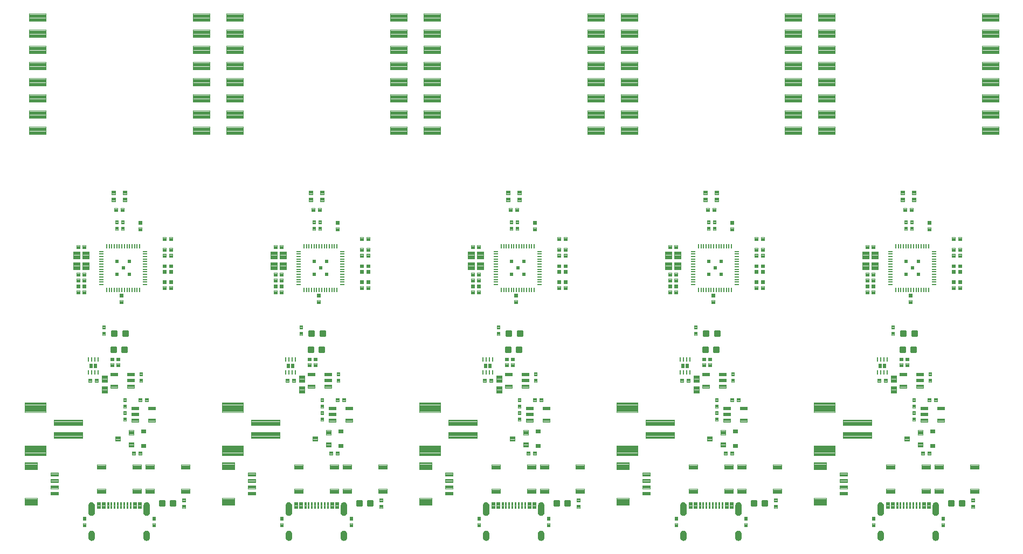
<source format=gtp>
G04 EAGLE Gerber RS-274X export*
G75*
%MOMM*%
%FSLAX34Y34*%
%LPD*%
%INSolderpaste Top*%
%IPPOS*%
%AMOC8*
5,1,8,0,0,1.08239X$1,22.5*%
G01*
%ADD10C,0.100800*%
%ADD11C,0.300000*%
%ADD12C,0.104000*%
%ADD13C,0.096000*%
%ADD14C,0.102000*%
%ADD15C,0.100000*%
%ADD16R,0.200000X0.650000*%
%ADD17R,0.600000X0.600000*%
%ADD18R,0.650000X0.200000*%
%ADD19C,0.099000*%
%ADD20C,0.099059*%
%ADD21R,0.250000X0.637500*%
%ADD22R,0.500000X0.640000*%
%ADD23C,0.105000*%

G36*
X815160Y43951D02*
X815160Y43951D01*
X815161Y43951D01*
X816229Y43970D01*
X816236Y43975D01*
X816240Y43971D01*
X817277Y44227D01*
X817282Y44234D01*
X817288Y44231D01*
X818242Y44712D01*
X818246Y44719D01*
X818251Y44718D01*
X819075Y45399D01*
X819076Y45407D01*
X819082Y45407D01*
X819733Y46254D01*
X819733Y46262D01*
X819739Y46263D01*
X820186Y47234D01*
X820184Y47242D01*
X820189Y47244D01*
X820408Y48290D01*
X820405Y48297D01*
X820409Y48300D01*
X820409Y60300D01*
X820406Y60305D01*
X820409Y60308D01*
X820229Y61403D01*
X820223Y61409D01*
X820226Y61414D01*
X819807Y62442D01*
X819800Y62446D01*
X819802Y62451D01*
X819165Y63360D01*
X819157Y63363D01*
X819157Y63368D01*
X818334Y64112D01*
X818326Y64113D01*
X818325Y64119D01*
X817357Y64661D01*
X817348Y64660D01*
X817346Y64666D01*
X816282Y64979D01*
X816277Y64977D01*
X816273Y64977D01*
X816271Y64981D01*
X815163Y65049D01*
X815157Y65045D01*
X815153Y65049D01*
X814045Y64879D01*
X814039Y64873D01*
X814034Y64876D01*
X812992Y64464D01*
X812988Y64457D01*
X812983Y64459D01*
X812058Y63825D01*
X812056Y63817D01*
X812050Y63818D01*
X811290Y62995D01*
X811289Y62986D01*
X811283Y62986D01*
X810726Y62014D01*
X810727Y62006D01*
X810721Y62004D01*
X810394Y60932D01*
X810397Y60924D01*
X810392Y60921D01*
X810311Y59804D01*
X810312Y59801D01*
X810311Y59800D01*
X810311Y47800D01*
X810316Y47793D01*
X810312Y47789D01*
X810531Y46845D01*
X810537Y46839D01*
X810535Y46834D01*
X810959Y45962D01*
X810966Y45959D01*
X810964Y45953D01*
X811571Y45197D01*
X811579Y45195D01*
X811579Y45189D01*
X812339Y44588D01*
X812348Y44588D01*
X812349Y44582D01*
X813224Y44164D01*
X813232Y44166D01*
X813234Y44161D01*
X814180Y43949D01*
X814187Y43952D01*
X814191Y43947D01*
X815160Y43951D01*
G37*
G36*
X1125040Y43951D02*
X1125040Y43951D01*
X1125041Y43951D01*
X1126109Y43970D01*
X1126116Y43975D01*
X1126120Y43971D01*
X1127157Y44227D01*
X1127162Y44234D01*
X1127168Y44231D01*
X1128122Y44712D01*
X1128126Y44719D01*
X1128131Y44718D01*
X1128955Y45399D01*
X1128956Y45407D01*
X1128962Y45407D01*
X1129613Y46254D01*
X1129613Y46262D01*
X1129619Y46263D01*
X1130066Y47234D01*
X1130064Y47242D01*
X1130069Y47244D01*
X1130288Y48290D01*
X1130285Y48297D01*
X1130289Y48300D01*
X1130289Y60300D01*
X1130286Y60305D01*
X1130289Y60308D01*
X1130109Y61403D01*
X1130103Y61409D01*
X1130106Y61414D01*
X1129687Y62442D01*
X1129680Y62446D01*
X1129682Y62451D01*
X1129045Y63360D01*
X1129037Y63363D01*
X1129037Y63368D01*
X1128214Y64112D01*
X1128206Y64113D01*
X1128205Y64119D01*
X1127237Y64661D01*
X1127228Y64660D01*
X1127226Y64666D01*
X1126162Y64979D01*
X1126157Y64977D01*
X1126153Y64977D01*
X1126151Y64981D01*
X1125043Y65049D01*
X1125037Y65045D01*
X1125033Y65049D01*
X1123925Y64879D01*
X1123919Y64873D01*
X1123914Y64876D01*
X1122872Y64464D01*
X1122868Y64457D01*
X1122863Y64459D01*
X1121938Y63825D01*
X1121936Y63817D01*
X1121930Y63818D01*
X1121170Y62995D01*
X1121169Y62986D01*
X1121163Y62986D01*
X1120606Y62014D01*
X1120607Y62006D01*
X1120601Y62004D01*
X1120274Y60932D01*
X1120277Y60924D01*
X1120272Y60921D01*
X1120191Y59804D01*
X1120192Y59801D01*
X1120191Y59800D01*
X1120191Y47800D01*
X1120196Y47793D01*
X1120192Y47789D01*
X1120411Y46845D01*
X1120417Y46839D01*
X1120415Y46834D01*
X1120839Y45962D01*
X1120846Y45959D01*
X1120844Y45953D01*
X1121451Y45197D01*
X1121459Y45195D01*
X1121459Y45189D01*
X1122219Y44588D01*
X1122228Y44588D01*
X1122229Y44582D01*
X1123104Y44164D01*
X1123112Y44166D01*
X1123114Y44161D01*
X1124060Y43949D01*
X1124067Y43952D01*
X1124071Y43947D01*
X1125040Y43951D01*
G37*
G36*
X195400Y43951D02*
X195400Y43951D01*
X195401Y43951D01*
X196469Y43970D01*
X196476Y43975D01*
X196480Y43971D01*
X197517Y44227D01*
X197522Y44234D01*
X197528Y44231D01*
X198482Y44712D01*
X198486Y44719D01*
X198491Y44718D01*
X199315Y45399D01*
X199316Y45407D01*
X199322Y45407D01*
X199973Y46254D01*
X199973Y46262D01*
X199979Y46263D01*
X200426Y47234D01*
X200424Y47242D01*
X200429Y47244D01*
X200648Y48290D01*
X200645Y48297D01*
X200649Y48300D01*
X200649Y60300D01*
X200646Y60305D01*
X200649Y60308D01*
X200469Y61403D01*
X200463Y61409D01*
X200466Y61414D01*
X200047Y62442D01*
X200040Y62446D01*
X200042Y62451D01*
X199405Y63360D01*
X199397Y63363D01*
X199397Y63368D01*
X198574Y64112D01*
X198566Y64113D01*
X198565Y64119D01*
X197597Y64661D01*
X197588Y64660D01*
X197586Y64666D01*
X196522Y64979D01*
X196517Y64977D01*
X196513Y64977D01*
X196511Y64981D01*
X195403Y65049D01*
X195397Y65045D01*
X195393Y65049D01*
X194285Y64879D01*
X194279Y64873D01*
X194274Y64876D01*
X193232Y64464D01*
X193228Y64457D01*
X193223Y64459D01*
X192298Y63825D01*
X192296Y63817D01*
X192290Y63818D01*
X191530Y62995D01*
X191529Y62986D01*
X191523Y62986D01*
X190966Y62014D01*
X190967Y62006D01*
X190961Y62004D01*
X190634Y60932D01*
X190637Y60924D01*
X190632Y60921D01*
X190551Y59804D01*
X190552Y59801D01*
X190551Y59800D01*
X190551Y47800D01*
X190556Y47793D01*
X190552Y47789D01*
X190771Y46845D01*
X190777Y46839D01*
X190775Y46834D01*
X191199Y45962D01*
X191206Y45959D01*
X191204Y45953D01*
X191811Y45197D01*
X191819Y45195D01*
X191819Y45189D01*
X192579Y44588D01*
X192588Y44588D01*
X192589Y44582D01*
X193464Y44164D01*
X193472Y44166D01*
X193474Y44161D01*
X194420Y43949D01*
X194427Y43952D01*
X194431Y43947D01*
X195400Y43951D01*
G37*
G36*
X505280Y43951D02*
X505280Y43951D01*
X505281Y43951D01*
X506349Y43970D01*
X506356Y43975D01*
X506360Y43971D01*
X507397Y44227D01*
X507402Y44234D01*
X507408Y44231D01*
X508362Y44712D01*
X508366Y44719D01*
X508371Y44718D01*
X509195Y45399D01*
X509196Y45407D01*
X509202Y45407D01*
X509853Y46254D01*
X509853Y46262D01*
X509859Y46263D01*
X510306Y47234D01*
X510304Y47242D01*
X510309Y47244D01*
X510528Y48290D01*
X510525Y48297D01*
X510529Y48300D01*
X510529Y60300D01*
X510526Y60305D01*
X510529Y60308D01*
X510349Y61403D01*
X510343Y61409D01*
X510346Y61414D01*
X509927Y62442D01*
X509920Y62446D01*
X509922Y62451D01*
X509285Y63360D01*
X509277Y63363D01*
X509277Y63368D01*
X508454Y64112D01*
X508446Y64113D01*
X508445Y64119D01*
X507477Y64661D01*
X507468Y64660D01*
X507466Y64666D01*
X506402Y64979D01*
X506397Y64977D01*
X506393Y64977D01*
X506391Y64981D01*
X505283Y65049D01*
X505277Y65045D01*
X505273Y65049D01*
X504165Y64879D01*
X504159Y64873D01*
X504154Y64876D01*
X503112Y64464D01*
X503108Y64457D01*
X503103Y64459D01*
X502178Y63825D01*
X502176Y63817D01*
X502170Y63818D01*
X501410Y62995D01*
X501409Y62986D01*
X501403Y62986D01*
X500846Y62014D01*
X500847Y62006D01*
X500841Y62004D01*
X500514Y60932D01*
X500517Y60924D01*
X500512Y60921D01*
X500431Y59804D01*
X500432Y59801D01*
X500431Y59800D01*
X500431Y47800D01*
X500436Y47793D01*
X500432Y47789D01*
X500651Y46845D01*
X500657Y46839D01*
X500655Y46834D01*
X501079Y45962D01*
X501086Y45959D01*
X501084Y45953D01*
X501691Y45197D01*
X501699Y45195D01*
X501699Y45189D01*
X502459Y44588D01*
X502468Y44588D01*
X502469Y44582D01*
X503344Y44164D01*
X503352Y44166D01*
X503354Y44161D01*
X504300Y43949D01*
X504307Y43952D01*
X504311Y43947D01*
X505280Y43951D01*
G37*
G36*
X1434920Y43951D02*
X1434920Y43951D01*
X1434921Y43951D01*
X1435989Y43970D01*
X1435996Y43975D01*
X1436000Y43971D01*
X1437037Y44227D01*
X1437042Y44234D01*
X1437048Y44231D01*
X1438002Y44712D01*
X1438006Y44719D01*
X1438011Y44718D01*
X1438835Y45399D01*
X1438836Y45407D01*
X1438842Y45407D01*
X1439493Y46254D01*
X1439493Y46262D01*
X1439499Y46263D01*
X1439946Y47234D01*
X1439944Y47242D01*
X1439949Y47244D01*
X1440168Y48290D01*
X1440165Y48297D01*
X1440169Y48300D01*
X1440169Y60300D01*
X1440166Y60305D01*
X1440169Y60308D01*
X1439989Y61403D01*
X1439983Y61409D01*
X1439986Y61414D01*
X1439567Y62442D01*
X1439560Y62446D01*
X1439562Y62451D01*
X1438925Y63360D01*
X1438917Y63363D01*
X1438917Y63368D01*
X1438094Y64112D01*
X1438086Y64113D01*
X1438085Y64119D01*
X1437117Y64661D01*
X1437108Y64660D01*
X1437106Y64666D01*
X1436042Y64979D01*
X1436037Y64977D01*
X1436033Y64977D01*
X1436031Y64981D01*
X1434923Y65049D01*
X1434917Y65045D01*
X1434913Y65049D01*
X1433805Y64879D01*
X1433799Y64873D01*
X1433794Y64876D01*
X1432752Y64464D01*
X1432748Y64457D01*
X1432743Y64459D01*
X1431818Y63825D01*
X1431816Y63817D01*
X1431810Y63818D01*
X1431050Y62995D01*
X1431049Y62986D01*
X1431043Y62986D01*
X1430486Y62014D01*
X1430487Y62006D01*
X1430481Y62004D01*
X1430154Y60932D01*
X1430157Y60924D01*
X1430152Y60921D01*
X1430071Y59804D01*
X1430072Y59801D01*
X1430071Y59800D01*
X1430071Y47800D01*
X1430076Y47793D01*
X1430072Y47789D01*
X1430291Y46845D01*
X1430297Y46839D01*
X1430295Y46834D01*
X1430719Y45962D01*
X1430726Y45959D01*
X1430724Y45953D01*
X1431331Y45197D01*
X1431339Y45195D01*
X1431339Y45189D01*
X1432099Y44588D01*
X1432108Y44588D01*
X1432109Y44582D01*
X1432984Y44164D01*
X1432992Y44166D01*
X1432994Y44161D01*
X1433940Y43949D01*
X1433947Y43952D01*
X1433951Y43947D01*
X1434920Y43951D01*
G37*
G36*
X1039621Y43960D02*
X1039621Y43960D01*
X1039628Y43965D01*
X1039632Y43961D01*
X1040684Y44211D01*
X1040689Y44217D01*
X1040694Y44214D01*
X1041664Y44691D01*
X1041667Y44699D01*
X1041673Y44697D01*
X1042512Y45378D01*
X1042514Y45386D01*
X1042520Y45386D01*
X1043186Y46237D01*
X1043187Y46245D01*
X1043192Y46246D01*
X1043653Y47223D01*
X1043651Y47231D01*
X1043657Y47234D01*
X1043888Y48289D01*
X1043885Y48297D01*
X1043889Y48300D01*
X1043889Y60300D01*
X1043885Y60305D01*
X1043889Y60308D01*
X1043696Y61414D01*
X1043690Y61419D01*
X1043693Y61424D01*
X1043260Y62459D01*
X1043253Y62463D01*
X1043255Y62468D01*
X1042602Y63381D01*
X1042594Y63383D01*
X1042595Y63389D01*
X1041756Y64133D01*
X1041747Y64134D01*
X1041747Y64139D01*
X1040763Y64678D01*
X1040755Y64677D01*
X1040753Y64682D01*
X1039674Y64989D01*
X1039666Y64986D01*
X1039663Y64991D01*
X1038543Y65049D01*
X1038538Y65046D01*
X1038535Y65049D01*
X1037489Y64931D01*
X1037483Y64925D01*
X1037478Y64929D01*
X1036484Y64581D01*
X1036480Y64574D01*
X1036475Y64576D01*
X1035583Y64016D01*
X1035581Y64009D01*
X1035575Y64009D01*
X1034831Y63265D01*
X1034829Y63257D01*
X1034824Y63257D01*
X1034264Y62365D01*
X1034264Y62357D01*
X1034259Y62356D01*
X1033911Y61362D01*
X1033914Y61354D01*
X1033909Y61351D01*
X1033791Y60306D01*
X1033793Y60302D01*
X1033791Y60300D01*
X1033791Y48300D01*
X1033794Y48295D01*
X1033791Y48292D01*
X1033949Y47296D01*
X1033955Y47290D01*
X1033952Y47285D01*
X1034327Y46349D01*
X1034334Y46345D01*
X1034332Y46339D01*
X1034906Y45510D01*
X1034914Y45507D01*
X1034913Y45502D01*
X1035657Y44821D01*
X1035666Y44820D01*
X1035666Y44814D01*
X1036543Y44316D01*
X1036552Y44317D01*
X1036554Y44312D01*
X1037519Y44021D01*
X1037527Y44024D01*
X1037530Y44019D01*
X1038537Y43951D01*
X1038539Y43952D01*
X1038540Y43951D01*
X1039621Y43960D01*
G37*
G36*
X1349501Y43960D02*
X1349501Y43960D01*
X1349508Y43965D01*
X1349512Y43961D01*
X1350564Y44211D01*
X1350569Y44217D01*
X1350574Y44214D01*
X1351544Y44691D01*
X1351547Y44699D01*
X1351553Y44697D01*
X1352392Y45378D01*
X1352394Y45386D01*
X1352400Y45386D01*
X1353066Y46237D01*
X1353067Y46245D01*
X1353072Y46246D01*
X1353533Y47223D01*
X1353531Y47231D01*
X1353537Y47234D01*
X1353768Y48289D01*
X1353765Y48297D01*
X1353769Y48300D01*
X1353769Y60300D01*
X1353765Y60305D01*
X1353769Y60308D01*
X1353576Y61414D01*
X1353570Y61419D01*
X1353573Y61424D01*
X1353140Y62459D01*
X1353133Y62463D01*
X1353135Y62468D01*
X1352482Y63381D01*
X1352474Y63383D01*
X1352475Y63389D01*
X1351636Y64133D01*
X1351627Y64134D01*
X1351627Y64139D01*
X1350643Y64678D01*
X1350635Y64677D01*
X1350633Y64682D01*
X1349554Y64989D01*
X1349546Y64986D01*
X1349543Y64991D01*
X1348423Y65049D01*
X1348418Y65046D01*
X1348415Y65049D01*
X1347369Y64931D01*
X1347363Y64925D01*
X1347358Y64929D01*
X1346364Y64581D01*
X1346360Y64574D01*
X1346355Y64576D01*
X1345463Y64016D01*
X1345461Y64009D01*
X1345455Y64009D01*
X1344711Y63265D01*
X1344709Y63257D01*
X1344704Y63257D01*
X1344144Y62365D01*
X1344144Y62357D01*
X1344139Y62356D01*
X1343791Y61362D01*
X1343794Y61354D01*
X1343789Y61351D01*
X1343671Y60306D01*
X1343673Y60302D01*
X1343671Y60300D01*
X1343671Y48300D01*
X1343674Y48295D01*
X1343671Y48292D01*
X1343829Y47296D01*
X1343835Y47290D01*
X1343832Y47285D01*
X1344207Y46349D01*
X1344214Y46345D01*
X1344212Y46339D01*
X1344786Y45510D01*
X1344794Y45507D01*
X1344793Y45502D01*
X1345537Y44821D01*
X1345546Y44820D01*
X1345546Y44814D01*
X1346423Y44316D01*
X1346432Y44317D01*
X1346434Y44312D01*
X1347399Y44021D01*
X1347407Y44024D01*
X1347410Y44019D01*
X1348417Y43951D01*
X1348419Y43952D01*
X1348420Y43951D01*
X1349501Y43960D01*
G37*
G36*
X419861Y43960D02*
X419861Y43960D01*
X419868Y43965D01*
X419872Y43961D01*
X420924Y44211D01*
X420929Y44217D01*
X420934Y44214D01*
X421904Y44691D01*
X421907Y44699D01*
X421913Y44697D01*
X422752Y45378D01*
X422754Y45386D01*
X422760Y45386D01*
X423426Y46237D01*
X423427Y46245D01*
X423432Y46246D01*
X423893Y47223D01*
X423891Y47231D01*
X423897Y47234D01*
X424128Y48289D01*
X424125Y48297D01*
X424129Y48300D01*
X424129Y60300D01*
X424125Y60305D01*
X424129Y60308D01*
X423936Y61414D01*
X423930Y61419D01*
X423933Y61424D01*
X423500Y62459D01*
X423493Y62463D01*
X423495Y62468D01*
X422842Y63381D01*
X422834Y63383D01*
X422835Y63389D01*
X421996Y64133D01*
X421987Y64134D01*
X421987Y64139D01*
X421003Y64678D01*
X420995Y64677D01*
X420993Y64682D01*
X419914Y64989D01*
X419906Y64986D01*
X419903Y64991D01*
X418783Y65049D01*
X418778Y65046D01*
X418775Y65049D01*
X417729Y64931D01*
X417723Y64925D01*
X417718Y64929D01*
X416724Y64581D01*
X416720Y64574D01*
X416715Y64576D01*
X415823Y64016D01*
X415821Y64009D01*
X415815Y64009D01*
X415071Y63265D01*
X415069Y63257D01*
X415064Y63257D01*
X414504Y62365D01*
X414504Y62357D01*
X414499Y62356D01*
X414151Y61362D01*
X414154Y61354D01*
X414149Y61351D01*
X414031Y60306D01*
X414033Y60302D01*
X414031Y60300D01*
X414031Y48300D01*
X414034Y48295D01*
X414031Y48292D01*
X414189Y47296D01*
X414195Y47290D01*
X414192Y47285D01*
X414567Y46349D01*
X414574Y46345D01*
X414572Y46339D01*
X415146Y45510D01*
X415154Y45507D01*
X415153Y45502D01*
X415897Y44821D01*
X415906Y44820D01*
X415906Y44814D01*
X416783Y44316D01*
X416792Y44317D01*
X416794Y44312D01*
X417759Y44021D01*
X417767Y44024D01*
X417770Y44019D01*
X418777Y43951D01*
X418779Y43952D01*
X418780Y43951D01*
X419861Y43960D01*
G37*
G36*
X109981Y43960D02*
X109981Y43960D01*
X109988Y43965D01*
X109992Y43961D01*
X111044Y44211D01*
X111049Y44217D01*
X111054Y44214D01*
X112024Y44691D01*
X112027Y44699D01*
X112033Y44697D01*
X112872Y45378D01*
X112874Y45386D01*
X112880Y45386D01*
X113546Y46237D01*
X113547Y46245D01*
X113552Y46246D01*
X114013Y47223D01*
X114011Y47231D01*
X114017Y47234D01*
X114248Y48289D01*
X114245Y48297D01*
X114249Y48300D01*
X114249Y60300D01*
X114245Y60305D01*
X114249Y60308D01*
X114056Y61414D01*
X114050Y61419D01*
X114053Y61424D01*
X113620Y62459D01*
X113613Y62463D01*
X113615Y62468D01*
X112962Y63381D01*
X112954Y63383D01*
X112955Y63389D01*
X112116Y64133D01*
X112107Y64134D01*
X112107Y64139D01*
X111123Y64678D01*
X111115Y64677D01*
X111113Y64682D01*
X110034Y64989D01*
X110026Y64986D01*
X110023Y64991D01*
X108903Y65049D01*
X108898Y65046D01*
X108895Y65049D01*
X107849Y64931D01*
X107843Y64925D01*
X107838Y64929D01*
X106844Y64581D01*
X106840Y64574D01*
X106835Y64576D01*
X105943Y64016D01*
X105941Y64009D01*
X105935Y64009D01*
X105191Y63265D01*
X105189Y63257D01*
X105184Y63257D01*
X104624Y62365D01*
X104624Y62357D01*
X104619Y62356D01*
X104271Y61362D01*
X104274Y61354D01*
X104269Y61351D01*
X104151Y60306D01*
X104153Y60302D01*
X104151Y60300D01*
X104151Y48300D01*
X104154Y48295D01*
X104151Y48292D01*
X104309Y47296D01*
X104315Y47290D01*
X104312Y47285D01*
X104687Y46349D01*
X104694Y46345D01*
X104692Y46339D01*
X105266Y45510D01*
X105274Y45507D01*
X105273Y45502D01*
X106017Y44821D01*
X106026Y44820D01*
X106026Y44814D01*
X106903Y44316D01*
X106912Y44317D01*
X106914Y44312D01*
X107879Y44021D01*
X107887Y44024D01*
X107890Y44019D01*
X108897Y43951D01*
X108899Y43952D01*
X108900Y43951D01*
X109981Y43960D01*
G37*
G36*
X729741Y43960D02*
X729741Y43960D01*
X729748Y43965D01*
X729752Y43961D01*
X730804Y44211D01*
X730809Y44217D01*
X730814Y44214D01*
X731784Y44691D01*
X731787Y44699D01*
X731793Y44697D01*
X732632Y45378D01*
X732634Y45386D01*
X732640Y45386D01*
X733306Y46237D01*
X733307Y46245D01*
X733312Y46246D01*
X733773Y47223D01*
X733771Y47231D01*
X733777Y47234D01*
X734008Y48289D01*
X734005Y48297D01*
X734009Y48300D01*
X734009Y60300D01*
X734005Y60305D01*
X734009Y60308D01*
X733816Y61414D01*
X733810Y61419D01*
X733813Y61424D01*
X733380Y62459D01*
X733373Y62463D01*
X733375Y62468D01*
X732722Y63381D01*
X732714Y63383D01*
X732715Y63389D01*
X731876Y64133D01*
X731867Y64134D01*
X731867Y64139D01*
X730883Y64678D01*
X730875Y64677D01*
X730873Y64682D01*
X729794Y64989D01*
X729786Y64986D01*
X729783Y64991D01*
X728663Y65049D01*
X728658Y65046D01*
X728655Y65049D01*
X727609Y64931D01*
X727603Y64925D01*
X727598Y64929D01*
X726604Y64581D01*
X726600Y64574D01*
X726595Y64576D01*
X725703Y64016D01*
X725701Y64009D01*
X725695Y64009D01*
X724951Y63265D01*
X724949Y63257D01*
X724944Y63257D01*
X724384Y62365D01*
X724384Y62357D01*
X724379Y62356D01*
X724031Y61362D01*
X724034Y61354D01*
X724029Y61351D01*
X723911Y60306D01*
X723913Y60302D01*
X723911Y60300D01*
X723911Y48300D01*
X723914Y48295D01*
X723911Y48292D01*
X724069Y47296D01*
X724075Y47290D01*
X724072Y47285D01*
X724447Y46349D01*
X724454Y46345D01*
X724452Y46339D01*
X725026Y45510D01*
X725034Y45507D01*
X725033Y45502D01*
X725777Y44821D01*
X725786Y44820D01*
X725786Y44814D01*
X726663Y44316D01*
X726672Y44317D01*
X726674Y44312D01*
X727639Y44021D01*
X727647Y44024D01*
X727650Y44019D01*
X728657Y43951D01*
X728659Y43952D01*
X728660Y43951D01*
X729741Y43960D01*
G37*
G36*
X195904Y4455D02*
X195904Y4455D01*
X195907Y4451D01*
X196983Y4606D01*
X196988Y4612D01*
X196993Y4609D01*
X198007Y4999D01*
X198011Y5006D01*
X198017Y5005D01*
X198919Y5611D01*
X198921Y5619D01*
X198927Y5618D01*
X199671Y6410D01*
X199672Y6418D01*
X199678Y6418D01*
X200227Y7356D01*
X200226Y7364D01*
X200232Y7366D01*
X200559Y8402D01*
X200556Y8410D01*
X200561Y8413D01*
X200649Y9496D01*
X200647Y9499D01*
X200649Y9500D01*
X200649Y15500D01*
X200646Y15504D01*
X200649Y15506D01*
X200499Y16639D01*
X200493Y16645D01*
X200496Y16650D01*
X200098Y17720D01*
X200091Y17724D01*
X200093Y17730D01*
X199466Y18685D01*
X199458Y18688D01*
X199459Y18693D01*
X198636Y19485D01*
X198628Y19486D01*
X198627Y19492D01*
X197648Y20081D01*
X197640Y20080D01*
X197638Y20085D01*
X196553Y20441D01*
X196545Y20439D01*
X196542Y20443D01*
X195405Y20549D01*
X195396Y20544D01*
X195391Y20548D01*
X194254Y20341D01*
X194248Y20335D01*
X194243Y20338D01*
X193181Y19883D01*
X193177Y19876D01*
X193171Y19878D01*
X192236Y19198D01*
X192234Y19190D01*
X192228Y19191D01*
X191468Y18320D01*
X191468Y18312D01*
X191462Y18311D01*
X190915Y17292D01*
X190916Y17284D01*
X190911Y17282D01*
X190907Y17269D01*
X190894Y17220D01*
X190893Y17220D01*
X190894Y17220D01*
X190880Y17171D01*
X190866Y17121D01*
X190853Y17072D01*
X190839Y17023D01*
X190826Y16974D01*
X190812Y16924D01*
X190799Y16875D01*
X190785Y16826D01*
X190771Y16777D01*
X190758Y16727D01*
X190744Y16678D01*
X190731Y16629D01*
X190717Y16580D01*
X190704Y16530D01*
X190690Y16481D01*
X190677Y16432D01*
X190676Y16432D01*
X190663Y16383D01*
X190649Y16333D01*
X190604Y16168D01*
X190607Y16160D01*
X190602Y16157D01*
X190551Y15002D01*
X190552Y15001D01*
X190551Y15000D01*
X190551Y9000D01*
X190555Y8994D01*
X190552Y8991D01*
X190764Y7910D01*
X190770Y7905D01*
X190767Y7900D01*
X191214Y6894D01*
X191221Y6890D01*
X191219Y6884D01*
X191879Y6003D01*
X191887Y6000D01*
X191887Y5995D01*
X192726Y5282D01*
X192734Y5282D01*
X192735Y5276D01*
X193712Y4768D01*
X193720Y4769D01*
X193722Y4764D01*
X194787Y4486D01*
X194795Y4489D01*
X194798Y4485D01*
X195899Y4451D01*
X195904Y4455D01*
G37*
G36*
X505784Y4455D02*
X505784Y4455D01*
X505787Y4451D01*
X506863Y4606D01*
X506868Y4612D01*
X506873Y4609D01*
X507887Y4999D01*
X507891Y5006D01*
X507897Y5005D01*
X508799Y5611D01*
X508801Y5619D01*
X508807Y5618D01*
X509551Y6410D01*
X509552Y6418D01*
X509558Y6418D01*
X510107Y7356D01*
X510106Y7364D01*
X510112Y7366D01*
X510439Y8402D01*
X510436Y8410D01*
X510441Y8413D01*
X510529Y9496D01*
X510527Y9499D01*
X510529Y9500D01*
X510529Y15500D01*
X510526Y15504D01*
X510529Y15506D01*
X510379Y16639D01*
X510373Y16645D01*
X510376Y16650D01*
X509978Y17720D01*
X509971Y17724D01*
X509973Y17730D01*
X509346Y18685D01*
X509338Y18688D01*
X509339Y18693D01*
X508516Y19485D01*
X508508Y19486D01*
X508507Y19492D01*
X507528Y20081D01*
X507520Y20080D01*
X507518Y20085D01*
X506433Y20441D01*
X506425Y20439D01*
X506422Y20443D01*
X505285Y20549D01*
X505276Y20544D01*
X505271Y20548D01*
X504134Y20341D01*
X504128Y20335D01*
X504123Y20338D01*
X503061Y19883D01*
X503057Y19876D01*
X503051Y19878D01*
X502116Y19198D01*
X502114Y19190D01*
X502108Y19191D01*
X501348Y18320D01*
X501348Y18312D01*
X501342Y18311D01*
X500795Y17292D01*
X500796Y17284D01*
X500791Y17282D01*
X500787Y17269D01*
X500774Y17220D01*
X500773Y17220D01*
X500774Y17220D01*
X500760Y17171D01*
X500746Y17121D01*
X500733Y17072D01*
X500719Y17023D01*
X500706Y16974D01*
X500692Y16924D01*
X500679Y16875D01*
X500665Y16826D01*
X500651Y16777D01*
X500638Y16727D01*
X500624Y16678D01*
X500611Y16629D01*
X500597Y16580D01*
X500584Y16530D01*
X500570Y16481D01*
X500557Y16432D01*
X500556Y16432D01*
X500543Y16383D01*
X500529Y16333D01*
X500484Y16168D01*
X500487Y16160D01*
X500482Y16157D01*
X500431Y15002D01*
X500432Y15001D01*
X500431Y15000D01*
X500431Y9000D01*
X500435Y8994D01*
X500432Y8991D01*
X500644Y7910D01*
X500650Y7905D01*
X500647Y7900D01*
X501094Y6894D01*
X501101Y6890D01*
X501099Y6884D01*
X501759Y6003D01*
X501767Y6000D01*
X501767Y5995D01*
X502606Y5282D01*
X502614Y5282D01*
X502615Y5276D01*
X503592Y4768D01*
X503600Y4769D01*
X503602Y4764D01*
X504667Y4486D01*
X504675Y4489D01*
X504678Y4485D01*
X505779Y4451D01*
X505784Y4455D01*
G37*
G36*
X1125544Y4455D02*
X1125544Y4455D01*
X1125547Y4451D01*
X1126623Y4606D01*
X1126628Y4612D01*
X1126633Y4609D01*
X1127647Y4999D01*
X1127651Y5006D01*
X1127657Y5005D01*
X1128559Y5611D01*
X1128561Y5619D01*
X1128567Y5618D01*
X1129311Y6410D01*
X1129312Y6418D01*
X1129318Y6418D01*
X1129867Y7356D01*
X1129866Y7364D01*
X1129872Y7366D01*
X1130199Y8402D01*
X1130196Y8410D01*
X1130201Y8413D01*
X1130289Y9496D01*
X1130287Y9499D01*
X1130289Y9500D01*
X1130289Y15500D01*
X1130286Y15504D01*
X1130289Y15506D01*
X1130139Y16639D01*
X1130133Y16645D01*
X1130136Y16650D01*
X1129738Y17720D01*
X1129731Y17724D01*
X1129733Y17730D01*
X1129106Y18685D01*
X1129098Y18688D01*
X1129099Y18693D01*
X1128276Y19485D01*
X1128268Y19486D01*
X1128267Y19492D01*
X1127288Y20081D01*
X1127280Y20080D01*
X1127278Y20085D01*
X1126193Y20441D01*
X1126185Y20439D01*
X1126182Y20443D01*
X1125045Y20549D01*
X1125036Y20544D01*
X1125031Y20548D01*
X1123894Y20341D01*
X1123888Y20335D01*
X1123883Y20338D01*
X1122821Y19883D01*
X1122817Y19876D01*
X1122811Y19878D01*
X1121876Y19198D01*
X1121874Y19190D01*
X1121868Y19191D01*
X1121108Y18320D01*
X1121108Y18312D01*
X1121102Y18311D01*
X1120555Y17292D01*
X1120556Y17284D01*
X1120551Y17282D01*
X1120547Y17269D01*
X1120534Y17220D01*
X1120533Y17220D01*
X1120534Y17220D01*
X1120520Y17171D01*
X1120506Y17121D01*
X1120493Y17072D01*
X1120479Y17023D01*
X1120466Y16974D01*
X1120452Y16924D01*
X1120439Y16875D01*
X1120425Y16826D01*
X1120411Y16777D01*
X1120398Y16727D01*
X1120384Y16678D01*
X1120371Y16629D01*
X1120357Y16580D01*
X1120344Y16530D01*
X1120330Y16481D01*
X1120317Y16432D01*
X1120316Y16432D01*
X1120303Y16383D01*
X1120289Y16333D01*
X1120244Y16168D01*
X1120247Y16160D01*
X1120242Y16157D01*
X1120191Y15002D01*
X1120192Y15001D01*
X1120191Y15000D01*
X1120191Y9000D01*
X1120195Y8994D01*
X1120192Y8991D01*
X1120404Y7910D01*
X1120410Y7905D01*
X1120407Y7900D01*
X1120854Y6894D01*
X1120861Y6890D01*
X1120859Y6884D01*
X1121519Y6003D01*
X1121527Y6000D01*
X1121527Y5995D01*
X1122366Y5282D01*
X1122374Y5282D01*
X1122375Y5276D01*
X1123352Y4768D01*
X1123360Y4769D01*
X1123362Y4764D01*
X1124427Y4486D01*
X1124435Y4489D01*
X1124438Y4485D01*
X1125539Y4451D01*
X1125544Y4455D01*
G37*
G36*
X1435424Y4455D02*
X1435424Y4455D01*
X1435427Y4451D01*
X1436503Y4606D01*
X1436508Y4612D01*
X1436513Y4609D01*
X1437527Y4999D01*
X1437531Y5006D01*
X1437537Y5005D01*
X1438439Y5611D01*
X1438441Y5619D01*
X1438447Y5618D01*
X1439191Y6410D01*
X1439192Y6418D01*
X1439198Y6418D01*
X1439747Y7356D01*
X1439746Y7364D01*
X1439752Y7366D01*
X1440079Y8402D01*
X1440076Y8410D01*
X1440081Y8413D01*
X1440169Y9496D01*
X1440167Y9499D01*
X1440169Y9500D01*
X1440169Y15500D01*
X1440166Y15504D01*
X1440169Y15506D01*
X1440019Y16639D01*
X1440013Y16645D01*
X1440016Y16650D01*
X1439618Y17720D01*
X1439611Y17724D01*
X1439613Y17730D01*
X1438986Y18685D01*
X1438978Y18688D01*
X1438979Y18693D01*
X1438156Y19485D01*
X1438148Y19486D01*
X1438147Y19492D01*
X1437168Y20081D01*
X1437160Y20080D01*
X1437158Y20085D01*
X1436073Y20441D01*
X1436065Y20439D01*
X1436062Y20443D01*
X1434925Y20549D01*
X1434916Y20544D01*
X1434911Y20548D01*
X1433774Y20341D01*
X1433768Y20335D01*
X1433763Y20338D01*
X1432701Y19883D01*
X1432697Y19876D01*
X1432691Y19878D01*
X1431756Y19198D01*
X1431754Y19190D01*
X1431748Y19191D01*
X1430988Y18320D01*
X1430988Y18312D01*
X1430982Y18311D01*
X1430435Y17292D01*
X1430436Y17284D01*
X1430431Y17282D01*
X1430427Y17269D01*
X1430414Y17220D01*
X1430413Y17220D01*
X1430414Y17220D01*
X1430400Y17171D01*
X1430386Y17121D01*
X1430373Y17072D01*
X1430359Y17023D01*
X1430346Y16974D01*
X1430332Y16924D01*
X1430319Y16875D01*
X1430305Y16826D01*
X1430291Y16777D01*
X1430278Y16727D01*
X1430264Y16678D01*
X1430251Y16629D01*
X1430237Y16580D01*
X1430224Y16530D01*
X1430210Y16481D01*
X1430197Y16432D01*
X1430196Y16432D01*
X1430183Y16383D01*
X1430169Y16333D01*
X1430124Y16168D01*
X1430127Y16160D01*
X1430122Y16157D01*
X1430071Y15002D01*
X1430072Y15001D01*
X1430071Y15000D01*
X1430071Y9000D01*
X1430075Y8994D01*
X1430072Y8991D01*
X1430284Y7910D01*
X1430290Y7905D01*
X1430287Y7900D01*
X1430734Y6894D01*
X1430741Y6890D01*
X1430739Y6884D01*
X1431399Y6003D01*
X1431407Y6000D01*
X1431407Y5995D01*
X1432246Y5282D01*
X1432254Y5282D01*
X1432255Y5276D01*
X1433232Y4768D01*
X1433240Y4769D01*
X1433242Y4764D01*
X1434307Y4486D01*
X1434315Y4489D01*
X1434318Y4485D01*
X1435419Y4451D01*
X1435424Y4455D01*
G37*
G36*
X815664Y4455D02*
X815664Y4455D01*
X815667Y4451D01*
X816743Y4606D01*
X816748Y4612D01*
X816753Y4609D01*
X817767Y4999D01*
X817771Y5006D01*
X817777Y5005D01*
X818679Y5611D01*
X818681Y5619D01*
X818687Y5618D01*
X819431Y6410D01*
X819432Y6418D01*
X819438Y6418D01*
X819987Y7356D01*
X819986Y7364D01*
X819992Y7366D01*
X820319Y8402D01*
X820316Y8410D01*
X820321Y8413D01*
X820409Y9496D01*
X820407Y9499D01*
X820409Y9500D01*
X820409Y15500D01*
X820406Y15504D01*
X820409Y15506D01*
X820259Y16639D01*
X820253Y16645D01*
X820256Y16650D01*
X819858Y17720D01*
X819851Y17724D01*
X819853Y17730D01*
X819226Y18685D01*
X819218Y18688D01*
X819219Y18693D01*
X818396Y19485D01*
X818388Y19486D01*
X818387Y19492D01*
X817408Y20081D01*
X817400Y20080D01*
X817398Y20085D01*
X816313Y20441D01*
X816305Y20439D01*
X816302Y20443D01*
X815165Y20549D01*
X815156Y20544D01*
X815151Y20548D01*
X814014Y20341D01*
X814008Y20335D01*
X814003Y20338D01*
X812941Y19883D01*
X812937Y19876D01*
X812931Y19878D01*
X811996Y19198D01*
X811994Y19190D01*
X811988Y19191D01*
X811228Y18320D01*
X811228Y18312D01*
X811222Y18311D01*
X810675Y17292D01*
X810676Y17284D01*
X810671Y17282D01*
X810667Y17269D01*
X810654Y17220D01*
X810653Y17220D01*
X810654Y17220D01*
X810640Y17171D01*
X810626Y17121D01*
X810613Y17072D01*
X810599Y17023D01*
X810586Y16974D01*
X810572Y16924D01*
X810559Y16875D01*
X810545Y16826D01*
X810531Y16777D01*
X810518Y16727D01*
X810504Y16678D01*
X810491Y16629D01*
X810477Y16580D01*
X810464Y16530D01*
X810450Y16481D01*
X810437Y16432D01*
X810436Y16432D01*
X810423Y16383D01*
X810409Y16333D01*
X810364Y16168D01*
X810367Y16160D01*
X810362Y16157D01*
X810311Y15002D01*
X810312Y15001D01*
X810311Y15000D01*
X810311Y9000D01*
X810315Y8994D01*
X810312Y8991D01*
X810524Y7910D01*
X810530Y7905D01*
X810527Y7900D01*
X810974Y6894D01*
X810981Y6890D01*
X810979Y6884D01*
X811639Y6003D01*
X811647Y6000D01*
X811647Y5995D01*
X812486Y5282D01*
X812494Y5282D01*
X812495Y5276D01*
X813472Y4768D01*
X813480Y4769D01*
X813482Y4764D01*
X814547Y4486D01*
X814555Y4489D01*
X814558Y4485D01*
X815659Y4451D01*
X815664Y4455D01*
G37*
G36*
X109402Y4455D02*
X109402Y4455D01*
X109407Y4451D01*
X110494Y4596D01*
X110500Y4602D01*
X110505Y4599D01*
X111533Y4983D01*
X111538Y4989D01*
X111543Y4988D01*
X112460Y5590D01*
X112463Y5598D01*
X112469Y5597D01*
X113229Y6389D01*
X113230Y6397D01*
X113236Y6398D01*
X113800Y7339D01*
X113800Y7342D01*
X113801Y7343D01*
X113800Y7345D01*
X113799Y7347D01*
X113805Y7349D01*
X114146Y8392D01*
X114144Y8400D01*
X114148Y8403D01*
X114249Y9496D01*
X114247Y9498D01*
X114249Y9500D01*
X114249Y15500D01*
X114247Y15503D01*
X114249Y15505D01*
X114148Y16597D01*
X114143Y16603D01*
X114146Y16608D01*
X113805Y17651D01*
X113798Y17656D01*
X113800Y17661D01*
X113236Y18602D01*
X113228Y18605D01*
X113229Y18611D01*
X112469Y19403D01*
X112461Y19404D01*
X112460Y19410D01*
X111543Y20013D01*
X111535Y20012D01*
X111533Y20018D01*
X110505Y20401D01*
X110497Y20399D01*
X110494Y20404D01*
X109407Y20549D01*
X109399Y20545D01*
X109395Y20549D01*
X108258Y20443D01*
X108252Y20438D01*
X108247Y20441D01*
X107162Y20085D01*
X107157Y20078D01*
X107152Y20081D01*
X106173Y19492D01*
X106170Y19484D01*
X106164Y19485D01*
X105341Y18693D01*
X105340Y18685D01*
X105334Y18685D01*
X104707Y17730D01*
X104708Y17722D01*
X104702Y17720D01*
X104304Y16650D01*
X104306Y16642D01*
X104301Y16639D01*
X104151Y15506D01*
X104154Y15502D01*
X104151Y15500D01*
X104151Y9500D01*
X104154Y9496D01*
X104151Y9494D01*
X104301Y8361D01*
X104307Y8355D01*
X104304Y8350D01*
X104702Y7280D01*
X104709Y7276D01*
X104707Y7270D01*
X105334Y6315D01*
X105342Y6312D01*
X105341Y6307D01*
X106164Y5515D01*
X106172Y5514D01*
X106173Y5508D01*
X107152Y4919D01*
X107160Y4920D01*
X107162Y4915D01*
X108247Y4559D01*
X108255Y4562D01*
X108258Y4557D01*
X109395Y4451D01*
X109402Y4455D01*
G37*
G36*
X1039042Y4455D02*
X1039042Y4455D01*
X1039047Y4451D01*
X1040134Y4596D01*
X1040140Y4602D01*
X1040145Y4599D01*
X1041173Y4983D01*
X1041178Y4989D01*
X1041183Y4988D01*
X1042100Y5590D01*
X1042103Y5598D01*
X1042109Y5597D01*
X1042869Y6389D01*
X1042870Y6397D01*
X1042876Y6398D01*
X1043440Y7339D01*
X1043440Y7342D01*
X1043441Y7343D01*
X1043440Y7345D01*
X1043439Y7347D01*
X1043445Y7349D01*
X1043786Y8392D01*
X1043784Y8400D01*
X1043788Y8403D01*
X1043889Y9496D01*
X1043887Y9498D01*
X1043889Y9500D01*
X1043889Y15500D01*
X1043887Y15503D01*
X1043889Y15505D01*
X1043788Y16597D01*
X1043783Y16603D01*
X1043786Y16608D01*
X1043445Y17651D01*
X1043438Y17656D01*
X1043440Y17661D01*
X1042876Y18602D01*
X1042868Y18605D01*
X1042869Y18611D01*
X1042109Y19403D01*
X1042101Y19404D01*
X1042100Y19410D01*
X1041183Y20013D01*
X1041175Y20012D01*
X1041173Y20018D01*
X1040145Y20401D01*
X1040137Y20399D01*
X1040134Y20404D01*
X1039047Y20549D01*
X1039039Y20545D01*
X1039035Y20549D01*
X1037898Y20443D01*
X1037892Y20438D01*
X1037887Y20441D01*
X1036802Y20085D01*
X1036797Y20078D01*
X1036792Y20081D01*
X1035813Y19492D01*
X1035810Y19484D01*
X1035804Y19485D01*
X1034981Y18693D01*
X1034980Y18685D01*
X1034974Y18685D01*
X1034347Y17730D01*
X1034348Y17722D01*
X1034342Y17720D01*
X1033944Y16650D01*
X1033946Y16642D01*
X1033941Y16639D01*
X1033791Y15506D01*
X1033794Y15502D01*
X1033791Y15500D01*
X1033791Y9500D01*
X1033794Y9496D01*
X1033791Y9494D01*
X1033941Y8361D01*
X1033947Y8355D01*
X1033944Y8350D01*
X1034342Y7280D01*
X1034349Y7276D01*
X1034347Y7270D01*
X1034974Y6315D01*
X1034982Y6312D01*
X1034981Y6307D01*
X1035804Y5515D01*
X1035812Y5514D01*
X1035813Y5508D01*
X1036792Y4919D01*
X1036800Y4920D01*
X1036802Y4915D01*
X1037887Y4559D01*
X1037895Y4562D01*
X1037898Y4557D01*
X1039035Y4451D01*
X1039042Y4455D01*
G37*
G36*
X419282Y4455D02*
X419282Y4455D01*
X419287Y4451D01*
X420374Y4596D01*
X420380Y4602D01*
X420385Y4599D01*
X421413Y4983D01*
X421418Y4989D01*
X421423Y4988D01*
X422340Y5590D01*
X422343Y5598D01*
X422349Y5597D01*
X423109Y6389D01*
X423110Y6397D01*
X423116Y6398D01*
X423680Y7339D01*
X423680Y7342D01*
X423681Y7343D01*
X423680Y7345D01*
X423679Y7347D01*
X423685Y7349D01*
X424026Y8392D01*
X424024Y8400D01*
X424028Y8403D01*
X424129Y9496D01*
X424127Y9498D01*
X424129Y9500D01*
X424129Y15500D01*
X424127Y15503D01*
X424129Y15505D01*
X424028Y16597D01*
X424023Y16603D01*
X424026Y16608D01*
X423685Y17651D01*
X423678Y17656D01*
X423680Y17661D01*
X423116Y18602D01*
X423108Y18605D01*
X423109Y18611D01*
X422349Y19403D01*
X422341Y19404D01*
X422340Y19410D01*
X421423Y20013D01*
X421415Y20012D01*
X421413Y20018D01*
X420385Y20401D01*
X420377Y20399D01*
X420374Y20404D01*
X419287Y20549D01*
X419279Y20545D01*
X419275Y20549D01*
X418138Y20443D01*
X418132Y20438D01*
X418127Y20441D01*
X417042Y20085D01*
X417037Y20078D01*
X417032Y20081D01*
X416053Y19492D01*
X416050Y19484D01*
X416044Y19485D01*
X415221Y18693D01*
X415220Y18685D01*
X415214Y18685D01*
X414587Y17730D01*
X414588Y17722D01*
X414582Y17720D01*
X414184Y16650D01*
X414186Y16642D01*
X414181Y16639D01*
X414031Y15506D01*
X414034Y15502D01*
X414031Y15500D01*
X414031Y9500D01*
X414034Y9496D01*
X414031Y9494D01*
X414181Y8361D01*
X414187Y8355D01*
X414184Y8350D01*
X414582Y7280D01*
X414589Y7276D01*
X414587Y7270D01*
X415214Y6315D01*
X415222Y6312D01*
X415221Y6307D01*
X416044Y5515D01*
X416052Y5514D01*
X416053Y5508D01*
X417032Y4919D01*
X417040Y4920D01*
X417042Y4915D01*
X418127Y4559D01*
X418135Y4562D01*
X418138Y4557D01*
X419275Y4451D01*
X419282Y4455D01*
G37*
G36*
X1348922Y4455D02*
X1348922Y4455D01*
X1348927Y4451D01*
X1350014Y4596D01*
X1350020Y4602D01*
X1350025Y4599D01*
X1351053Y4983D01*
X1351058Y4989D01*
X1351063Y4988D01*
X1351980Y5590D01*
X1351983Y5598D01*
X1351989Y5597D01*
X1352749Y6389D01*
X1352750Y6397D01*
X1352756Y6398D01*
X1353320Y7339D01*
X1353320Y7342D01*
X1353321Y7343D01*
X1353320Y7345D01*
X1353319Y7347D01*
X1353325Y7349D01*
X1353666Y8392D01*
X1353664Y8400D01*
X1353668Y8403D01*
X1353769Y9496D01*
X1353767Y9498D01*
X1353769Y9500D01*
X1353769Y15500D01*
X1353767Y15503D01*
X1353769Y15505D01*
X1353668Y16597D01*
X1353663Y16603D01*
X1353666Y16608D01*
X1353325Y17651D01*
X1353318Y17656D01*
X1353320Y17661D01*
X1352756Y18602D01*
X1352748Y18605D01*
X1352749Y18611D01*
X1351989Y19403D01*
X1351981Y19404D01*
X1351980Y19410D01*
X1351063Y20013D01*
X1351055Y20012D01*
X1351053Y20018D01*
X1350025Y20401D01*
X1350017Y20399D01*
X1350014Y20404D01*
X1348927Y20549D01*
X1348919Y20545D01*
X1348915Y20549D01*
X1347778Y20443D01*
X1347772Y20438D01*
X1347767Y20441D01*
X1346682Y20085D01*
X1346677Y20078D01*
X1346672Y20081D01*
X1345693Y19492D01*
X1345690Y19484D01*
X1345684Y19485D01*
X1344861Y18693D01*
X1344860Y18685D01*
X1344854Y18685D01*
X1344227Y17730D01*
X1344228Y17722D01*
X1344222Y17720D01*
X1343824Y16650D01*
X1343826Y16642D01*
X1343821Y16639D01*
X1343671Y15506D01*
X1343674Y15502D01*
X1343671Y15500D01*
X1343671Y9500D01*
X1343674Y9496D01*
X1343671Y9494D01*
X1343821Y8361D01*
X1343827Y8355D01*
X1343824Y8350D01*
X1344222Y7280D01*
X1344229Y7276D01*
X1344227Y7270D01*
X1344854Y6315D01*
X1344862Y6312D01*
X1344861Y6307D01*
X1345684Y5515D01*
X1345692Y5514D01*
X1345693Y5508D01*
X1346672Y4919D01*
X1346680Y4920D01*
X1346682Y4915D01*
X1347767Y4559D01*
X1347775Y4562D01*
X1347778Y4557D01*
X1348915Y4451D01*
X1348922Y4455D01*
G37*
G36*
X729162Y4455D02*
X729162Y4455D01*
X729167Y4451D01*
X730254Y4596D01*
X730260Y4602D01*
X730265Y4599D01*
X731293Y4983D01*
X731298Y4989D01*
X731303Y4988D01*
X732220Y5590D01*
X732223Y5598D01*
X732229Y5597D01*
X732989Y6389D01*
X732990Y6397D01*
X732996Y6398D01*
X733560Y7339D01*
X733560Y7342D01*
X733561Y7343D01*
X733560Y7345D01*
X733559Y7347D01*
X733565Y7349D01*
X733906Y8392D01*
X733904Y8400D01*
X733908Y8403D01*
X734009Y9496D01*
X734007Y9498D01*
X734009Y9500D01*
X734009Y15500D01*
X734007Y15503D01*
X734009Y15505D01*
X733908Y16597D01*
X733903Y16603D01*
X733906Y16608D01*
X733565Y17651D01*
X733558Y17656D01*
X733560Y17661D01*
X732996Y18602D01*
X732988Y18605D01*
X732989Y18611D01*
X732229Y19403D01*
X732221Y19404D01*
X732220Y19410D01*
X731303Y20013D01*
X731295Y20012D01*
X731293Y20018D01*
X730265Y20401D01*
X730257Y20399D01*
X730254Y20404D01*
X729167Y20549D01*
X729159Y20545D01*
X729155Y20549D01*
X728018Y20443D01*
X728012Y20438D01*
X728007Y20441D01*
X726922Y20085D01*
X726917Y20078D01*
X726912Y20081D01*
X725933Y19492D01*
X725930Y19484D01*
X725924Y19485D01*
X725101Y18693D01*
X725100Y18685D01*
X725094Y18685D01*
X724467Y17730D01*
X724468Y17722D01*
X724462Y17720D01*
X724064Y16650D01*
X724066Y16642D01*
X724061Y16639D01*
X723911Y15506D01*
X723914Y15502D01*
X723911Y15500D01*
X723911Y9500D01*
X723914Y9496D01*
X723911Y9494D01*
X724061Y8361D01*
X724067Y8355D01*
X724064Y8350D01*
X724462Y7280D01*
X724469Y7276D01*
X724467Y7270D01*
X725094Y6315D01*
X725102Y6312D01*
X725101Y6307D01*
X725924Y5515D01*
X725932Y5514D01*
X725933Y5508D01*
X726912Y4919D01*
X726920Y4920D01*
X726922Y4915D01*
X728007Y4559D01*
X728015Y4562D01*
X728018Y4557D01*
X729155Y4451D01*
X729162Y4455D01*
G37*
D10*
X186854Y173954D02*
X186854Y179246D01*
X194146Y179246D01*
X194146Y173954D01*
X186854Y173954D01*
X186854Y174912D02*
X194146Y174912D01*
X194146Y175870D02*
X186854Y175870D01*
X186854Y176828D02*
X194146Y176828D01*
X194146Y177786D02*
X186854Y177786D01*
X186854Y178744D02*
X194146Y178744D01*
X186854Y156246D02*
X186854Y150954D01*
X186854Y156246D02*
X194146Y156246D01*
X194146Y150954D01*
X186854Y150954D01*
X186854Y151912D02*
X194146Y151912D01*
X194146Y152870D02*
X186854Y152870D01*
X186854Y153828D02*
X194146Y153828D01*
X194146Y154786D02*
X186854Y154786D01*
X186854Y155744D02*
X194146Y155744D01*
D11*
X157670Y301300D02*
X157670Y308300D01*
X164670Y308300D01*
X164670Y301300D01*
X157670Y301300D01*
X157670Y304150D02*
X164670Y304150D01*
X164670Y307000D02*
X157670Y307000D01*
X140130Y308300D02*
X140130Y301300D01*
X140130Y308300D02*
X147130Y308300D01*
X147130Y301300D01*
X140130Y301300D01*
X140130Y304150D02*
X147130Y304150D01*
X147130Y307000D02*
X140130Y307000D01*
D12*
X175270Y159080D02*
X175270Y152120D01*
X167310Y152120D01*
X167310Y159080D01*
X175270Y159080D01*
X175270Y153108D02*
X167310Y153108D01*
X167310Y154096D02*
X175270Y154096D01*
X175270Y155084D02*
X167310Y155084D01*
X167310Y156072D02*
X175270Y156072D01*
X175270Y157060D02*
X167310Y157060D01*
X167310Y158048D02*
X175270Y158048D01*
X175270Y159036D02*
X167310Y159036D01*
X175270Y171120D02*
X175270Y178080D01*
X175270Y171120D02*
X167310Y171120D01*
X167310Y178080D01*
X175270Y178080D01*
X175270Y172108D02*
X167310Y172108D01*
X167310Y173096D02*
X175270Y173096D01*
X175270Y174084D02*
X167310Y174084D01*
X167310Y175072D02*
X175270Y175072D01*
X175270Y176060D02*
X167310Y176060D01*
X167310Y177048D02*
X175270Y177048D01*
X175270Y178036D02*
X167310Y178036D01*
X154270Y168580D02*
X154270Y161620D01*
X146310Y161620D01*
X146310Y168580D01*
X154270Y168580D01*
X154270Y162608D02*
X146310Y162608D01*
X146310Y163596D02*
X154270Y163596D01*
X154270Y164584D02*
X146310Y164584D01*
X146310Y165572D02*
X154270Y165572D01*
X154270Y166560D02*
X146310Y166560D01*
X146310Y167548D02*
X154270Y167548D01*
X154270Y168536D02*
X146310Y168536D01*
D11*
X148400Y326700D02*
X148400Y333700D01*
X148400Y326700D02*
X141400Y326700D01*
X141400Y333700D01*
X148400Y333700D01*
X148400Y329550D02*
X141400Y329550D01*
X141400Y332400D02*
X148400Y332400D01*
X165940Y333700D02*
X165940Y326700D01*
X158940Y326700D01*
X158940Y333700D01*
X165940Y333700D01*
X165940Y329550D02*
X158940Y329550D01*
X158940Y332400D02*
X165940Y332400D01*
D13*
X4530Y127500D02*
X4530Y116460D01*
X4530Y127500D02*
X23570Y127500D01*
X23570Y116460D01*
X4530Y116460D01*
X4530Y117372D02*
X23570Y117372D01*
X23570Y118284D02*
X4530Y118284D01*
X4530Y119196D02*
X23570Y119196D01*
X23570Y120108D02*
X4530Y120108D01*
X4530Y121020D02*
X23570Y121020D01*
X23570Y121932D02*
X4530Y121932D01*
X4530Y122844D02*
X23570Y122844D01*
X23570Y123756D02*
X4530Y123756D01*
X4530Y124668D02*
X23570Y124668D01*
X23570Y125580D02*
X4530Y125580D01*
X4530Y126492D02*
X23570Y126492D01*
X23570Y127404D02*
X4530Y127404D01*
X4530Y71500D02*
X4530Y60460D01*
X4530Y71500D02*
X23570Y71500D01*
X23570Y60460D01*
X4530Y60460D01*
X4530Y61372D02*
X23570Y61372D01*
X23570Y62284D02*
X4530Y62284D01*
X4530Y63196D02*
X23570Y63196D01*
X23570Y64108D02*
X4530Y64108D01*
X4530Y65020D02*
X23570Y65020D01*
X23570Y65932D02*
X4530Y65932D01*
X4530Y66844D02*
X23570Y66844D01*
X23570Y67756D02*
X4530Y67756D01*
X4530Y68668D02*
X23570Y68668D01*
X23570Y69580D02*
X4530Y69580D01*
X4530Y70492D02*
X23570Y70492D01*
X23570Y71404D02*
X4530Y71404D01*
D14*
X44560Y106490D02*
X44560Y111470D01*
X57040Y111470D01*
X57040Y106490D01*
X44560Y106490D01*
X44560Y107459D02*
X57040Y107459D01*
X57040Y108428D02*
X44560Y108428D01*
X44560Y109397D02*
X57040Y109397D01*
X57040Y110366D02*
X44560Y110366D01*
X44560Y111335D02*
X57040Y111335D01*
X44560Y101470D02*
X44560Y96490D01*
X44560Y101470D02*
X57040Y101470D01*
X57040Y96490D01*
X44560Y96490D01*
X44560Y97459D02*
X57040Y97459D01*
X57040Y98428D02*
X44560Y98428D01*
X44560Y99397D02*
X57040Y99397D01*
X57040Y100366D02*
X44560Y100366D01*
X44560Y101335D02*
X57040Y101335D01*
X44560Y91470D02*
X44560Y86490D01*
X44560Y91470D02*
X57040Y91470D01*
X57040Y86490D01*
X44560Y86490D01*
X44560Y87459D02*
X57040Y87459D01*
X57040Y88428D02*
X44560Y88428D01*
X44560Y89397D02*
X57040Y89397D01*
X57040Y90366D02*
X44560Y90366D01*
X44560Y91335D02*
X57040Y91335D01*
X44560Y81470D02*
X44560Y76490D01*
X44560Y81470D02*
X57040Y81470D01*
X57040Y76490D01*
X44560Y76490D01*
X44560Y77459D02*
X57040Y77459D01*
X57040Y78428D02*
X44560Y78428D01*
X44560Y79397D02*
X57040Y79397D01*
X57040Y80366D02*
X44560Y80366D01*
X44560Y81335D02*
X57040Y81335D01*
D15*
X95060Y165840D02*
X95060Y174840D01*
X95060Y165840D02*
X50060Y165840D01*
X50060Y174840D01*
X95060Y174840D01*
X95060Y166790D02*
X50060Y166790D01*
X50060Y167740D02*
X95060Y167740D01*
X95060Y168690D02*
X50060Y168690D01*
X50060Y169640D02*
X95060Y169640D01*
X95060Y170590D02*
X50060Y170590D01*
X50060Y171540D02*
X95060Y171540D01*
X95060Y172490D02*
X50060Y172490D01*
X50060Y173440D02*
X95060Y173440D01*
X95060Y174390D02*
X50060Y174390D01*
X95060Y185840D02*
X95060Y194840D01*
X95060Y185840D02*
X50060Y185840D01*
X50060Y194840D01*
X95060Y194840D01*
X95060Y186790D02*
X50060Y186790D01*
X50060Y187740D02*
X95060Y187740D01*
X95060Y188690D02*
X50060Y188690D01*
X50060Y189640D02*
X95060Y189640D01*
X95060Y190590D02*
X50060Y190590D01*
X50060Y191540D02*
X95060Y191540D01*
X95060Y192490D02*
X50060Y192490D01*
X50060Y193440D02*
X95060Y193440D01*
X95060Y194390D02*
X50060Y194390D01*
D13*
X37080Y153860D02*
X4040Y153860D01*
X37080Y153860D02*
X37080Y138820D01*
X4040Y138820D01*
X4040Y153860D01*
X4040Y139732D02*
X37080Y139732D01*
X37080Y140644D02*
X4040Y140644D01*
X4040Y141556D02*
X37080Y141556D01*
X37080Y142468D02*
X4040Y142468D01*
X4040Y143380D02*
X37080Y143380D01*
X37080Y144292D02*
X4040Y144292D01*
X4040Y145204D02*
X37080Y145204D01*
X37080Y146116D02*
X4040Y146116D01*
X4040Y147028D02*
X37080Y147028D01*
X37080Y147940D02*
X4040Y147940D01*
X4040Y148852D02*
X37080Y148852D01*
X37080Y149764D02*
X4040Y149764D01*
X4040Y150676D02*
X37080Y150676D01*
X37080Y151588D02*
X4040Y151588D01*
X4040Y152500D02*
X37080Y152500D01*
X37080Y153412D02*
X4040Y153412D01*
X4040Y221860D02*
X37080Y221860D01*
X37080Y206820D01*
X4040Y206820D01*
X4040Y221860D01*
X4040Y207732D02*
X37080Y207732D01*
X37080Y208644D02*
X4040Y208644D01*
X4040Y209556D02*
X37080Y209556D01*
X37080Y210468D02*
X4040Y210468D01*
X4040Y211380D02*
X37080Y211380D01*
X37080Y212292D02*
X4040Y212292D01*
X4040Y213204D02*
X37080Y213204D01*
X37080Y214116D02*
X4040Y214116D01*
X4040Y215028D02*
X37080Y215028D01*
X37080Y215940D02*
X4040Y215940D01*
X4040Y216852D02*
X37080Y216852D01*
X37080Y217764D02*
X4040Y217764D01*
X4040Y218676D02*
X37080Y218676D01*
X37080Y219588D02*
X4040Y219588D01*
X4040Y220500D02*
X37080Y220500D01*
X37080Y221412D02*
X4040Y221412D01*
D14*
X95220Y425400D02*
X100200Y425400D01*
X100200Y420420D01*
X95220Y420420D01*
X95220Y425400D01*
X95220Y421389D02*
X100200Y421389D01*
X100200Y422358D02*
X95220Y422358D01*
X95220Y423327D02*
X100200Y423327D01*
X100200Y424296D02*
X95220Y424296D01*
X95220Y425265D02*
X100200Y425265D01*
X90200Y425400D02*
X85220Y425400D01*
X90200Y425400D02*
X90200Y420420D01*
X85220Y420420D01*
X85220Y425400D01*
X85220Y421389D02*
X90200Y421389D01*
X90200Y422358D02*
X85220Y422358D01*
X85220Y423327D02*
X90200Y423327D01*
X90200Y424296D02*
X85220Y424296D01*
X85220Y425265D02*
X90200Y425265D01*
X90200Y463600D02*
X85220Y463600D01*
X85220Y468580D01*
X90200Y468580D01*
X90200Y463600D01*
X90200Y464569D02*
X85220Y464569D01*
X85220Y465538D02*
X90200Y465538D01*
X90200Y466507D02*
X85220Y466507D01*
X85220Y467476D02*
X90200Y467476D01*
X90200Y468445D02*
X85220Y468445D01*
X95220Y463600D02*
X100200Y463600D01*
X95220Y463600D02*
X95220Y468580D01*
X100200Y468580D01*
X100200Y463600D01*
X100200Y464569D02*
X95220Y464569D01*
X95220Y465538D02*
X100200Y465538D01*
X100200Y466507D02*
X95220Y466507D01*
X95220Y467476D02*
X100200Y467476D01*
X100200Y468445D02*
X95220Y468445D01*
D16*
X160750Y467320D03*
D17*
X168750Y443070D03*
D16*
X164750Y467320D03*
X168750Y467320D03*
X172750Y467320D03*
X176750Y467320D03*
X180750Y467320D03*
X184750Y467320D03*
X132750Y467320D03*
X136750Y467320D03*
X140750Y467320D03*
X144750Y467320D03*
X148750Y467320D03*
X152750Y467320D03*
X156750Y467320D03*
D18*
X124500Y435070D03*
X124500Y439070D03*
X124500Y443070D03*
X124500Y447070D03*
X124500Y451070D03*
X124500Y455070D03*
X124500Y459070D03*
X124500Y407070D03*
X124500Y411070D03*
X124500Y415070D03*
X124500Y419070D03*
X124500Y423070D03*
X124500Y427070D03*
X124500Y431070D03*
D16*
X156750Y398820D03*
X152750Y398820D03*
X148750Y398820D03*
X144750Y398820D03*
X140750Y398820D03*
X136750Y398820D03*
X132750Y398820D03*
X184750Y398820D03*
X180750Y398820D03*
X176750Y398820D03*
X172750Y398820D03*
X168750Y398820D03*
X164750Y398820D03*
X160750Y398820D03*
D18*
X193000Y431070D03*
X193000Y427070D03*
X193000Y423070D03*
X193000Y419070D03*
X193000Y415070D03*
X193000Y411070D03*
X193000Y407070D03*
X193000Y459070D03*
X193000Y455070D03*
X193000Y451070D03*
X193000Y447070D03*
X193000Y443070D03*
X193000Y439070D03*
X193000Y435070D03*
D17*
X148750Y443070D03*
X148750Y423070D03*
X168750Y423070D03*
X158750Y433070D03*
D14*
X90200Y411149D02*
X85220Y411149D01*
X85220Y416129D01*
X90200Y416129D01*
X90200Y411149D01*
X90200Y412118D02*
X85220Y412118D01*
X85220Y413087D02*
X90200Y413087D01*
X90200Y414056D02*
X85220Y414056D01*
X85220Y415025D02*
X90200Y415025D01*
X90200Y415994D02*
X85220Y415994D01*
X95220Y411149D02*
X100200Y411149D01*
X95220Y411149D02*
X95220Y416129D01*
X100200Y416129D01*
X100200Y411149D01*
X100200Y412118D02*
X95220Y412118D01*
X95220Y413087D02*
X100200Y413087D01*
X100200Y414056D02*
X95220Y414056D01*
X95220Y415025D02*
X100200Y415025D01*
X100200Y415994D02*
X95220Y415994D01*
X95220Y406731D02*
X100200Y406731D01*
X100200Y401751D01*
X95220Y401751D01*
X95220Y406731D01*
X95220Y402720D02*
X100200Y402720D01*
X100200Y403689D02*
X95220Y403689D01*
X95220Y404658D02*
X100200Y404658D01*
X100200Y405627D02*
X95220Y405627D01*
X95220Y406596D02*
X100200Y406596D01*
X90200Y406731D02*
X85220Y406731D01*
X90200Y406731D02*
X90200Y401751D01*
X85220Y401751D01*
X85220Y406731D01*
X85220Y402720D02*
X90200Y402720D01*
X90200Y403689D02*
X85220Y403689D01*
X85220Y404658D02*
X90200Y404658D01*
X90200Y405627D02*
X85220Y405627D01*
X85220Y406596D02*
X90200Y406596D01*
X221110Y433755D02*
X226090Y433755D01*
X221110Y433755D02*
X221110Y438735D01*
X226090Y438735D01*
X226090Y433755D01*
X226090Y434724D02*
X221110Y434724D01*
X221110Y435693D02*
X226090Y435693D01*
X226090Y436662D02*
X221110Y436662D01*
X221110Y437631D02*
X226090Y437631D01*
X226090Y438600D02*
X221110Y438600D01*
X231110Y433755D02*
X236090Y433755D01*
X231110Y433755D02*
X231110Y438735D01*
X236090Y438735D01*
X236090Y433755D01*
X236090Y434724D02*
X231110Y434724D01*
X231110Y435693D02*
X236090Y435693D01*
X236090Y436662D02*
X231110Y436662D01*
X231110Y437631D02*
X236090Y437631D01*
X236090Y438600D02*
X231110Y438600D01*
X226090Y399338D02*
X221110Y399338D01*
X221110Y404318D01*
X226090Y404318D01*
X226090Y399338D01*
X226090Y400307D02*
X221110Y400307D01*
X221110Y401276D02*
X226090Y401276D01*
X226090Y402245D02*
X221110Y402245D01*
X221110Y403214D02*
X226090Y403214D01*
X226090Y404183D02*
X221110Y404183D01*
X231110Y399338D02*
X236090Y399338D01*
X231110Y399338D02*
X231110Y404318D01*
X236090Y404318D01*
X236090Y399338D01*
X236090Y400307D02*
X231110Y400307D01*
X231110Y401276D02*
X236090Y401276D01*
X236090Y402245D02*
X231110Y402245D01*
X231110Y403214D02*
X236090Y403214D01*
X236090Y404183D02*
X231110Y404183D01*
X226090Y459409D02*
X221110Y459409D01*
X221110Y464389D01*
X226090Y464389D01*
X226090Y459409D01*
X226090Y460378D02*
X221110Y460378D01*
X221110Y461347D02*
X226090Y461347D01*
X226090Y462316D02*
X221110Y462316D01*
X221110Y463285D02*
X226090Y463285D01*
X226090Y464254D02*
X221110Y464254D01*
X231110Y459409D02*
X236090Y459409D01*
X231110Y459409D02*
X231110Y464389D01*
X236090Y464389D01*
X236090Y459409D01*
X236090Y460378D02*
X231110Y460378D01*
X231110Y461347D02*
X236090Y461347D01*
X236090Y462316D02*
X231110Y462316D01*
X231110Y463285D02*
X236090Y463285D01*
X236090Y464254D02*
X231110Y464254D01*
X187910Y491620D02*
X187910Y496600D01*
X187910Y491620D02*
X182930Y491620D01*
X182930Y496600D01*
X187910Y496600D01*
X187910Y492589D02*
X182930Y492589D01*
X182930Y493558D02*
X187910Y493558D01*
X187910Y494527D02*
X182930Y494527D01*
X182930Y495496D02*
X187910Y495496D01*
X187910Y496465D02*
X182930Y496465D01*
X187910Y501620D02*
X187910Y506600D01*
X187910Y501620D02*
X182930Y501620D01*
X182930Y506600D01*
X187910Y506600D01*
X187910Y502589D02*
X182930Y502589D01*
X182930Y503558D02*
X187910Y503558D01*
X187910Y504527D02*
X182930Y504527D01*
X182930Y505496D02*
X187910Y505496D01*
X187910Y506465D02*
X182930Y506465D01*
X151080Y497870D02*
X151080Y492890D01*
X146100Y492890D01*
X146100Y497870D01*
X151080Y497870D01*
X151080Y493859D02*
X146100Y493859D01*
X146100Y494828D02*
X151080Y494828D01*
X151080Y495797D02*
X146100Y495797D01*
X146100Y496766D02*
X151080Y496766D01*
X151080Y497735D02*
X146100Y497735D01*
X151080Y502890D02*
X151080Y507870D01*
X151080Y502890D02*
X146100Y502890D01*
X146100Y507870D01*
X151080Y507870D01*
X151080Y503859D02*
X146100Y503859D01*
X146100Y504828D02*
X151080Y504828D01*
X151080Y505797D02*
X146100Y505797D01*
X146100Y506766D02*
X151080Y506766D01*
X151080Y507735D02*
X146100Y507735D01*
X221110Y476300D02*
X226090Y476300D01*
X221110Y476300D02*
X221110Y481280D01*
X226090Y481280D01*
X226090Y476300D01*
X226090Y477269D02*
X221110Y477269D01*
X221110Y478238D02*
X226090Y478238D01*
X226090Y479207D02*
X221110Y479207D01*
X221110Y480176D02*
X226090Y480176D01*
X226090Y481145D02*
X221110Y481145D01*
X231110Y476300D02*
X236090Y476300D01*
X231110Y476300D02*
X231110Y481280D01*
X236090Y481280D01*
X236090Y476300D01*
X236090Y477269D02*
X231110Y477269D01*
X231110Y478238D02*
X236090Y478238D01*
X236090Y479207D02*
X231110Y479207D01*
X231110Y480176D02*
X236090Y480176D01*
X236090Y481145D02*
X231110Y481145D01*
X226090Y450265D02*
X221110Y450265D01*
X221110Y455245D01*
X226090Y455245D01*
X226090Y450265D01*
X226090Y451234D02*
X221110Y451234D01*
X221110Y452203D02*
X226090Y452203D01*
X226090Y453172D02*
X221110Y453172D01*
X221110Y454141D02*
X226090Y454141D01*
X226090Y455110D02*
X221110Y455110D01*
X231110Y450265D02*
X236090Y450265D01*
X231110Y450265D02*
X231110Y455245D01*
X236090Y455245D01*
X236090Y450265D01*
X236090Y451234D02*
X231110Y451234D01*
X231110Y452203D02*
X236090Y452203D01*
X236090Y453172D02*
X231110Y453172D01*
X231110Y454141D02*
X236090Y454141D01*
X236090Y455110D02*
X231110Y455110D01*
X100200Y397460D02*
X95220Y397460D01*
X100200Y397460D02*
X100200Y392480D01*
X95220Y392480D01*
X95220Y397460D01*
X95220Y393449D02*
X100200Y393449D01*
X100200Y394418D02*
X95220Y394418D01*
X95220Y395387D02*
X100200Y395387D01*
X100200Y396356D02*
X95220Y396356D01*
X95220Y397325D02*
X100200Y397325D01*
X90200Y397460D02*
X85220Y397460D01*
X90200Y397460D02*
X90200Y392480D01*
X85220Y392480D01*
X85220Y397460D01*
X85220Y393449D02*
X90200Y393449D01*
X90200Y394418D02*
X85220Y394418D01*
X85220Y395387D02*
X90200Y395387D01*
X90200Y396356D02*
X85220Y396356D01*
X85220Y397325D02*
X90200Y397325D01*
X153212Y392300D02*
X153212Y387320D01*
X153212Y392300D02*
X158192Y392300D01*
X158192Y387320D01*
X153212Y387320D01*
X153212Y388289D02*
X158192Y388289D01*
X158192Y389258D02*
X153212Y389258D01*
X153212Y390227D02*
X158192Y390227D01*
X158192Y391196D02*
X153212Y391196D01*
X153212Y392165D02*
X158192Y392165D01*
X153212Y382300D02*
X153212Y377320D01*
X153212Y382300D02*
X158192Y382300D01*
X158192Y377320D01*
X153212Y377320D01*
X153212Y378289D02*
X158192Y378289D01*
X158192Y379258D02*
X153212Y379258D01*
X153212Y380227D02*
X158192Y380227D01*
X158192Y381196D02*
X153212Y381196D01*
X153212Y382165D02*
X158192Y382165D01*
X221110Y408482D02*
X226090Y408482D01*
X221110Y408482D02*
X221110Y413462D01*
X226090Y413462D01*
X226090Y408482D01*
X226090Y409451D02*
X221110Y409451D01*
X221110Y410420D02*
X226090Y410420D01*
X226090Y411389D02*
X221110Y411389D01*
X221110Y412358D02*
X226090Y412358D01*
X226090Y413327D02*
X221110Y413327D01*
X231110Y408482D02*
X236090Y408482D01*
X231110Y408482D02*
X231110Y413462D01*
X236090Y413462D01*
X236090Y408482D01*
X236090Y409451D02*
X231110Y409451D01*
X231110Y410420D02*
X236090Y410420D01*
X236090Y411389D02*
X231110Y411389D01*
X231110Y412358D02*
X236090Y412358D01*
X236090Y413327D02*
X231110Y413327D01*
D19*
X80605Y447535D02*
X80605Y458545D01*
X90615Y458545D01*
X90615Y447535D01*
X80605Y447535D01*
X80605Y448475D02*
X90615Y448475D01*
X90615Y449415D02*
X80605Y449415D01*
X80605Y450355D02*
X90615Y450355D01*
X90615Y451295D02*
X80605Y451295D01*
X80605Y452235D02*
X90615Y452235D01*
X90615Y453175D02*
X80605Y453175D01*
X80605Y454115D02*
X90615Y454115D01*
X90615Y455055D02*
X80605Y455055D01*
X80605Y455995D02*
X90615Y455995D01*
X90615Y456935D02*
X80605Y456935D01*
X80605Y457875D02*
X90615Y457875D01*
X80605Y441545D02*
X80605Y430535D01*
X80605Y441545D02*
X90615Y441545D01*
X90615Y430535D01*
X80605Y430535D01*
X80605Y431475D02*
X90615Y431475D01*
X90615Y432415D02*
X80605Y432415D01*
X80605Y433355D02*
X90615Y433355D01*
X90615Y434295D02*
X80605Y434295D01*
X80605Y435235D02*
X90615Y435235D01*
X90615Y436175D02*
X80605Y436175D01*
X80605Y437115D02*
X90615Y437115D01*
X90615Y438055D02*
X80605Y438055D01*
X80605Y438995D02*
X90615Y438995D01*
X90615Y439935D02*
X80605Y439935D01*
X80605Y440875D02*
X90615Y440875D01*
X94605Y441545D02*
X94605Y430535D01*
X94605Y441545D02*
X104615Y441545D01*
X104615Y430535D01*
X94605Y430535D01*
X94605Y431475D02*
X104615Y431475D01*
X104615Y432415D02*
X94605Y432415D01*
X94605Y433355D02*
X104615Y433355D01*
X104615Y434295D02*
X94605Y434295D01*
X94605Y435235D02*
X104615Y435235D01*
X104615Y436175D02*
X94605Y436175D01*
X94605Y437115D02*
X104615Y437115D01*
X104615Y438055D02*
X94605Y438055D01*
X94605Y438995D02*
X104615Y438995D01*
X104615Y439935D02*
X94605Y439935D01*
X94605Y440875D02*
X104615Y440875D01*
X94605Y447535D02*
X94605Y458545D01*
X104615Y458545D01*
X104615Y447535D01*
X94605Y447535D01*
X94605Y448475D02*
X104615Y448475D01*
X104615Y449415D02*
X94605Y449415D01*
X94605Y450355D02*
X104615Y450355D01*
X104615Y451295D02*
X94605Y451295D01*
X94605Y452235D02*
X104615Y452235D01*
X104615Y453175D02*
X94605Y453175D01*
X94605Y454115D02*
X104615Y454115D01*
X104615Y455055D02*
X94605Y455055D01*
X94605Y455995D02*
X104615Y455995D01*
X104615Y456935D02*
X94605Y456935D01*
X94605Y457875D02*
X104615Y457875D01*
D14*
X158910Y55610D02*
X160890Y55610D01*
X158910Y55610D02*
X158910Y64590D01*
X160890Y64590D01*
X160890Y55610D01*
X160890Y56579D02*
X158910Y56579D01*
X158910Y57548D02*
X160890Y57548D01*
X160890Y58517D02*
X158910Y58517D01*
X158910Y59486D02*
X160890Y59486D01*
X160890Y60455D02*
X158910Y60455D01*
X158910Y61424D02*
X160890Y61424D01*
X160890Y62393D02*
X158910Y62393D01*
X158910Y63362D02*
X160890Y63362D01*
X160890Y64331D02*
X158910Y64331D01*
X155890Y55610D02*
X153910Y55610D01*
X153910Y64590D01*
X155890Y64590D01*
X155890Y55610D01*
X155890Y56579D02*
X153910Y56579D01*
X153910Y57548D02*
X155890Y57548D01*
X155890Y58517D02*
X153910Y58517D01*
X153910Y59486D02*
X155890Y59486D01*
X155890Y60455D02*
X153910Y60455D01*
X153910Y61424D02*
X155890Y61424D01*
X155890Y62393D02*
X153910Y62393D01*
X153910Y63362D02*
X155890Y63362D01*
X155890Y64331D02*
X153910Y64331D01*
X182160Y55610D02*
X187140Y55610D01*
X182160Y55610D02*
X182160Y64590D01*
X187140Y64590D01*
X187140Y55610D01*
X187140Y56579D02*
X182160Y56579D01*
X182160Y57548D02*
X187140Y57548D01*
X187140Y58517D02*
X182160Y58517D01*
X182160Y59486D02*
X187140Y59486D01*
X187140Y60455D02*
X182160Y60455D01*
X182160Y61424D02*
X187140Y61424D01*
X187140Y62393D02*
X182160Y62393D01*
X182160Y63362D02*
X187140Y63362D01*
X187140Y64331D02*
X182160Y64331D01*
X179390Y55610D02*
X174410Y55610D01*
X174410Y64590D01*
X179390Y64590D01*
X179390Y55610D01*
X179390Y56579D02*
X174410Y56579D01*
X174410Y57548D02*
X179390Y57548D01*
X179390Y58517D02*
X174410Y58517D01*
X174410Y59486D02*
X179390Y59486D01*
X179390Y60455D02*
X174410Y60455D01*
X174410Y61424D02*
X179390Y61424D01*
X179390Y62393D02*
X174410Y62393D01*
X174410Y63362D02*
X179390Y63362D01*
X179390Y64331D02*
X174410Y64331D01*
X170890Y55610D02*
X168910Y55610D01*
X168910Y64590D01*
X170890Y64590D01*
X170890Y55610D01*
X170890Y56579D02*
X168910Y56579D01*
X168910Y57548D02*
X170890Y57548D01*
X170890Y58517D02*
X168910Y58517D01*
X168910Y59486D02*
X170890Y59486D01*
X170890Y60455D02*
X168910Y60455D01*
X168910Y61424D02*
X170890Y61424D01*
X170890Y62393D02*
X168910Y62393D01*
X168910Y63362D02*
X170890Y63362D01*
X170890Y64331D02*
X168910Y64331D01*
X165890Y55610D02*
X163910Y55610D01*
X163910Y64590D01*
X165890Y64590D01*
X165890Y55610D01*
X165890Y56579D02*
X163910Y56579D01*
X163910Y57548D02*
X165890Y57548D01*
X165890Y58517D02*
X163910Y58517D01*
X163910Y59486D02*
X165890Y59486D01*
X165890Y60455D02*
X163910Y60455D01*
X163910Y61424D02*
X165890Y61424D01*
X165890Y62393D02*
X163910Y62393D01*
X163910Y63362D02*
X165890Y63362D01*
X165890Y64331D02*
X163910Y64331D01*
X145890Y64590D02*
X143910Y64590D01*
X145890Y64590D02*
X145890Y55610D01*
X143910Y55610D01*
X143910Y64590D01*
X143910Y56579D02*
X145890Y56579D01*
X145890Y57548D02*
X143910Y57548D01*
X143910Y58517D02*
X145890Y58517D01*
X145890Y59486D02*
X143910Y59486D01*
X143910Y60455D02*
X145890Y60455D01*
X145890Y61424D02*
X143910Y61424D01*
X143910Y62393D02*
X145890Y62393D01*
X145890Y63362D02*
X143910Y63362D01*
X143910Y64331D02*
X145890Y64331D01*
X148910Y64590D02*
X150890Y64590D01*
X150890Y55610D01*
X148910Y55610D01*
X148910Y64590D01*
X148910Y56579D02*
X150890Y56579D01*
X150890Y57548D02*
X148910Y57548D01*
X148910Y58517D02*
X150890Y58517D01*
X150890Y59486D02*
X148910Y59486D01*
X148910Y60455D02*
X150890Y60455D01*
X150890Y61424D02*
X148910Y61424D01*
X148910Y62393D02*
X150890Y62393D01*
X150890Y63362D02*
X148910Y63362D01*
X148910Y64331D02*
X150890Y64331D01*
X122640Y64590D02*
X117660Y64590D01*
X122640Y64590D02*
X122640Y55610D01*
X117660Y55610D01*
X117660Y64590D01*
X117660Y56579D02*
X122640Y56579D01*
X122640Y57548D02*
X117660Y57548D01*
X117660Y58517D02*
X122640Y58517D01*
X122640Y59486D02*
X117660Y59486D01*
X117660Y60455D02*
X122640Y60455D01*
X122640Y61424D02*
X117660Y61424D01*
X117660Y62393D02*
X122640Y62393D01*
X122640Y63362D02*
X117660Y63362D01*
X117660Y64331D02*
X122640Y64331D01*
X125410Y64590D02*
X130390Y64590D01*
X130390Y55610D01*
X125410Y55610D01*
X125410Y64590D01*
X125410Y56579D02*
X130390Y56579D01*
X130390Y57548D02*
X125410Y57548D01*
X125410Y58517D02*
X130390Y58517D01*
X130390Y59486D02*
X125410Y59486D01*
X125410Y60455D02*
X130390Y60455D01*
X130390Y61424D02*
X125410Y61424D01*
X125410Y62393D02*
X130390Y62393D01*
X130390Y63362D02*
X125410Y63362D01*
X125410Y64331D02*
X130390Y64331D01*
X133910Y64590D02*
X135890Y64590D01*
X135890Y55610D01*
X133910Y55610D01*
X133910Y64590D01*
X133910Y56579D02*
X135890Y56579D01*
X135890Y57548D02*
X133910Y57548D01*
X133910Y58517D02*
X135890Y58517D01*
X135890Y59486D02*
X133910Y59486D01*
X133910Y60455D02*
X135890Y60455D01*
X135890Y61424D02*
X133910Y61424D01*
X133910Y62393D02*
X135890Y62393D01*
X135890Y63362D02*
X133910Y63362D01*
X133910Y64331D02*
X135890Y64331D01*
X138910Y64590D02*
X140890Y64590D01*
X140890Y55610D01*
X138910Y55610D01*
X138910Y64590D01*
X138910Y56579D02*
X140890Y56579D01*
X140890Y57548D02*
X138910Y57548D01*
X138910Y58517D02*
X140890Y58517D01*
X140890Y59486D02*
X138910Y59486D01*
X138910Y60455D02*
X140890Y60455D01*
X140890Y61424D02*
X138910Y61424D01*
X138910Y62393D02*
X140890Y62393D01*
X140890Y63362D02*
X138910Y63362D01*
X138910Y64331D02*
X140890Y64331D01*
D20*
X249415Y79235D02*
X249415Y85865D01*
X263665Y85865D01*
X263665Y79235D01*
X249415Y79235D01*
X249415Y80176D02*
X263665Y80176D01*
X263665Y81117D02*
X249415Y81117D01*
X249415Y82058D02*
X263665Y82058D01*
X263665Y82999D02*
X249415Y82999D01*
X249415Y83940D02*
X263665Y83940D01*
X263665Y84881D02*
X249415Y84881D01*
X249415Y85822D02*
X263665Y85822D01*
X193535Y85865D02*
X193535Y79235D01*
X193535Y85865D02*
X207785Y85865D01*
X207785Y79235D01*
X193535Y79235D01*
X193535Y80176D02*
X207785Y80176D01*
X207785Y81117D02*
X193535Y81117D01*
X193535Y82058D02*
X207785Y82058D01*
X207785Y82999D02*
X193535Y82999D01*
X193535Y83940D02*
X207785Y83940D01*
X207785Y84881D02*
X193535Y84881D01*
X193535Y85822D02*
X207785Y85822D01*
X249415Y117335D02*
X249415Y123965D01*
X263665Y123965D01*
X263665Y117335D01*
X249415Y117335D01*
X249415Y118276D02*
X263665Y118276D01*
X263665Y119217D02*
X249415Y119217D01*
X249415Y120158D02*
X263665Y120158D01*
X263665Y121099D02*
X249415Y121099D01*
X249415Y122040D02*
X263665Y122040D01*
X263665Y122981D02*
X249415Y122981D01*
X249415Y123922D02*
X263665Y123922D01*
X193535Y123965D02*
X193535Y117335D01*
X193535Y123965D02*
X207785Y123965D01*
X207785Y117335D01*
X193535Y117335D01*
X193535Y118276D02*
X207785Y118276D01*
X207785Y119217D02*
X193535Y119217D01*
X193535Y120158D02*
X207785Y120158D01*
X207785Y121099D02*
X193535Y121099D01*
X193535Y122040D02*
X207785Y122040D01*
X207785Y122981D02*
X193535Y122981D01*
X193535Y123922D02*
X207785Y123922D01*
D21*
X104260Y269213D03*
X109260Y289588D03*
X104260Y289588D03*
X114260Y289588D03*
X119260Y289588D03*
X109260Y269213D03*
X114260Y269213D03*
X119260Y269213D03*
D22*
X115160Y279400D03*
X108360Y279400D03*
D14*
X109250Y254050D02*
X104270Y254050D01*
X104270Y259030D01*
X109250Y259030D01*
X109250Y254050D01*
X109250Y255019D02*
X104270Y255019D01*
X104270Y255988D02*
X109250Y255988D01*
X109250Y256957D02*
X104270Y256957D01*
X104270Y257926D02*
X109250Y257926D01*
X109250Y258895D02*
X104270Y258895D01*
X114270Y254050D02*
X119250Y254050D01*
X114270Y254050D02*
X114270Y259030D01*
X119250Y259030D01*
X119250Y254050D01*
X119250Y255019D02*
X114270Y255019D01*
X114270Y255988D02*
X119250Y255988D01*
X119250Y256957D02*
X114270Y256957D01*
X114270Y257926D02*
X119250Y257926D01*
X119250Y258895D02*
X114270Y258895D01*
X155371Y502890D02*
X155371Y507870D01*
X160351Y507870D01*
X160351Y502890D01*
X155371Y502890D01*
X155371Y503859D02*
X160351Y503859D01*
X160351Y504828D02*
X155371Y504828D01*
X155371Y505797D02*
X160351Y505797D01*
X160351Y506766D02*
X155371Y506766D01*
X155371Y507735D02*
X160351Y507735D01*
X155371Y497870D02*
X155371Y492890D01*
X155371Y497870D02*
X160351Y497870D01*
X160351Y492890D01*
X155371Y492890D01*
X155371Y493859D02*
X160351Y493859D01*
X160351Y494828D02*
X155371Y494828D01*
X155371Y495797D02*
X160351Y495797D01*
X160351Y496766D02*
X155371Y496766D01*
X155371Y497735D02*
X160351Y497735D01*
X149890Y522020D02*
X144910Y522020D01*
X144910Y527000D01*
X149890Y527000D01*
X149890Y522020D01*
X149890Y522989D02*
X144910Y522989D01*
X144910Y523958D02*
X149890Y523958D01*
X149890Y524927D02*
X144910Y524927D01*
X144910Y525896D02*
X149890Y525896D01*
X149890Y526865D02*
X144910Y526865D01*
X154910Y522020D02*
X159890Y522020D01*
X154910Y522020D02*
X154910Y527000D01*
X159890Y527000D01*
X159890Y522020D01*
X159890Y522989D02*
X154910Y522989D01*
X154910Y523958D02*
X159890Y523958D01*
X159890Y524927D02*
X154910Y524927D01*
X154910Y525896D02*
X159890Y525896D01*
X159890Y526865D02*
X154910Y526865D01*
D20*
X131585Y123965D02*
X131585Y117335D01*
X117335Y117335D01*
X117335Y123965D01*
X131585Y123965D01*
X131585Y118276D02*
X117335Y118276D01*
X117335Y119217D02*
X131585Y119217D01*
X131585Y120158D02*
X117335Y120158D01*
X117335Y121099D02*
X131585Y121099D01*
X131585Y122040D02*
X117335Y122040D01*
X117335Y122981D02*
X131585Y122981D01*
X131585Y123922D02*
X117335Y123922D01*
X187465Y123965D02*
X187465Y117335D01*
X173215Y117335D01*
X173215Y123965D01*
X187465Y123965D01*
X187465Y118276D02*
X173215Y118276D01*
X173215Y119217D02*
X187465Y119217D01*
X187465Y120158D02*
X173215Y120158D01*
X173215Y121099D02*
X187465Y121099D01*
X187465Y122040D02*
X173215Y122040D01*
X173215Y122981D02*
X187465Y122981D01*
X187465Y123922D02*
X173215Y123922D01*
X131585Y85865D02*
X131585Y79235D01*
X117335Y79235D01*
X117335Y85865D01*
X131585Y85865D01*
X131585Y80176D02*
X117335Y80176D01*
X117335Y81117D02*
X131585Y81117D01*
X131585Y82058D02*
X117335Y82058D01*
X117335Y82999D02*
X131585Y82999D01*
X131585Y83940D02*
X117335Y83940D01*
X117335Y84881D02*
X131585Y84881D01*
X131585Y85822D02*
X117335Y85822D01*
X187465Y85865D02*
X187465Y79235D01*
X173215Y79235D01*
X173215Y85865D01*
X187465Y85865D01*
X187465Y80176D02*
X173215Y80176D01*
X173215Y81117D02*
X187465Y81117D01*
X187465Y82058D02*
X173215Y82058D01*
X173215Y82999D02*
X187465Y82999D01*
X187465Y83940D02*
X173215Y83940D01*
X173215Y84881D02*
X187465Y84881D01*
X187465Y85822D02*
X173215Y85822D01*
D19*
X171994Y210445D02*
X171994Y214955D01*
X183004Y214955D01*
X183004Y210445D01*
X171994Y210445D01*
X171994Y211385D02*
X183004Y211385D01*
X183004Y212325D02*
X171994Y212325D01*
X171994Y213265D02*
X183004Y213265D01*
X183004Y214205D02*
X171994Y214205D01*
X171994Y205455D02*
X171994Y200945D01*
X171994Y205455D02*
X183004Y205455D01*
X183004Y200945D01*
X171994Y200945D01*
X171994Y201885D02*
X183004Y201885D01*
X183004Y202825D02*
X171994Y202825D01*
X171994Y203765D02*
X183004Y203765D01*
X183004Y204705D02*
X171994Y204705D01*
X171994Y195955D02*
X171994Y191445D01*
X171994Y195955D02*
X183004Y195955D01*
X183004Y191445D01*
X171994Y191445D01*
X171994Y192385D02*
X183004Y192385D01*
X183004Y193325D02*
X171994Y193325D01*
X171994Y194265D02*
X183004Y194265D01*
X183004Y195205D02*
X171994Y195205D01*
X197996Y195955D02*
X197996Y191445D01*
X197996Y195955D02*
X209006Y195955D01*
X209006Y191445D01*
X197996Y191445D01*
X197996Y192385D02*
X209006Y192385D01*
X209006Y193325D02*
X197996Y193325D01*
X197996Y194265D02*
X209006Y194265D01*
X209006Y195205D02*
X197996Y195205D01*
X197996Y210445D02*
X197996Y214955D01*
X209006Y214955D01*
X209006Y210445D01*
X197996Y210445D01*
X197996Y211385D02*
X209006Y211385D01*
X209006Y212325D02*
X197996Y212325D01*
X197996Y213265D02*
X209006Y213265D01*
X209006Y214205D02*
X197996Y214205D01*
X175986Y244785D02*
X175986Y249295D01*
X175986Y244785D02*
X164976Y244785D01*
X164976Y249295D01*
X175986Y249295D01*
X175986Y245725D02*
X164976Y245725D01*
X164976Y246665D02*
X175986Y246665D01*
X175986Y247605D02*
X164976Y247605D01*
X164976Y248545D02*
X175986Y248545D01*
X175986Y254285D02*
X175986Y258795D01*
X175986Y254285D02*
X164976Y254285D01*
X164976Y258795D01*
X175986Y258795D01*
X175986Y255225D02*
X164976Y255225D01*
X164976Y256165D02*
X175986Y256165D01*
X175986Y257105D02*
X164976Y257105D01*
X164976Y258045D02*
X175986Y258045D01*
X175986Y263785D02*
X175986Y268295D01*
X175986Y263785D02*
X164976Y263785D01*
X164976Y268295D01*
X175986Y268295D01*
X175986Y264725D02*
X164976Y264725D01*
X164976Y265665D02*
X175986Y265665D01*
X175986Y266605D02*
X164976Y266605D01*
X164976Y267545D02*
X175986Y267545D01*
X149984Y268295D02*
X149984Y263785D01*
X138974Y263785D01*
X138974Y268295D01*
X149984Y268295D01*
X149984Y264725D02*
X138974Y264725D01*
X138974Y265665D02*
X149984Y265665D01*
X149984Y266605D02*
X138974Y266605D01*
X138974Y267545D02*
X149984Y267545D01*
X149984Y249295D02*
X149984Y244785D01*
X138974Y244785D01*
X138974Y249295D01*
X149984Y249295D01*
X149984Y245725D02*
X138974Y245725D01*
X138974Y246665D02*
X149984Y246665D01*
X149984Y247605D02*
X138974Y247605D01*
X138974Y248545D02*
X149984Y248545D01*
D14*
X100280Y31780D02*
X100280Y26800D01*
X95300Y26800D01*
X95300Y31780D01*
X100280Y31780D01*
X100280Y27769D02*
X95300Y27769D01*
X95300Y28738D02*
X100280Y28738D01*
X100280Y29707D02*
X95300Y29707D01*
X95300Y30676D02*
X100280Y30676D01*
X100280Y31645D02*
X95300Y31645D01*
X100280Y36800D02*
X100280Y41780D01*
X100280Y36800D02*
X95300Y36800D01*
X95300Y41780D01*
X100280Y41780D01*
X100280Y37769D02*
X95300Y37769D01*
X95300Y38738D02*
X100280Y38738D01*
X100280Y39707D02*
X95300Y39707D01*
X95300Y40676D02*
X100280Y40676D01*
X100280Y41645D02*
X95300Y41645D01*
X209500Y31780D02*
X209500Y26800D01*
X204520Y26800D01*
X204520Y31780D01*
X209500Y31780D01*
X209500Y27769D02*
X204520Y27769D01*
X204520Y28738D02*
X209500Y28738D01*
X209500Y29707D02*
X204520Y29707D01*
X204520Y30676D02*
X209500Y30676D01*
X209500Y31645D02*
X204520Y31645D01*
X209500Y36800D02*
X209500Y41780D01*
X209500Y36800D02*
X204520Y36800D01*
X204520Y41780D01*
X209500Y41780D01*
X209500Y37769D02*
X204520Y37769D01*
X204520Y38738D02*
X209500Y38738D01*
X209500Y39707D02*
X204520Y39707D01*
X204520Y40676D02*
X209500Y40676D01*
X209500Y41645D02*
X204520Y41645D01*
X187830Y144730D02*
X182850Y144730D01*
X187830Y144730D02*
X187830Y139750D01*
X182850Y139750D01*
X182850Y144730D01*
X182850Y140719D02*
X187830Y140719D01*
X187830Y141688D02*
X182850Y141688D01*
X182850Y142657D02*
X187830Y142657D01*
X187830Y143626D02*
X182850Y143626D01*
X182850Y144595D02*
X187830Y144595D01*
X177830Y144730D02*
X172850Y144730D01*
X177830Y144730D02*
X177830Y139750D01*
X172850Y139750D01*
X172850Y144730D01*
X172850Y140719D02*
X177830Y140719D01*
X177830Y141688D02*
X172850Y141688D01*
X172850Y142657D02*
X177830Y142657D01*
X177830Y143626D02*
X172850Y143626D01*
X172850Y144595D02*
X177830Y144595D01*
X163780Y193170D02*
X163780Y198150D01*
X163780Y193170D02*
X158800Y193170D01*
X158800Y198150D01*
X163780Y198150D01*
X163780Y194139D02*
X158800Y194139D01*
X158800Y195108D02*
X163780Y195108D01*
X163780Y196077D02*
X158800Y196077D01*
X158800Y197046D02*
X163780Y197046D01*
X163780Y198015D02*
X158800Y198015D01*
X163780Y203170D02*
X163780Y208150D01*
X163780Y203170D02*
X158800Y203170D01*
X158800Y208150D01*
X163780Y208150D01*
X163780Y204139D02*
X158800Y204139D01*
X158800Y205108D02*
X163780Y205108D01*
X163780Y206077D02*
X158800Y206077D01*
X158800Y207046D02*
X163780Y207046D01*
X163780Y208015D02*
X158800Y208015D01*
X163780Y213490D02*
X163780Y218470D01*
X163780Y213490D02*
X158800Y213490D01*
X158800Y218470D01*
X163780Y218470D01*
X163780Y214459D02*
X158800Y214459D01*
X158800Y215428D02*
X163780Y215428D01*
X163780Y216397D02*
X158800Y216397D01*
X158800Y217366D02*
X163780Y217366D01*
X163780Y218335D02*
X158800Y218335D01*
X163780Y223490D02*
X163780Y228470D01*
X163780Y223490D02*
X158800Y223490D01*
X158800Y228470D01*
X163780Y228470D01*
X163780Y224459D02*
X158800Y224459D01*
X158800Y225428D02*
X163780Y225428D01*
X163780Y226397D02*
X158800Y226397D01*
X158800Y227366D02*
X163780Y227366D01*
X163780Y228335D02*
X158800Y228335D01*
X193010Y228550D02*
X197990Y228550D01*
X197990Y223570D01*
X193010Y223570D01*
X193010Y228550D01*
X193010Y224539D02*
X197990Y224539D01*
X197990Y225508D02*
X193010Y225508D01*
X193010Y226477D02*
X197990Y226477D01*
X197990Y227446D02*
X193010Y227446D01*
X193010Y228415D02*
X197990Y228415D01*
X187990Y228550D02*
X183010Y228550D01*
X187990Y228550D02*
X187990Y223570D01*
X183010Y223570D01*
X183010Y228550D01*
X183010Y224539D02*
X187990Y224539D01*
X187990Y225508D02*
X183010Y225508D01*
X183010Y226477D02*
X187990Y226477D01*
X187990Y227446D02*
X183010Y227446D01*
X183010Y228415D02*
X187990Y228415D01*
X143540Y287324D02*
X138560Y287324D01*
X138560Y292304D01*
X143540Y292304D01*
X143540Y287324D01*
X143540Y288293D02*
X138560Y288293D01*
X138560Y289262D02*
X143540Y289262D01*
X143540Y290231D02*
X138560Y290231D01*
X138560Y291200D02*
X143540Y291200D01*
X143540Y292169D02*
X138560Y292169D01*
X148560Y287324D02*
X153540Y287324D01*
X148560Y287324D02*
X148560Y292304D01*
X153540Y292304D01*
X153540Y287324D01*
X153540Y288293D02*
X148560Y288293D01*
X148560Y289262D02*
X153540Y289262D01*
X153540Y290231D02*
X148560Y290231D01*
X148560Y291200D02*
X153540Y291200D01*
X153540Y292169D02*
X148560Y292169D01*
X125780Y337790D02*
X125780Y342770D01*
X130760Y342770D01*
X130760Y337790D01*
X125780Y337790D01*
X125780Y338759D02*
X130760Y338759D01*
X130760Y339728D02*
X125780Y339728D01*
X125780Y340697D02*
X130760Y340697D01*
X130760Y341666D02*
X125780Y341666D01*
X125780Y342635D02*
X130760Y342635D01*
X125780Y332770D02*
X125780Y327790D01*
X125780Y332770D02*
X130760Y332770D01*
X130760Y327790D01*
X125780Y327790D01*
X125780Y328759D02*
X130760Y328759D01*
X130760Y329728D02*
X125780Y329728D01*
X125780Y330697D02*
X130760Y330697D01*
X130760Y331666D02*
X125780Y331666D01*
X125780Y332635D02*
X130760Y332635D01*
X231110Y429591D02*
X236090Y429591D01*
X236090Y424611D01*
X231110Y424611D01*
X231110Y429591D01*
X231110Y425580D02*
X236090Y425580D01*
X236090Y426549D02*
X231110Y426549D01*
X231110Y427518D02*
X236090Y427518D01*
X236090Y428487D02*
X231110Y428487D01*
X231110Y429456D02*
X236090Y429456D01*
X226090Y429591D02*
X221110Y429591D01*
X226090Y429591D02*
X226090Y424611D01*
X221110Y424611D01*
X221110Y429591D01*
X221110Y425580D02*
X226090Y425580D01*
X226090Y426549D02*
X221110Y426549D01*
X221110Y427518D02*
X226090Y427518D01*
X226090Y428487D02*
X221110Y428487D01*
X221110Y429456D02*
X226090Y429456D01*
X153540Y283160D02*
X148560Y283160D01*
X153540Y283160D02*
X153540Y278180D01*
X148560Y278180D01*
X148560Y283160D01*
X148560Y279149D02*
X153540Y279149D01*
X153540Y280118D02*
X148560Y280118D01*
X148560Y281087D02*
X153540Y281087D01*
X153540Y282056D02*
X148560Y282056D01*
X148560Y283025D02*
X153540Y283025D01*
X143540Y283160D02*
X138560Y283160D01*
X143540Y283160D02*
X143540Y278180D01*
X138560Y278180D01*
X138560Y283160D01*
X138560Y279149D02*
X143540Y279149D01*
X143540Y280118D02*
X138560Y280118D01*
X138560Y281087D02*
X143540Y281087D01*
X143540Y282056D02*
X138560Y282056D01*
X138560Y283025D02*
X143540Y283025D01*
X184200Y269110D02*
X184200Y264130D01*
X184200Y269110D02*
X189180Y269110D01*
X189180Y264130D01*
X184200Y264130D01*
X184200Y265099D02*
X189180Y265099D01*
X189180Y266068D02*
X184200Y266068D01*
X184200Y267037D02*
X189180Y267037D01*
X189180Y268006D02*
X184200Y268006D01*
X184200Y268975D02*
X189180Y268975D01*
X184200Y259110D02*
X184200Y254130D01*
X184200Y259110D02*
X189180Y259110D01*
X189180Y254130D01*
X184200Y254130D01*
X184200Y255099D02*
X189180Y255099D01*
X189180Y256068D02*
X184200Y256068D01*
X184200Y257037D02*
X189180Y257037D01*
X189180Y258006D02*
X184200Y258006D01*
X184200Y258975D02*
X189180Y258975D01*
D15*
X125040Y263690D02*
X125040Y253690D01*
X125040Y263690D02*
X134040Y263690D01*
X134040Y253690D01*
X125040Y253690D01*
X125040Y254640D02*
X134040Y254640D01*
X134040Y255590D02*
X125040Y255590D01*
X125040Y256540D02*
X134040Y256540D01*
X134040Y257490D02*
X125040Y257490D01*
X125040Y258440D02*
X134040Y258440D01*
X134040Y259390D02*
X125040Y259390D01*
X125040Y260340D02*
X134040Y260340D01*
X134040Y261290D02*
X125040Y261290D01*
X125040Y262240D02*
X134040Y262240D01*
X134040Y263190D02*
X125040Y263190D01*
X125040Y246690D02*
X125040Y236690D01*
X125040Y246690D02*
X134040Y246690D01*
X134040Y236690D01*
X125040Y236690D01*
X125040Y237640D02*
X134040Y237640D01*
X134040Y238590D02*
X125040Y238590D01*
X125040Y239540D02*
X134040Y239540D01*
X134040Y240490D02*
X125040Y240490D01*
X125040Y241440D02*
X134040Y241440D01*
X134040Y242390D02*
X125040Y242390D01*
X125040Y243340D02*
X134040Y243340D01*
X134040Y244290D02*
X125040Y244290D01*
X125040Y245240D02*
X134040Y245240D01*
X134040Y246190D02*
X125040Y246190D01*
D14*
X251510Y70990D02*
X251510Y66010D01*
X251510Y70990D02*
X256490Y70990D01*
X256490Y66010D01*
X251510Y66010D01*
X251510Y66979D02*
X256490Y66979D01*
X256490Y67948D02*
X251510Y67948D01*
X251510Y68917D02*
X256490Y68917D01*
X256490Y69886D02*
X251510Y69886D01*
X251510Y70855D02*
X256490Y70855D01*
X251510Y60990D02*
X251510Y56010D01*
X251510Y60990D02*
X256490Y60990D01*
X256490Y56010D01*
X251510Y56010D01*
X251510Y56979D02*
X256490Y56979D01*
X256490Y57948D02*
X251510Y57948D01*
X251510Y58917D02*
X256490Y58917D01*
X256490Y59886D02*
X251510Y59886D01*
X251510Y60855D02*
X256490Y60855D01*
D11*
X233870Y60000D02*
X233870Y67000D01*
X240870Y67000D01*
X240870Y60000D01*
X233870Y60000D01*
X233870Y62850D02*
X240870Y62850D01*
X240870Y65700D02*
X233870Y65700D01*
X216330Y67000D02*
X216330Y60000D01*
X216330Y67000D02*
X223330Y67000D01*
X223330Y60000D01*
X216330Y60000D01*
X216330Y62850D02*
X223330Y62850D01*
X223330Y65700D02*
X216330Y65700D01*
D12*
X37110Y832750D02*
X11150Y832750D01*
X37110Y832750D02*
X37110Y820790D01*
X11150Y820790D01*
X11150Y832750D01*
X11150Y821778D02*
X37110Y821778D01*
X37110Y822766D02*
X11150Y822766D01*
X11150Y823754D02*
X37110Y823754D01*
X37110Y824742D02*
X11150Y824742D01*
X11150Y825730D02*
X37110Y825730D01*
X37110Y826718D02*
X11150Y826718D01*
X11150Y827706D02*
X37110Y827706D01*
X37110Y828694D02*
X11150Y828694D01*
X11150Y829682D02*
X37110Y829682D01*
X37110Y830670D02*
X11150Y830670D01*
X11150Y831658D02*
X37110Y831658D01*
X37110Y832646D02*
X11150Y832646D01*
X11150Y807350D02*
X37110Y807350D01*
X37110Y795390D01*
X11150Y795390D01*
X11150Y807350D01*
X11150Y796378D02*
X37110Y796378D01*
X37110Y797366D02*
X11150Y797366D01*
X11150Y798354D02*
X37110Y798354D01*
X37110Y799342D02*
X11150Y799342D01*
X11150Y800330D02*
X37110Y800330D01*
X37110Y801318D02*
X11150Y801318D01*
X11150Y802306D02*
X37110Y802306D01*
X37110Y803294D02*
X11150Y803294D01*
X11150Y804282D02*
X37110Y804282D01*
X37110Y805270D02*
X11150Y805270D01*
X11150Y806258D02*
X37110Y806258D01*
X37110Y807246D02*
X11150Y807246D01*
X11150Y781950D02*
X37110Y781950D01*
X37110Y769990D01*
X11150Y769990D01*
X11150Y781950D01*
X11150Y770978D02*
X37110Y770978D01*
X37110Y771966D02*
X11150Y771966D01*
X11150Y772954D02*
X37110Y772954D01*
X37110Y773942D02*
X11150Y773942D01*
X11150Y774930D02*
X37110Y774930D01*
X37110Y775918D02*
X11150Y775918D01*
X11150Y776906D02*
X37110Y776906D01*
X37110Y777894D02*
X11150Y777894D01*
X11150Y778882D02*
X37110Y778882D01*
X37110Y779870D02*
X11150Y779870D01*
X11150Y780858D02*
X37110Y780858D01*
X37110Y781846D02*
X11150Y781846D01*
X11150Y756550D02*
X37110Y756550D01*
X37110Y744590D01*
X11150Y744590D01*
X11150Y756550D01*
X11150Y745578D02*
X37110Y745578D01*
X37110Y746566D02*
X11150Y746566D01*
X11150Y747554D02*
X37110Y747554D01*
X37110Y748542D02*
X11150Y748542D01*
X11150Y749530D02*
X37110Y749530D01*
X37110Y750518D02*
X11150Y750518D01*
X11150Y751506D02*
X37110Y751506D01*
X37110Y752494D02*
X11150Y752494D01*
X11150Y753482D02*
X37110Y753482D01*
X37110Y754470D02*
X11150Y754470D01*
X11150Y755458D02*
X37110Y755458D01*
X37110Y756446D02*
X11150Y756446D01*
X11150Y731150D02*
X37110Y731150D01*
X37110Y719190D01*
X11150Y719190D01*
X11150Y731150D01*
X11150Y720178D02*
X37110Y720178D01*
X37110Y721166D02*
X11150Y721166D01*
X11150Y722154D02*
X37110Y722154D01*
X37110Y723142D02*
X11150Y723142D01*
X11150Y724130D02*
X37110Y724130D01*
X37110Y725118D02*
X11150Y725118D01*
X11150Y726106D02*
X37110Y726106D01*
X37110Y727094D02*
X11150Y727094D01*
X11150Y728082D02*
X37110Y728082D01*
X37110Y729070D02*
X11150Y729070D01*
X11150Y730058D02*
X37110Y730058D01*
X37110Y731046D02*
X11150Y731046D01*
X11150Y705750D02*
X37110Y705750D01*
X37110Y693790D01*
X11150Y693790D01*
X11150Y705750D01*
X11150Y694778D02*
X37110Y694778D01*
X37110Y695766D02*
X11150Y695766D01*
X11150Y696754D02*
X37110Y696754D01*
X37110Y697742D02*
X11150Y697742D01*
X11150Y698730D02*
X37110Y698730D01*
X37110Y699718D02*
X11150Y699718D01*
X11150Y700706D02*
X37110Y700706D01*
X37110Y701694D02*
X11150Y701694D01*
X11150Y702682D02*
X37110Y702682D01*
X37110Y703670D02*
X11150Y703670D01*
X11150Y704658D02*
X37110Y704658D01*
X37110Y705646D02*
X11150Y705646D01*
X11150Y680350D02*
X37110Y680350D01*
X37110Y668390D01*
X11150Y668390D01*
X11150Y680350D01*
X11150Y669378D02*
X37110Y669378D01*
X37110Y670366D02*
X11150Y670366D01*
X11150Y671354D02*
X37110Y671354D01*
X37110Y672342D02*
X11150Y672342D01*
X11150Y673330D02*
X37110Y673330D01*
X37110Y674318D02*
X11150Y674318D01*
X11150Y675306D02*
X37110Y675306D01*
X37110Y676294D02*
X11150Y676294D01*
X11150Y677282D02*
X37110Y677282D01*
X37110Y678270D02*
X11150Y678270D01*
X11150Y679258D02*
X37110Y679258D01*
X37110Y680246D02*
X11150Y680246D01*
X11150Y654950D02*
X37110Y654950D01*
X37110Y642990D01*
X11150Y642990D01*
X11150Y654950D01*
X11150Y643978D02*
X37110Y643978D01*
X37110Y644966D02*
X11150Y644966D01*
X11150Y645954D02*
X37110Y645954D01*
X37110Y646942D02*
X11150Y646942D01*
X11150Y647930D02*
X37110Y647930D01*
X37110Y648918D02*
X11150Y648918D01*
X11150Y649906D02*
X37110Y649906D01*
X37110Y650894D02*
X11150Y650894D01*
X11150Y651882D02*
X37110Y651882D01*
X37110Y652870D02*
X11150Y652870D01*
X11150Y653858D02*
X37110Y653858D01*
X37110Y654846D02*
X11150Y654846D01*
X268350Y832750D02*
X294310Y832750D01*
X294310Y820790D01*
X268350Y820790D01*
X268350Y832750D01*
X268350Y821778D02*
X294310Y821778D01*
X294310Y822766D02*
X268350Y822766D01*
X268350Y823754D02*
X294310Y823754D01*
X294310Y824742D02*
X268350Y824742D01*
X268350Y825730D02*
X294310Y825730D01*
X294310Y826718D02*
X268350Y826718D01*
X268350Y827706D02*
X294310Y827706D01*
X294310Y828694D02*
X268350Y828694D01*
X268350Y829682D02*
X294310Y829682D01*
X294310Y830670D02*
X268350Y830670D01*
X268350Y831658D02*
X294310Y831658D01*
X294310Y832646D02*
X268350Y832646D01*
X268350Y807350D02*
X294310Y807350D01*
X294310Y795390D01*
X268350Y795390D01*
X268350Y807350D01*
X268350Y796378D02*
X294310Y796378D01*
X294310Y797366D02*
X268350Y797366D01*
X268350Y798354D02*
X294310Y798354D01*
X294310Y799342D02*
X268350Y799342D01*
X268350Y800330D02*
X294310Y800330D01*
X294310Y801318D02*
X268350Y801318D01*
X268350Y802306D02*
X294310Y802306D01*
X294310Y803294D02*
X268350Y803294D01*
X268350Y804282D02*
X294310Y804282D01*
X294310Y805270D02*
X268350Y805270D01*
X268350Y806258D02*
X294310Y806258D01*
X294310Y807246D02*
X268350Y807246D01*
X268350Y781950D02*
X294310Y781950D01*
X294310Y769990D01*
X268350Y769990D01*
X268350Y781950D01*
X268350Y770978D02*
X294310Y770978D01*
X294310Y771966D02*
X268350Y771966D01*
X268350Y772954D02*
X294310Y772954D01*
X294310Y773942D02*
X268350Y773942D01*
X268350Y774930D02*
X294310Y774930D01*
X294310Y775918D02*
X268350Y775918D01*
X268350Y776906D02*
X294310Y776906D01*
X294310Y777894D02*
X268350Y777894D01*
X268350Y778882D02*
X294310Y778882D01*
X294310Y779870D02*
X268350Y779870D01*
X268350Y780858D02*
X294310Y780858D01*
X294310Y781846D02*
X268350Y781846D01*
X268350Y756550D02*
X294310Y756550D01*
X294310Y744590D01*
X268350Y744590D01*
X268350Y756550D01*
X268350Y745578D02*
X294310Y745578D01*
X294310Y746566D02*
X268350Y746566D01*
X268350Y747554D02*
X294310Y747554D01*
X294310Y748542D02*
X268350Y748542D01*
X268350Y749530D02*
X294310Y749530D01*
X294310Y750518D02*
X268350Y750518D01*
X268350Y751506D02*
X294310Y751506D01*
X294310Y752494D02*
X268350Y752494D01*
X268350Y753482D02*
X294310Y753482D01*
X294310Y754470D02*
X268350Y754470D01*
X268350Y755458D02*
X294310Y755458D01*
X294310Y756446D02*
X268350Y756446D01*
X268350Y731150D02*
X294310Y731150D01*
X294310Y719190D01*
X268350Y719190D01*
X268350Y731150D01*
X268350Y720178D02*
X294310Y720178D01*
X294310Y721166D02*
X268350Y721166D01*
X268350Y722154D02*
X294310Y722154D01*
X294310Y723142D02*
X268350Y723142D01*
X268350Y724130D02*
X294310Y724130D01*
X294310Y725118D02*
X268350Y725118D01*
X268350Y726106D02*
X294310Y726106D01*
X294310Y727094D02*
X268350Y727094D01*
X268350Y728082D02*
X294310Y728082D01*
X294310Y729070D02*
X268350Y729070D01*
X268350Y730058D02*
X294310Y730058D01*
X294310Y731046D02*
X268350Y731046D01*
X268350Y705750D02*
X294310Y705750D01*
X294310Y693790D01*
X268350Y693790D01*
X268350Y705750D01*
X268350Y694778D02*
X294310Y694778D01*
X294310Y695766D02*
X268350Y695766D01*
X268350Y696754D02*
X294310Y696754D01*
X294310Y697742D02*
X268350Y697742D01*
X268350Y698730D02*
X294310Y698730D01*
X294310Y699718D02*
X268350Y699718D01*
X268350Y700706D02*
X294310Y700706D01*
X294310Y701694D02*
X268350Y701694D01*
X268350Y702682D02*
X294310Y702682D01*
X294310Y703670D02*
X268350Y703670D01*
X268350Y704658D02*
X294310Y704658D01*
X294310Y705646D02*
X268350Y705646D01*
X268350Y680350D02*
X294310Y680350D01*
X294310Y668390D01*
X268350Y668390D01*
X268350Y680350D01*
X268350Y669378D02*
X294310Y669378D01*
X294310Y670366D02*
X268350Y670366D01*
X268350Y671354D02*
X294310Y671354D01*
X294310Y672342D02*
X268350Y672342D01*
X268350Y673330D02*
X294310Y673330D01*
X294310Y674318D02*
X268350Y674318D01*
X268350Y675306D02*
X294310Y675306D01*
X294310Y676294D02*
X268350Y676294D01*
X268350Y677282D02*
X294310Y677282D01*
X294310Y678270D02*
X268350Y678270D01*
X268350Y679258D02*
X294310Y679258D01*
X294310Y680246D02*
X268350Y680246D01*
X268350Y654950D02*
X294310Y654950D01*
X294310Y642990D01*
X268350Y642990D01*
X268350Y654950D01*
X268350Y643978D02*
X294310Y643978D01*
X294310Y644966D02*
X268350Y644966D01*
X268350Y645954D02*
X294310Y645954D01*
X294310Y646942D02*
X268350Y646942D01*
X268350Y647930D02*
X294310Y647930D01*
X294310Y648918D02*
X268350Y648918D01*
X268350Y649906D02*
X294310Y649906D01*
X294310Y650894D02*
X268350Y650894D01*
X268350Y651882D02*
X294310Y651882D01*
X294310Y652870D02*
X268350Y652870D01*
X268350Y653858D02*
X294310Y653858D01*
X294310Y654846D02*
X268350Y654846D01*
D23*
X164525Y548625D02*
X158575Y548625D01*
X158575Y554575D01*
X164525Y554575D01*
X164525Y548625D01*
X164525Y549622D02*
X158575Y549622D01*
X158575Y550619D02*
X164525Y550619D01*
X164525Y551616D02*
X158575Y551616D01*
X158575Y552613D02*
X164525Y552613D01*
X164525Y553610D02*
X158575Y553610D01*
X158575Y537625D02*
X164525Y537625D01*
X158575Y537625D02*
X158575Y543575D01*
X164525Y543575D01*
X164525Y537625D01*
X164525Y538622D02*
X158575Y538622D01*
X158575Y539619D02*
X164525Y539619D01*
X164525Y540616D02*
X158575Y540616D01*
X158575Y541613D02*
X164525Y541613D01*
X164525Y542610D02*
X158575Y542610D01*
X146225Y537625D02*
X140275Y537625D01*
X140275Y543575D01*
X146225Y543575D01*
X146225Y537625D01*
X146225Y538622D02*
X140275Y538622D01*
X140275Y539619D02*
X146225Y539619D01*
X146225Y540616D02*
X140275Y540616D01*
X140275Y541613D02*
X146225Y541613D01*
X146225Y542610D02*
X140275Y542610D01*
X140275Y548625D02*
X146225Y548625D01*
X140275Y548625D02*
X140275Y554575D01*
X146225Y554575D01*
X146225Y548625D01*
X146225Y549622D02*
X140275Y549622D01*
X140275Y550619D02*
X146225Y550619D01*
X146225Y551616D02*
X140275Y551616D01*
X140275Y552613D02*
X146225Y552613D01*
X146225Y553610D02*
X140275Y553610D01*
D10*
X496734Y179246D02*
X496734Y173954D01*
X496734Y179246D02*
X504026Y179246D01*
X504026Y173954D01*
X496734Y173954D01*
X496734Y174912D02*
X504026Y174912D01*
X504026Y175870D02*
X496734Y175870D01*
X496734Y176828D02*
X504026Y176828D01*
X504026Y177786D02*
X496734Y177786D01*
X496734Y178744D02*
X504026Y178744D01*
X496734Y156246D02*
X496734Y150954D01*
X496734Y156246D02*
X504026Y156246D01*
X504026Y150954D01*
X496734Y150954D01*
X496734Y151912D02*
X504026Y151912D01*
X504026Y152870D02*
X496734Y152870D01*
X496734Y153828D02*
X504026Y153828D01*
X504026Y154786D02*
X496734Y154786D01*
X496734Y155744D02*
X504026Y155744D01*
D11*
X467550Y301300D02*
X467550Y308300D01*
X474550Y308300D01*
X474550Y301300D01*
X467550Y301300D01*
X467550Y304150D02*
X474550Y304150D01*
X474550Y307000D02*
X467550Y307000D01*
X450010Y308300D02*
X450010Y301300D01*
X450010Y308300D02*
X457010Y308300D01*
X457010Y301300D01*
X450010Y301300D01*
X450010Y304150D02*
X457010Y304150D01*
X457010Y307000D02*
X450010Y307000D01*
D12*
X485150Y159080D02*
X485150Y152120D01*
X477190Y152120D01*
X477190Y159080D01*
X485150Y159080D01*
X485150Y153108D02*
X477190Y153108D01*
X477190Y154096D02*
X485150Y154096D01*
X485150Y155084D02*
X477190Y155084D01*
X477190Y156072D02*
X485150Y156072D01*
X485150Y157060D02*
X477190Y157060D01*
X477190Y158048D02*
X485150Y158048D01*
X485150Y159036D02*
X477190Y159036D01*
X485150Y171120D02*
X485150Y178080D01*
X485150Y171120D02*
X477190Y171120D01*
X477190Y178080D01*
X485150Y178080D01*
X485150Y172108D02*
X477190Y172108D01*
X477190Y173096D02*
X485150Y173096D01*
X485150Y174084D02*
X477190Y174084D01*
X477190Y175072D02*
X485150Y175072D01*
X485150Y176060D02*
X477190Y176060D01*
X477190Y177048D02*
X485150Y177048D01*
X485150Y178036D02*
X477190Y178036D01*
X464150Y168580D02*
X464150Y161620D01*
X456190Y161620D01*
X456190Y168580D01*
X464150Y168580D01*
X464150Y162608D02*
X456190Y162608D01*
X456190Y163596D02*
X464150Y163596D01*
X464150Y164584D02*
X456190Y164584D01*
X456190Y165572D02*
X464150Y165572D01*
X464150Y166560D02*
X456190Y166560D01*
X456190Y167548D02*
X464150Y167548D01*
X464150Y168536D02*
X456190Y168536D01*
D11*
X458280Y326700D02*
X458280Y333700D01*
X458280Y326700D02*
X451280Y326700D01*
X451280Y333700D01*
X458280Y333700D01*
X458280Y329550D02*
X451280Y329550D01*
X451280Y332400D02*
X458280Y332400D01*
X475820Y333700D02*
X475820Y326700D01*
X468820Y326700D01*
X468820Y333700D01*
X475820Y333700D01*
X475820Y329550D02*
X468820Y329550D01*
X468820Y332400D02*
X475820Y332400D01*
D13*
X314410Y127500D02*
X314410Y116460D01*
X314410Y127500D02*
X333450Y127500D01*
X333450Y116460D01*
X314410Y116460D01*
X314410Y117372D02*
X333450Y117372D01*
X333450Y118284D02*
X314410Y118284D01*
X314410Y119196D02*
X333450Y119196D01*
X333450Y120108D02*
X314410Y120108D01*
X314410Y121020D02*
X333450Y121020D01*
X333450Y121932D02*
X314410Y121932D01*
X314410Y122844D02*
X333450Y122844D01*
X333450Y123756D02*
X314410Y123756D01*
X314410Y124668D02*
X333450Y124668D01*
X333450Y125580D02*
X314410Y125580D01*
X314410Y126492D02*
X333450Y126492D01*
X333450Y127404D02*
X314410Y127404D01*
X314410Y71500D02*
X314410Y60460D01*
X314410Y71500D02*
X333450Y71500D01*
X333450Y60460D01*
X314410Y60460D01*
X314410Y61372D02*
X333450Y61372D01*
X333450Y62284D02*
X314410Y62284D01*
X314410Y63196D02*
X333450Y63196D01*
X333450Y64108D02*
X314410Y64108D01*
X314410Y65020D02*
X333450Y65020D01*
X333450Y65932D02*
X314410Y65932D01*
X314410Y66844D02*
X333450Y66844D01*
X333450Y67756D02*
X314410Y67756D01*
X314410Y68668D02*
X333450Y68668D01*
X333450Y69580D02*
X314410Y69580D01*
X314410Y70492D02*
X333450Y70492D01*
X333450Y71404D02*
X314410Y71404D01*
D14*
X354440Y106490D02*
X354440Y111470D01*
X366920Y111470D01*
X366920Y106490D01*
X354440Y106490D01*
X354440Y107459D02*
X366920Y107459D01*
X366920Y108428D02*
X354440Y108428D01*
X354440Y109397D02*
X366920Y109397D01*
X366920Y110366D02*
X354440Y110366D01*
X354440Y111335D02*
X366920Y111335D01*
X354440Y101470D02*
X354440Y96490D01*
X354440Y101470D02*
X366920Y101470D01*
X366920Y96490D01*
X354440Y96490D01*
X354440Y97459D02*
X366920Y97459D01*
X366920Y98428D02*
X354440Y98428D01*
X354440Y99397D02*
X366920Y99397D01*
X366920Y100366D02*
X354440Y100366D01*
X354440Y101335D02*
X366920Y101335D01*
X354440Y91470D02*
X354440Y86490D01*
X354440Y91470D02*
X366920Y91470D01*
X366920Y86490D01*
X354440Y86490D01*
X354440Y87459D02*
X366920Y87459D01*
X366920Y88428D02*
X354440Y88428D01*
X354440Y89397D02*
X366920Y89397D01*
X366920Y90366D02*
X354440Y90366D01*
X354440Y91335D02*
X366920Y91335D01*
X354440Y81470D02*
X354440Y76490D01*
X354440Y81470D02*
X366920Y81470D01*
X366920Y76490D01*
X354440Y76490D01*
X354440Y77459D02*
X366920Y77459D01*
X366920Y78428D02*
X354440Y78428D01*
X354440Y79397D02*
X366920Y79397D01*
X366920Y80366D02*
X354440Y80366D01*
X354440Y81335D02*
X366920Y81335D01*
D15*
X404940Y165840D02*
X404940Y174840D01*
X404940Y165840D02*
X359940Y165840D01*
X359940Y174840D01*
X404940Y174840D01*
X404940Y166790D02*
X359940Y166790D01*
X359940Y167740D02*
X404940Y167740D01*
X404940Y168690D02*
X359940Y168690D01*
X359940Y169640D02*
X404940Y169640D01*
X404940Y170590D02*
X359940Y170590D01*
X359940Y171540D02*
X404940Y171540D01*
X404940Y172490D02*
X359940Y172490D01*
X359940Y173440D02*
X404940Y173440D01*
X404940Y174390D02*
X359940Y174390D01*
X404940Y185840D02*
X404940Y194840D01*
X404940Y185840D02*
X359940Y185840D01*
X359940Y194840D01*
X404940Y194840D01*
X404940Y186790D02*
X359940Y186790D01*
X359940Y187740D02*
X404940Y187740D01*
X404940Y188690D02*
X359940Y188690D01*
X359940Y189640D02*
X404940Y189640D01*
X404940Y190590D02*
X359940Y190590D01*
X359940Y191540D02*
X404940Y191540D01*
X404940Y192490D02*
X359940Y192490D01*
X359940Y193440D02*
X404940Y193440D01*
X404940Y194390D02*
X359940Y194390D01*
D13*
X346960Y153860D02*
X313920Y153860D01*
X346960Y153860D02*
X346960Y138820D01*
X313920Y138820D01*
X313920Y153860D01*
X313920Y139732D02*
X346960Y139732D01*
X346960Y140644D02*
X313920Y140644D01*
X313920Y141556D02*
X346960Y141556D01*
X346960Y142468D02*
X313920Y142468D01*
X313920Y143380D02*
X346960Y143380D01*
X346960Y144292D02*
X313920Y144292D01*
X313920Y145204D02*
X346960Y145204D01*
X346960Y146116D02*
X313920Y146116D01*
X313920Y147028D02*
X346960Y147028D01*
X346960Y147940D02*
X313920Y147940D01*
X313920Y148852D02*
X346960Y148852D01*
X346960Y149764D02*
X313920Y149764D01*
X313920Y150676D02*
X346960Y150676D01*
X346960Y151588D02*
X313920Y151588D01*
X313920Y152500D02*
X346960Y152500D01*
X346960Y153412D02*
X313920Y153412D01*
X313920Y221860D02*
X346960Y221860D01*
X346960Y206820D01*
X313920Y206820D01*
X313920Y221860D01*
X313920Y207732D02*
X346960Y207732D01*
X346960Y208644D02*
X313920Y208644D01*
X313920Y209556D02*
X346960Y209556D01*
X346960Y210468D02*
X313920Y210468D01*
X313920Y211380D02*
X346960Y211380D01*
X346960Y212292D02*
X313920Y212292D01*
X313920Y213204D02*
X346960Y213204D01*
X346960Y214116D02*
X313920Y214116D01*
X313920Y215028D02*
X346960Y215028D01*
X346960Y215940D02*
X313920Y215940D01*
X313920Y216852D02*
X346960Y216852D01*
X346960Y217764D02*
X313920Y217764D01*
X313920Y218676D02*
X346960Y218676D01*
X346960Y219588D02*
X313920Y219588D01*
X313920Y220500D02*
X346960Y220500D01*
X346960Y221412D02*
X313920Y221412D01*
D14*
X405100Y425400D02*
X410080Y425400D01*
X410080Y420420D01*
X405100Y420420D01*
X405100Y425400D01*
X405100Y421389D02*
X410080Y421389D01*
X410080Y422358D02*
X405100Y422358D01*
X405100Y423327D02*
X410080Y423327D01*
X410080Y424296D02*
X405100Y424296D01*
X405100Y425265D02*
X410080Y425265D01*
X400080Y425400D02*
X395100Y425400D01*
X400080Y425400D02*
X400080Y420420D01*
X395100Y420420D01*
X395100Y425400D01*
X395100Y421389D02*
X400080Y421389D01*
X400080Y422358D02*
X395100Y422358D01*
X395100Y423327D02*
X400080Y423327D01*
X400080Y424296D02*
X395100Y424296D01*
X395100Y425265D02*
X400080Y425265D01*
X400080Y463600D02*
X395100Y463600D01*
X395100Y468580D01*
X400080Y468580D01*
X400080Y463600D01*
X400080Y464569D02*
X395100Y464569D01*
X395100Y465538D02*
X400080Y465538D01*
X400080Y466507D02*
X395100Y466507D01*
X395100Y467476D02*
X400080Y467476D01*
X400080Y468445D02*
X395100Y468445D01*
X405100Y463600D02*
X410080Y463600D01*
X405100Y463600D02*
X405100Y468580D01*
X410080Y468580D01*
X410080Y463600D01*
X410080Y464569D02*
X405100Y464569D01*
X405100Y465538D02*
X410080Y465538D01*
X410080Y466507D02*
X405100Y466507D01*
X405100Y467476D02*
X410080Y467476D01*
X410080Y468445D02*
X405100Y468445D01*
D16*
X470630Y467320D03*
D17*
X478630Y443070D03*
D16*
X474630Y467320D03*
X478630Y467320D03*
X482630Y467320D03*
X486630Y467320D03*
X490630Y467320D03*
X494630Y467320D03*
X442630Y467320D03*
X446630Y467320D03*
X450630Y467320D03*
X454630Y467320D03*
X458630Y467320D03*
X462630Y467320D03*
X466630Y467320D03*
D18*
X434380Y435070D03*
X434380Y439070D03*
X434380Y443070D03*
X434380Y447070D03*
X434380Y451070D03*
X434380Y455070D03*
X434380Y459070D03*
X434380Y407070D03*
X434380Y411070D03*
X434380Y415070D03*
X434380Y419070D03*
X434380Y423070D03*
X434380Y427070D03*
X434380Y431070D03*
D16*
X466630Y398820D03*
X462630Y398820D03*
X458630Y398820D03*
X454630Y398820D03*
X450630Y398820D03*
X446630Y398820D03*
X442630Y398820D03*
X494630Y398820D03*
X490630Y398820D03*
X486630Y398820D03*
X482630Y398820D03*
X478630Y398820D03*
X474630Y398820D03*
X470630Y398820D03*
D18*
X502880Y431070D03*
X502880Y427070D03*
X502880Y423070D03*
X502880Y419070D03*
X502880Y415070D03*
X502880Y411070D03*
X502880Y407070D03*
X502880Y459070D03*
X502880Y455070D03*
X502880Y451070D03*
X502880Y447070D03*
X502880Y443070D03*
X502880Y439070D03*
X502880Y435070D03*
D17*
X458630Y443070D03*
X458630Y423070D03*
X478630Y423070D03*
X468630Y433070D03*
D14*
X400080Y411149D02*
X395100Y411149D01*
X395100Y416129D01*
X400080Y416129D01*
X400080Y411149D01*
X400080Y412118D02*
X395100Y412118D01*
X395100Y413087D02*
X400080Y413087D01*
X400080Y414056D02*
X395100Y414056D01*
X395100Y415025D02*
X400080Y415025D01*
X400080Y415994D02*
X395100Y415994D01*
X405100Y411149D02*
X410080Y411149D01*
X405100Y411149D02*
X405100Y416129D01*
X410080Y416129D01*
X410080Y411149D01*
X410080Y412118D02*
X405100Y412118D01*
X405100Y413087D02*
X410080Y413087D01*
X410080Y414056D02*
X405100Y414056D01*
X405100Y415025D02*
X410080Y415025D01*
X410080Y415994D02*
X405100Y415994D01*
X405100Y406731D02*
X410080Y406731D01*
X410080Y401751D01*
X405100Y401751D01*
X405100Y406731D01*
X405100Y402720D02*
X410080Y402720D01*
X410080Y403689D02*
X405100Y403689D01*
X405100Y404658D02*
X410080Y404658D01*
X410080Y405627D02*
X405100Y405627D01*
X405100Y406596D02*
X410080Y406596D01*
X400080Y406731D02*
X395100Y406731D01*
X400080Y406731D02*
X400080Y401751D01*
X395100Y401751D01*
X395100Y406731D01*
X395100Y402720D02*
X400080Y402720D01*
X400080Y403689D02*
X395100Y403689D01*
X395100Y404658D02*
X400080Y404658D01*
X400080Y405627D02*
X395100Y405627D01*
X395100Y406596D02*
X400080Y406596D01*
X530990Y433755D02*
X535970Y433755D01*
X530990Y433755D02*
X530990Y438735D01*
X535970Y438735D01*
X535970Y433755D01*
X535970Y434724D02*
X530990Y434724D01*
X530990Y435693D02*
X535970Y435693D01*
X535970Y436662D02*
X530990Y436662D01*
X530990Y437631D02*
X535970Y437631D01*
X535970Y438600D02*
X530990Y438600D01*
X540990Y433755D02*
X545970Y433755D01*
X540990Y433755D02*
X540990Y438735D01*
X545970Y438735D01*
X545970Y433755D01*
X545970Y434724D02*
X540990Y434724D01*
X540990Y435693D02*
X545970Y435693D01*
X545970Y436662D02*
X540990Y436662D01*
X540990Y437631D02*
X545970Y437631D01*
X545970Y438600D02*
X540990Y438600D01*
X535970Y399338D02*
X530990Y399338D01*
X530990Y404318D01*
X535970Y404318D01*
X535970Y399338D01*
X535970Y400307D02*
X530990Y400307D01*
X530990Y401276D02*
X535970Y401276D01*
X535970Y402245D02*
X530990Y402245D01*
X530990Y403214D02*
X535970Y403214D01*
X535970Y404183D02*
X530990Y404183D01*
X540990Y399338D02*
X545970Y399338D01*
X540990Y399338D02*
X540990Y404318D01*
X545970Y404318D01*
X545970Y399338D01*
X545970Y400307D02*
X540990Y400307D01*
X540990Y401276D02*
X545970Y401276D01*
X545970Y402245D02*
X540990Y402245D01*
X540990Y403214D02*
X545970Y403214D01*
X545970Y404183D02*
X540990Y404183D01*
X535970Y459409D02*
X530990Y459409D01*
X530990Y464389D01*
X535970Y464389D01*
X535970Y459409D01*
X535970Y460378D02*
X530990Y460378D01*
X530990Y461347D02*
X535970Y461347D01*
X535970Y462316D02*
X530990Y462316D01*
X530990Y463285D02*
X535970Y463285D01*
X535970Y464254D02*
X530990Y464254D01*
X540990Y459409D02*
X545970Y459409D01*
X540990Y459409D02*
X540990Y464389D01*
X545970Y464389D01*
X545970Y459409D01*
X545970Y460378D02*
X540990Y460378D01*
X540990Y461347D02*
X545970Y461347D01*
X545970Y462316D02*
X540990Y462316D01*
X540990Y463285D02*
X545970Y463285D01*
X545970Y464254D02*
X540990Y464254D01*
X497790Y491620D02*
X497790Y496600D01*
X497790Y491620D02*
X492810Y491620D01*
X492810Y496600D01*
X497790Y496600D01*
X497790Y492589D02*
X492810Y492589D01*
X492810Y493558D02*
X497790Y493558D01*
X497790Y494527D02*
X492810Y494527D01*
X492810Y495496D02*
X497790Y495496D01*
X497790Y496465D02*
X492810Y496465D01*
X497790Y501620D02*
X497790Y506600D01*
X497790Y501620D02*
X492810Y501620D01*
X492810Y506600D01*
X497790Y506600D01*
X497790Y502589D02*
X492810Y502589D01*
X492810Y503558D02*
X497790Y503558D01*
X497790Y504527D02*
X492810Y504527D01*
X492810Y505496D02*
X497790Y505496D01*
X497790Y506465D02*
X492810Y506465D01*
X460960Y497870D02*
X460960Y492890D01*
X455980Y492890D01*
X455980Y497870D01*
X460960Y497870D01*
X460960Y493859D02*
X455980Y493859D01*
X455980Y494828D02*
X460960Y494828D01*
X460960Y495797D02*
X455980Y495797D01*
X455980Y496766D02*
X460960Y496766D01*
X460960Y497735D02*
X455980Y497735D01*
X460960Y502890D02*
X460960Y507870D01*
X460960Y502890D02*
X455980Y502890D01*
X455980Y507870D01*
X460960Y507870D01*
X460960Y503859D02*
X455980Y503859D01*
X455980Y504828D02*
X460960Y504828D01*
X460960Y505797D02*
X455980Y505797D01*
X455980Y506766D02*
X460960Y506766D01*
X460960Y507735D02*
X455980Y507735D01*
X530990Y476300D02*
X535970Y476300D01*
X530990Y476300D02*
X530990Y481280D01*
X535970Y481280D01*
X535970Y476300D01*
X535970Y477269D02*
X530990Y477269D01*
X530990Y478238D02*
X535970Y478238D01*
X535970Y479207D02*
X530990Y479207D01*
X530990Y480176D02*
X535970Y480176D01*
X535970Y481145D02*
X530990Y481145D01*
X540990Y476300D02*
X545970Y476300D01*
X540990Y476300D02*
X540990Y481280D01*
X545970Y481280D01*
X545970Y476300D01*
X545970Y477269D02*
X540990Y477269D01*
X540990Y478238D02*
X545970Y478238D01*
X545970Y479207D02*
X540990Y479207D01*
X540990Y480176D02*
X545970Y480176D01*
X545970Y481145D02*
X540990Y481145D01*
X535970Y450265D02*
X530990Y450265D01*
X530990Y455245D01*
X535970Y455245D01*
X535970Y450265D01*
X535970Y451234D02*
X530990Y451234D01*
X530990Y452203D02*
X535970Y452203D01*
X535970Y453172D02*
X530990Y453172D01*
X530990Y454141D02*
X535970Y454141D01*
X535970Y455110D02*
X530990Y455110D01*
X540990Y450265D02*
X545970Y450265D01*
X540990Y450265D02*
X540990Y455245D01*
X545970Y455245D01*
X545970Y450265D01*
X545970Y451234D02*
X540990Y451234D01*
X540990Y452203D02*
X545970Y452203D01*
X545970Y453172D02*
X540990Y453172D01*
X540990Y454141D02*
X545970Y454141D01*
X545970Y455110D02*
X540990Y455110D01*
X410080Y397460D02*
X405100Y397460D01*
X410080Y397460D02*
X410080Y392480D01*
X405100Y392480D01*
X405100Y397460D01*
X405100Y393449D02*
X410080Y393449D01*
X410080Y394418D02*
X405100Y394418D01*
X405100Y395387D02*
X410080Y395387D01*
X410080Y396356D02*
X405100Y396356D01*
X405100Y397325D02*
X410080Y397325D01*
X400080Y397460D02*
X395100Y397460D01*
X400080Y397460D02*
X400080Y392480D01*
X395100Y392480D01*
X395100Y397460D01*
X395100Y393449D02*
X400080Y393449D01*
X400080Y394418D02*
X395100Y394418D01*
X395100Y395387D02*
X400080Y395387D01*
X400080Y396356D02*
X395100Y396356D01*
X395100Y397325D02*
X400080Y397325D01*
X463092Y392300D02*
X463092Y387320D01*
X463092Y392300D02*
X468072Y392300D01*
X468072Y387320D01*
X463092Y387320D01*
X463092Y388289D02*
X468072Y388289D01*
X468072Y389258D02*
X463092Y389258D01*
X463092Y390227D02*
X468072Y390227D01*
X468072Y391196D02*
X463092Y391196D01*
X463092Y392165D02*
X468072Y392165D01*
X463092Y382300D02*
X463092Y377320D01*
X463092Y382300D02*
X468072Y382300D01*
X468072Y377320D01*
X463092Y377320D01*
X463092Y378289D02*
X468072Y378289D01*
X468072Y379258D02*
X463092Y379258D01*
X463092Y380227D02*
X468072Y380227D01*
X468072Y381196D02*
X463092Y381196D01*
X463092Y382165D02*
X468072Y382165D01*
X530990Y408482D02*
X535970Y408482D01*
X530990Y408482D02*
X530990Y413462D01*
X535970Y413462D01*
X535970Y408482D01*
X535970Y409451D02*
X530990Y409451D01*
X530990Y410420D02*
X535970Y410420D01*
X535970Y411389D02*
X530990Y411389D01*
X530990Y412358D02*
X535970Y412358D01*
X535970Y413327D02*
X530990Y413327D01*
X540990Y408482D02*
X545970Y408482D01*
X540990Y408482D02*
X540990Y413462D01*
X545970Y413462D01*
X545970Y408482D01*
X545970Y409451D02*
X540990Y409451D01*
X540990Y410420D02*
X545970Y410420D01*
X545970Y411389D02*
X540990Y411389D01*
X540990Y412358D02*
X545970Y412358D01*
X545970Y413327D02*
X540990Y413327D01*
D19*
X390485Y447535D02*
X390485Y458545D01*
X400495Y458545D01*
X400495Y447535D01*
X390485Y447535D01*
X390485Y448475D02*
X400495Y448475D01*
X400495Y449415D02*
X390485Y449415D01*
X390485Y450355D02*
X400495Y450355D01*
X400495Y451295D02*
X390485Y451295D01*
X390485Y452235D02*
X400495Y452235D01*
X400495Y453175D02*
X390485Y453175D01*
X390485Y454115D02*
X400495Y454115D01*
X400495Y455055D02*
X390485Y455055D01*
X390485Y455995D02*
X400495Y455995D01*
X400495Y456935D02*
X390485Y456935D01*
X390485Y457875D02*
X400495Y457875D01*
X390485Y441545D02*
X390485Y430535D01*
X390485Y441545D02*
X400495Y441545D01*
X400495Y430535D01*
X390485Y430535D01*
X390485Y431475D02*
X400495Y431475D01*
X400495Y432415D02*
X390485Y432415D01*
X390485Y433355D02*
X400495Y433355D01*
X400495Y434295D02*
X390485Y434295D01*
X390485Y435235D02*
X400495Y435235D01*
X400495Y436175D02*
X390485Y436175D01*
X390485Y437115D02*
X400495Y437115D01*
X400495Y438055D02*
X390485Y438055D01*
X390485Y438995D02*
X400495Y438995D01*
X400495Y439935D02*
X390485Y439935D01*
X390485Y440875D02*
X400495Y440875D01*
X404485Y441545D02*
X404485Y430535D01*
X404485Y441545D02*
X414495Y441545D01*
X414495Y430535D01*
X404485Y430535D01*
X404485Y431475D02*
X414495Y431475D01*
X414495Y432415D02*
X404485Y432415D01*
X404485Y433355D02*
X414495Y433355D01*
X414495Y434295D02*
X404485Y434295D01*
X404485Y435235D02*
X414495Y435235D01*
X414495Y436175D02*
X404485Y436175D01*
X404485Y437115D02*
X414495Y437115D01*
X414495Y438055D02*
X404485Y438055D01*
X404485Y438995D02*
X414495Y438995D01*
X414495Y439935D02*
X404485Y439935D01*
X404485Y440875D02*
X414495Y440875D01*
X404485Y447535D02*
X404485Y458545D01*
X414495Y458545D01*
X414495Y447535D01*
X404485Y447535D01*
X404485Y448475D02*
X414495Y448475D01*
X414495Y449415D02*
X404485Y449415D01*
X404485Y450355D02*
X414495Y450355D01*
X414495Y451295D02*
X404485Y451295D01*
X404485Y452235D02*
X414495Y452235D01*
X414495Y453175D02*
X404485Y453175D01*
X404485Y454115D02*
X414495Y454115D01*
X414495Y455055D02*
X404485Y455055D01*
X404485Y455995D02*
X414495Y455995D01*
X414495Y456935D02*
X404485Y456935D01*
X404485Y457875D02*
X414495Y457875D01*
D14*
X468790Y55610D02*
X470770Y55610D01*
X468790Y55610D02*
X468790Y64590D01*
X470770Y64590D01*
X470770Y55610D01*
X470770Y56579D02*
X468790Y56579D01*
X468790Y57548D02*
X470770Y57548D01*
X470770Y58517D02*
X468790Y58517D01*
X468790Y59486D02*
X470770Y59486D01*
X470770Y60455D02*
X468790Y60455D01*
X468790Y61424D02*
X470770Y61424D01*
X470770Y62393D02*
X468790Y62393D01*
X468790Y63362D02*
X470770Y63362D01*
X470770Y64331D02*
X468790Y64331D01*
X465770Y55610D02*
X463790Y55610D01*
X463790Y64590D01*
X465770Y64590D01*
X465770Y55610D01*
X465770Y56579D02*
X463790Y56579D01*
X463790Y57548D02*
X465770Y57548D01*
X465770Y58517D02*
X463790Y58517D01*
X463790Y59486D02*
X465770Y59486D01*
X465770Y60455D02*
X463790Y60455D01*
X463790Y61424D02*
X465770Y61424D01*
X465770Y62393D02*
X463790Y62393D01*
X463790Y63362D02*
X465770Y63362D01*
X465770Y64331D02*
X463790Y64331D01*
X492040Y55610D02*
X497020Y55610D01*
X492040Y55610D02*
X492040Y64590D01*
X497020Y64590D01*
X497020Y55610D01*
X497020Y56579D02*
X492040Y56579D01*
X492040Y57548D02*
X497020Y57548D01*
X497020Y58517D02*
X492040Y58517D01*
X492040Y59486D02*
X497020Y59486D01*
X497020Y60455D02*
X492040Y60455D01*
X492040Y61424D02*
X497020Y61424D01*
X497020Y62393D02*
X492040Y62393D01*
X492040Y63362D02*
X497020Y63362D01*
X497020Y64331D02*
X492040Y64331D01*
X489270Y55610D02*
X484290Y55610D01*
X484290Y64590D01*
X489270Y64590D01*
X489270Y55610D01*
X489270Y56579D02*
X484290Y56579D01*
X484290Y57548D02*
X489270Y57548D01*
X489270Y58517D02*
X484290Y58517D01*
X484290Y59486D02*
X489270Y59486D01*
X489270Y60455D02*
X484290Y60455D01*
X484290Y61424D02*
X489270Y61424D01*
X489270Y62393D02*
X484290Y62393D01*
X484290Y63362D02*
X489270Y63362D01*
X489270Y64331D02*
X484290Y64331D01*
X480770Y55610D02*
X478790Y55610D01*
X478790Y64590D01*
X480770Y64590D01*
X480770Y55610D01*
X480770Y56579D02*
X478790Y56579D01*
X478790Y57548D02*
X480770Y57548D01*
X480770Y58517D02*
X478790Y58517D01*
X478790Y59486D02*
X480770Y59486D01*
X480770Y60455D02*
X478790Y60455D01*
X478790Y61424D02*
X480770Y61424D01*
X480770Y62393D02*
X478790Y62393D01*
X478790Y63362D02*
X480770Y63362D01*
X480770Y64331D02*
X478790Y64331D01*
X475770Y55610D02*
X473790Y55610D01*
X473790Y64590D01*
X475770Y64590D01*
X475770Y55610D01*
X475770Y56579D02*
X473790Y56579D01*
X473790Y57548D02*
X475770Y57548D01*
X475770Y58517D02*
X473790Y58517D01*
X473790Y59486D02*
X475770Y59486D01*
X475770Y60455D02*
X473790Y60455D01*
X473790Y61424D02*
X475770Y61424D01*
X475770Y62393D02*
X473790Y62393D01*
X473790Y63362D02*
X475770Y63362D01*
X475770Y64331D02*
X473790Y64331D01*
X455770Y64590D02*
X453790Y64590D01*
X455770Y64590D02*
X455770Y55610D01*
X453790Y55610D01*
X453790Y64590D01*
X453790Y56579D02*
X455770Y56579D01*
X455770Y57548D02*
X453790Y57548D01*
X453790Y58517D02*
X455770Y58517D01*
X455770Y59486D02*
X453790Y59486D01*
X453790Y60455D02*
X455770Y60455D01*
X455770Y61424D02*
X453790Y61424D01*
X453790Y62393D02*
X455770Y62393D01*
X455770Y63362D02*
X453790Y63362D01*
X453790Y64331D02*
X455770Y64331D01*
X458790Y64590D02*
X460770Y64590D01*
X460770Y55610D01*
X458790Y55610D01*
X458790Y64590D01*
X458790Y56579D02*
X460770Y56579D01*
X460770Y57548D02*
X458790Y57548D01*
X458790Y58517D02*
X460770Y58517D01*
X460770Y59486D02*
X458790Y59486D01*
X458790Y60455D02*
X460770Y60455D01*
X460770Y61424D02*
X458790Y61424D01*
X458790Y62393D02*
X460770Y62393D01*
X460770Y63362D02*
X458790Y63362D01*
X458790Y64331D02*
X460770Y64331D01*
X432520Y64590D02*
X427540Y64590D01*
X432520Y64590D02*
X432520Y55610D01*
X427540Y55610D01*
X427540Y64590D01*
X427540Y56579D02*
X432520Y56579D01*
X432520Y57548D02*
X427540Y57548D01*
X427540Y58517D02*
X432520Y58517D01*
X432520Y59486D02*
X427540Y59486D01*
X427540Y60455D02*
X432520Y60455D01*
X432520Y61424D02*
X427540Y61424D01*
X427540Y62393D02*
X432520Y62393D01*
X432520Y63362D02*
X427540Y63362D01*
X427540Y64331D02*
X432520Y64331D01*
X435290Y64590D02*
X440270Y64590D01*
X440270Y55610D01*
X435290Y55610D01*
X435290Y64590D01*
X435290Y56579D02*
X440270Y56579D01*
X440270Y57548D02*
X435290Y57548D01*
X435290Y58517D02*
X440270Y58517D01*
X440270Y59486D02*
X435290Y59486D01*
X435290Y60455D02*
X440270Y60455D01*
X440270Y61424D02*
X435290Y61424D01*
X435290Y62393D02*
X440270Y62393D01*
X440270Y63362D02*
X435290Y63362D01*
X435290Y64331D02*
X440270Y64331D01*
X443790Y64590D02*
X445770Y64590D01*
X445770Y55610D01*
X443790Y55610D01*
X443790Y64590D01*
X443790Y56579D02*
X445770Y56579D01*
X445770Y57548D02*
X443790Y57548D01*
X443790Y58517D02*
X445770Y58517D01*
X445770Y59486D02*
X443790Y59486D01*
X443790Y60455D02*
X445770Y60455D01*
X445770Y61424D02*
X443790Y61424D01*
X443790Y62393D02*
X445770Y62393D01*
X445770Y63362D02*
X443790Y63362D01*
X443790Y64331D02*
X445770Y64331D01*
X448790Y64590D02*
X450770Y64590D01*
X450770Y55610D01*
X448790Y55610D01*
X448790Y64590D01*
X448790Y56579D02*
X450770Y56579D01*
X450770Y57548D02*
X448790Y57548D01*
X448790Y58517D02*
X450770Y58517D01*
X450770Y59486D02*
X448790Y59486D01*
X448790Y60455D02*
X450770Y60455D01*
X450770Y61424D02*
X448790Y61424D01*
X448790Y62393D02*
X450770Y62393D01*
X450770Y63362D02*
X448790Y63362D01*
X448790Y64331D02*
X450770Y64331D01*
D20*
X559295Y79235D02*
X559295Y85865D01*
X573545Y85865D01*
X573545Y79235D01*
X559295Y79235D01*
X559295Y80176D02*
X573545Y80176D01*
X573545Y81117D02*
X559295Y81117D01*
X559295Y82058D02*
X573545Y82058D01*
X573545Y82999D02*
X559295Y82999D01*
X559295Y83940D02*
X573545Y83940D01*
X573545Y84881D02*
X559295Y84881D01*
X559295Y85822D02*
X573545Y85822D01*
X503415Y85865D02*
X503415Y79235D01*
X503415Y85865D02*
X517665Y85865D01*
X517665Y79235D01*
X503415Y79235D01*
X503415Y80176D02*
X517665Y80176D01*
X517665Y81117D02*
X503415Y81117D01*
X503415Y82058D02*
X517665Y82058D01*
X517665Y82999D02*
X503415Y82999D01*
X503415Y83940D02*
X517665Y83940D01*
X517665Y84881D02*
X503415Y84881D01*
X503415Y85822D02*
X517665Y85822D01*
X559295Y117335D02*
X559295Y123965D01*
X573545Y123965D01*
X573545Y117335D01*
X559295Y117335D01*
X559295Y118276D02*
X573545Y118276D01*
X573545Y119217D02*
X559295Y119217D01*
X559295Y120158D02*
X573545Y120158D01*
X573545Y121099D02*
X559295Y121099D01*
X559295Y122040D02*
X573545Y122040D01*
X573545Y122981D02*
X559295Y122981D01*
X559295Y123922D02*
X573545Y123922D01*
X503415Y123965D02*
X503415Y117335D01*
X503415Y123965D02*
X517665Y123965D01*
X517665Y117335D01*
X503415Y117335D01*
X503415Y118276D02*
X517665Y118276D01*
X517665Y119217D02*
X503415Y119217D01*
X503415Y120158D02*
X517665Y120158D01*
X517665Y121099D02*
X503415Y121099D01*
X503415Y122040D02*
X517665Y122040D01*
X517665Y122981D02*
X503415Y122981D01*
X503415Y123922D02*
X517665Y123922D01*
D21*
X414140Y269213D03*
X419140Y289588D03*
X414140Y289588D03*
X424140Y289588D03*
X429140Y289588D03*
X419140Y269213D03*
X424140Y269213D03*
X429140Y269213D03*
D22*
X425040Y279400D03*
X418240Y279400D03*
D14*
X419130Y254050D02*
X414150Y254050D01*
X414150Y259030D01*
X419130Y259030D01*
X419130Y254050D01*
X419130Y255019D02*
X414150Y255019D01*
X414150Y255988D02*
X419130Y255988D01*
X419130Y256957D02*
X414150Y256957D01*
X414150Y257926D02*
X419130Y257926D01*
X419130Y258895D02*
X414150Y258895D01*
X424150Y254050D02*
X429130Y254050D01*
X424150Y254050D02*
X424150Y259030D01*
X429130Y259030D01*
X429130Y254050D01*
X429130Y255019D02*
X424150Y255019D01*
X424150Y255988D02*
X429130Y255988D01*
X429130Y256957D02*
X424150Y256957D01*
X424150Y257926D02*
X429130Y257926D01*
X429130Y258895D02*
X424150Y258895D01*
X465251Y502890D02*
X465251Y507870D01*
X470231Y507870D01*
X470231Y502890D01*
X465251Y502890D01*
X465251Y503859D02*
X470231Y503859D01*
X470231Y504828D02*
X465251Y504828D01*
X465251Y505797D02*
X470231Y505797D01*
X470231Y506766D02*
X465251Y506766D01*
X465251Y507735D02*
X470231Y507735D01*
X465251Y497870D02*
X465251Y492890D01*
X465251Y497870D02*
X470231Y497870D01*
X470231Y492890D01*
X465251Y492890D01*
X465251Y493859D02*
X470231Y493859D01*
X470231Y494828D02*
X465251Y494828D01*
X465251Y495797D02*
X470231Y495797D01*
X470231Y496766D02*
X465251Y496766D01*
X465251Y497735D02*
X470231Y497735D01*
X459770Y522020D02*
X454790Y522020D01*
X454790Y527000D01*
X459770Y527000D01*
X459770Y522020D01*
X459770Y522989D02*
X454790Y522989D01*
X454790Y523958D02*
X459770Y523958D01*
X459770Y524927D02*
X454790Y524927D01*
X454790Y525896D02*
X459770Y525896D01*
X459770Y526865D02*
X454790Y526865D01*
X464790Y522020D02*
X469770Y522020D01*
X464790Y522020D02*
X464790Y527000D01*
X469770Y527000D01*
X469770Y522020D01*
X469770Y522989D02*
X464790Y522989D01*
X464790Y523958D02*
X469770Y523958D01*
X469770Y524927D02*
X464790Y524927D01*
X464790Y525896D02*
X469770Y525896D01*
X469770Y526865D02*
X464790Y526865D01*
D20*
X441465Y123965D02*
X441465Y117335D01*
X427215Y117335D01*
X427215Y123965D01*
X441465Y123965D01*
X441465Y118276D02*
X427215Y118276D01*
X427215Y119217D02*
X441465Y119217D01*
X441465Y120158D02*
X427215Y120158D01*
X427215Y121099D02*
X441465Y121099D01*
X441465Y122040D02*
X427215Y122040D01*
X427215Y122981D02*
X441465Y122981D01*
X441465Y123922D02*
X427215Y123922D01*
X497345Y123965D02*
X497345Y117335D01*
X483095Y117335D01*
X483095Y123965D01*
X497345Y123965D01*
X497345Y118276D02*
X483095Y118276D01*
X483095Y119217D02*
X497345Y119217D01*
X497345Y120158D02*
X483095Y120158D01*
X483095Y121099D02*
X497345Y121099D01*
X497345Y122040D02*
X483095Y122040D01*
X483095Y122981D02*
X497345Y122981D01*
X497345Y123922D02*
X483095Y123922D01*
X441465Y85865D02*
X441465Y79235D01*
X427215Y79235D01*
X427215Y85865D01*
X441465Y85865D01*
X441465Y80176D02*
X427215Y80176D01*
X427215Y81117D02*
X441465Y81117D01*
X441465Y82058D02*
X427215Y82058D01*
X427215Y82999D02*
X441465Y82999D01*
X441465Y83940D02*
X427215Y83940D01*
X427215Y84881D02*
X441465Y84881D01*
X441465Y85822D02*
X427215Y85822D01*
X497345Y85865D02*
X497345Y79235D01*
X483095Y79235D01*
X483095Y85865D01*
X497345Y85865D01*
X497345Y80176D02*
X483095Y80176D01*
X483095Y81117D02*
X497345Y81117D01*
X497345Y82058D02*
X483095Y82058D01*
X483095Y82999D02*
X497345Y82999D01*
X497345Y83940D02*
X483095Y83940D01*
X483095Y84881D02*
X497345Y84881D01*
X497345Y85822D02*
X483095Y85822D01*
D19*
X481874Y210445D02*
X481874Y214955D01*
X492884Y214955D01*
X492884Y210445D01*
X481874Y210445D01*
X481874Y211385D02*
X492884Y211385D01*
X492884Y212325D02*
X481874Y212325D01*
X481874Y213265D02*
X492884Y213265D01*
X492884Y214205D02*
X481874Y214205D01*
X481874Y205455D02*
X481874Y200945D01*
X481874Y205455D02*
X492884Y205455D01*
X492884Y200945D01*
X481874Y200945D01*
X481874Y201885D02*
X492884Y201885D01*
X492884Y202825D02*
X481874Y202825D01*
X481874Y203765D02*
X492884Y203765D01*
X492884Y204705D02*
X481874Y204705D01*
X481874Y195955D02*
X481874Y191445D01*
X481874Y195955D02*
X492884Y195955D01*
X492884Y191445D01*
X481874Y191445D01*
X481874Y192385D02*
X492884Y192385D01*
X492884Y193325D02*
X481874Y193325D01*
X481874Y194265D02*
X492884Y194265D01*
X492884Y195205D02*
X481874Y195205D01*
X507876Y195955D02*
X507876Y191445D01*
X507876Y195955D02*
X518886Y195955D01*
X518886Y191445D01*
X507876Y191445D01*
X507876Y192385D02*
X518886Y192385D01*
X518886Y193325D02*
X507876Y193325D01*
X507876Y194265D02*
X518886Y194265D01*
X518886Y195205D02*
X507876Y195205D01*
X507876Y210445D02*
X507876Y214955D01*
X518886Y214955D01*
X518886Y210445D01*
X507876Y210445D01*
X507876Y211385D02*
X518886Y211385D01*
X518886Y212325D02*
X507876Y212325D01*
X507876Y213265D02*
X518886Y213265D01*
X518886Y214205D02*
X507876Y214205D01*
X485866Y244785D02*
X485866Y249295D01*
X485866Y244785D02*
X474856Y244785D01*
X474856Y249295D01*
X485866Y249295D01*
X485866Y245725D02*
X474856Y245725D01*
X474856Y246665D02*
X485866Y246665D01*
X485866Y247605D02*
X474856Y247605D01*
X474856Y248545D02*
X485866Y248545D01*
X485866Y254285D02*
X485866Y258795D01*
X485866Y254285D02*
X474856Y254285D01*
X474856Y258795D01*
X485866Y258795D01*
X485866Y255225D02*
X474856Y255225D01*
X474856Y256165D02*
X485866Y256165D01*
X485866Y257105D02*
X474856Y257105D01*
X474856Y258045D02*
X485866Y258045D01*
X485866Y263785D02*
X485866Y268295D01*
X485866Y263785D02*
X474856Y263785D01*
X474856Y268295D01*
X485866Y268295D01*
X485866Y264725D02*
X474856Y264725D01*
X474856Y265665D02*
X485866Y265665D01*
X485866Y266605D02*
X474856Y266605D01*
X474856Y267545D02*
X485866Y267545D01*
X459864Y268295D02*
X459864Y263785D01*
X448854Y263785D01*
X448854Y268295D01*
X459864Y268295D01*
X459864Y264725D02*
X448854Y264725D01*
X448854Y265665D02*
X459864Y265665D01*
X459864Y266605D02*
X448854Y266605D01*
X448854Y267545D02*
X459864Y267545D01*
X459864Y249295D02*
X459864Y244785D01*
X448854Y244785D01*
X448854Y249295D01*
X459864Y249295D01*
X459864Y245725D02*
X448854Y245725D01*
X448854Y246665D02*
X459864Y246665D01*
X459864Y247605D02*
X448854Y247605D01*
X448854Y248545D02*
X459864Y248545D01*
D14*
X410160Y31780D02*
X410160Y26800D01*
X405180Y26800D01*
X405180Y31780D01*
X410160Y31780D01*
X410160Y27769D02*
X405180Y27769D01*
X405180Y28738D02*
X410160Y28738D01*
X410160Y29707D02*
X405180Y29707D01*
X405180Y30676D02*
X410160Y30676D01*
X410160Y31645D02*
X405180Y31645D01*
X410160Y36800D02*
X410160Y41780D01*
X410160Y36800D02*
X405180Y36800D01*
X405180Y41780D01*
X410160Y41780D01*
X410160Y37769D02*
X405180Y37769D01*
X405180Y38738D02*
X410160Y38738D01*
X410160Y39707D02*
X405180Y39707D01*
X405180Y40676D02*
X410160Y40676D01*
X410160Y41645D02*
X405180Y41645D01*
X519380Y31780D02*
X519380Y26800D01*
X514400Y26800D01*
X514400Y31780D01*
X519380Y31780D01*
X519380Y27769D02*
X514400Y27769D01*
X514400Y28738D02*
X519380Y28738D01*
X519380Y29707D02*
X514400Y29707D01*
X514400Y30676D02*
X519380Y30676D01*
X519380Y31645D02*
X514400Y31645D01*
X519380Y36800D02*
X519380Y41780D01*
X519380Y36800D02*
X514400Y36800D01*
X514400Y41780D01*
X519380Y41780D01*
X519380Y37769D02*
X514400Y37769D01*
X514400Y38738D02*
X519380Y38738D01*
X519380Y39707D02*
X514400Y39707D01*
X514400Y40676D02*
X519380Y40676D01*
X519380Y41645D02*
X514400Y41645D01*
X497710Y144730D02*
X492730Y144730D01*
X497710Y144730D02*
X497710Y139750D01*
X492730Y139750D01*
X492730Y144730D01*
X492730Y140719D02*
X497710Y140719D01*
X497710Y141688D02*
X492730Y141688D01*
X492730Y142657D02*
X497710Y142657D01*
X497710Y143626D02*
X492730Y143626D01*
X492730Y144595D02*
X497710Y144595D01*
X487710Y144730D02*
X482730Y144730D01*
X487710Y144730D02*
X487710Y139750D01*
X482730Y139750D01*
X482730Y144730D01*
X482730Y140719D02*
X487710Y140719D01*
X487710Y141688D02*
X482730Y141688D01*
X482730Y142657D02*
X487710Y142657D01*
X487710Y143626D02*
X482730Y143626D01*
X482730Y144595D02*
X487710Y144595D01*
X473660Y193170D02*
X473660Y198150D01*
X473660Y193170D02*
X468680Y193170D01*
X468680Y198150D01*
X473660Y198150D01*
X473660Y194139D02*
X468680Y194139D01*
X468680Y195108D02*
X473660Y195108D01*
X473660Y196077D02*
X468680Y196077D01*
X468680Y197046D02*
X473660Y197046D01*
X473660Y198015D02*
X468680Y198015D01*
X473660Y203170D02*
X473660Y208150D01*
X473660Y203170D02*
X468680Y203170D01*
X468680Y208150D01*
X473660Y208150D01*
X473660Y204139D02*
X468680Y204139D01*
X468680Y205108D02*
X473660Y205108D01*
X473660Y206077D02*
X468680Y206077D01*
X468680Y207046D02*
X473660Y207046D01*
X473660Y208015D02*
X468680Y208015D01*
X473660Y213490D02*
X473660Y218470D01*
X473660Y213490D02*
X468680Y213490D01*
X468680Y218470D01*
X473660Y218470D01*
X473660Y214459D02*
X468680Y214459D01*
X468680Y215428D02*
X473660Y215428D01*
X473660Y216397D02*
X468680Y216397D01*
X468680Y217366D02*
X473660Y217366D01*
X473660Y218335D02*
X468680Y218335D01*
X473660Y223490D02*
X473660Y228470D01*
X473660Y223490D02*
X468680Y223490D01*
X468680Y228470D01*
X473660Y228470D01*
X473660Y224459D02*
X468680Y224459D01*
X468680Y225428D02*
X473660Y225428D01*
X473660Y226397D02*
X468680Y226397D01*
X468680Y227366D02*
X473660Y227366D01*
X473660Y228335D02*
X468680Y228335D01*
X502890Y228550D02*
X507870Y228550D01*
X507870Y223570D01*
X502890Y223570D01*
X502890Y228550D01*
X502890Y224539D02*
X507870Y224539D01*
X507870Y225508D02*
X502890Y225508D01*
X502890Y226477D02*
X507870Y226477D01*
X507870Y227446D02*
X502890Y227446D01*
X502890Y228415D02*
X507870Y228415D01*
X497870Y228550D02*
X492890Y228550D01*
X497870Y228550D02*
X497870Y223570D01*
X492890Y223570D01*
X492890Y228550D01*
X492890Y224539D02*
X497870Y224539D01*
X497870Y225508D02*
X492890Y225508D01*
X492890Y226477D02*
X497870Y226477D01*
X497870Y227446D02*
X492890Y227446D01*
X492890Y228415D02*
X497870Y228415D01*
X453420Y287324D02*
X448440Y287324D01*
X448440Y292304D01*
X453420Y292304D01*
X453420Y287324D01*
X453420Y288293D02*
X448440Y288293D01*
X448440Y289262D02*
X453420Y289262D01*
X453420Y290231D02*
X448440Y290231D01*
X448440Y291200D02*
X453420Y291200D01*
X453420Y292169D02*
X448440Y292169D01*
X458440Y287324D02*
X463420Y287324D01*
X458440Y287324D02*
X458440Y292304D01*
X463420Y292304D01*
X463420Y287324D01*
X463420Y288293D02*
X458440Y288293D01*
X458440Y289262D02*
X463420Y289262D01*
X463420Y290231D02*
X458440Y290231D01*
X458440Y291200D02*
X463420Y291200D01*
X463420Y292169D02*
X458440Y292169D01*
X435660Y337790D02*
X435660Y342770D01*
X440640Y342770D01*
X440640Y337790D01*
X435660Y337790D01*
X435660Y338759D02*
X440640Y338759D01*
X440640Y339728D02*
X435660Y339728D01*
X435660Y340697D02*
X440640Y340697D01*
X440640Y341666D02*
X435660Y341666D01*
X435660Y342635D02*
X440640Y342635D01*
X435660Y332770D02*
X435660Y327790D01*
X435660Y332770D02*
X440640Y332770D01*
X440640Y327790D01*
X435660Y327790D01*
X435660Y328759D02*
X440640Y328759D01*
X440640Y329728D02*
X435660Y329728D01*
X435660Y330697D02*
X440640Y330697D01*
X440640Y331666D02*
X435660Y331666D01*
X435660Y332635D02*
X440640Y332635D01*
X540990Y429591D02*
X545970Y429591D01*
X545970Y424611D01*
X540990Y424611D01*
X540990Y429591D01*
X540990Y425580D02*
X545970Y425580D01*
X545970Y426549D02*
X540990Y426549D01*
X540990Y427518D02*
X545970Y427518D01*
X545970Y428487D02*
X540990Y428487D01*
X540990Y429456D02*
X545970Y429456D01*
X535970Y429591D02*
X530990Y429591D01*
X535970Y429591D02*
X535970Y424611D01*
X530990Y424611D01*
X530990Y429591D01*
X530990Y425580D02*
X535970Y425580D01*
X535970Y426549D02*
X530990Y426549D01*
X530990Y427518D02*
X535970Y427518D01*
X535970Y428487D02*
X530990Y428487D01*
X530990Y429456D02*
X535970Y429456D01*
X463420Y283160D02*
X458440Y283160D01*
X463420Y283160D02*
X463420Y278180D01*
X458440Y278180D01*
X458440Y283160D01*
X458440Y279149D02*
X463420Y279149D01*
X463420Y280118D02*
X458440Y280118D01*
X458440Y281087D02*
X463420Y281087D01*
X463420Y282056D02*
X458440Y282056D01*
X458440Y283025D02*
X463420Y283025D01*
X453420Y283160D02*
X448440Y283160D01*
X453420Y283160D02*
X453420Y278180D01*
X448440Y278180D01*
X448440Y283160D01*
X448440Y279149D02*
X453420Y279149D01*
X453420Y280118D02*
X448440Y280118D01*
X448440Y281087D02*
X453420Y281087D01*
X453420Y282056D02*
X448440Y282056D01*
X448440Y283025D02*
X453420Y283025D01*
X494080Y269110D02*
X494080Y264130D01*
X494080Y269110D02*
X499060Y269110D01*
X499060Y264130D01*
X494080Y264130D01*
X494080Y265099D02*
X499060Y265099D01*
X499060Y266068D02*
X494080Y266068D01*
X494080Y267037D02*
X499060Y267037D01*
X499060Y268006D02*
X494080Y268006D01*
X494080Y268975D02*
X499060Y268975D01*
X494080Y259110D02*
X494080Y254130D01*
X494080Y259110D02*
X499060Y259110D01*
X499060Y254130D01*
X494080Y254130D01*
X494080Y255099D02*
X499060Y255099D01*
X499060Y256068D02*
X494080Y256068D01*
X494080Y257037D02*
X499060Y257037D01*
X499060Y258006D02*
X494080Y258006D01*
X494080Y258975D02*
X499060Y258975D01*
D15*
X434920Y263690D02*
X434920Y253690D01*
X434920Y263690D02*
X443920Y263690D01*
X443920Y253690D01*
X434920Y253690D01*
X434920Y254640D02*
X443920Y254640D01*
X443920Y255590D02*
X434920Y255590D01*
X434920Y256540D02*
X443920Y256540D01*
X443920Y257490D02*
X434920Y257490D01*
X434920Y258440D02*
X443920Y258440D01*
X443920Y259390D02*
X434920Y259390D01*
X434920Y260340D02*
X443920Y260340D01*
X443920Y261290D02*
X434920Y261290D01*
X434920Y262240D02*
X443920Y262240D01*
X443920Y263190D02*
X434920Y263190D01*
X434920Y246690D02*
X434920Y236690D01*
X434920Y246690D02*
X443920Y246690D01*
X443920Y236690D01*
X434920Y236690D01*
X434920Y237640D02*
X443920Y237640D01*
X443920Y238590D02*
X434920Y238590D01*
X434920Y239540D02*
X443920Y239540D01*
X443920Y240490D02*
X434920Y240490D01*
X434920Y241440D02*
X443920Y241440D01*
X443920Y242390D02*
X434920Y242390D01*
X434920Y243340D02*
X443920Y243340D01*
X443920Y244290D02*
X434920Y244290D01*
X434920Y245240D02*
X443920Y245240D01*
X443920Y246190D02*
X434920Y246190D01*
D14*
X561390Y70990D02*
X561390Y66010D01*
X561390Y70990D02*
X566370Y70990D01*
X566370Y66010D01*
X561390Y66010D01*
X561390Y66979D02*
X566370Y66979D01*
X566370Y67948D02*
X561390Y67948D01*
X561390Y68917D02*
X566370Y68917D01*
X566370Y69886D02*
X561390Y69886D01*
X561390Y70855D02*
X566370Y70855D01*
X561390Y60990D02*
X561390Y56010D01*
X561390Y60990D02*
X566370Y60990D01*
X566370Y56010D01*
X561390Y56010D01*
X561390Y56979D02*
X566370Y56979D01*
X566370Y57948D02*
X561390Y57948D01*
X561390Y58917D02*
X566370Y58917D01*
X566370Y59886D02*
X561390Y59886D01*
X561390Y60855D02*
X566370Y60855D01*
D11*
X543750Y60000D02*
X543750Y67000D01*
X550750Y67000D01*
X550750Y60000D01*
X543750Y60000D01*
X543750Y62850D02*
X550750Y62850D01*
X550750Y65700D02*
X543750Y65700D01*
X526210Y67000D02*
X526210Y60000D01*
X526210Y67000D02*
X533210Y67000D01*
X533210Y60000D01*
X526210Y60000D01*
X526210Y62850D02*
X533210Y62850D01*
X533210Y65700D02*
X526210Y65700D01*
D12*
X346990Y832750D02*
X321030Y832750D01*
X346990Y832750D02*
X346990Y820790D01*
X321030Y820790D01*
X321030Y832750D01*
X321030Y821778D02*
X346990Y821778D01*
X346990Y822766D02*
X321030Y822766D01*
X321030Y823754D02*
X346990Y823754D01*
X346990Y824742D02*
X321030Y824742D01*
X321030Y825730D02*
X346990Y825730D01*
X346990Y826718D02*
X321030Y826718D01*
X321030Y827706D02*
X346990Y827706D01*
X346990Y828694D02*
X321030Y828694D01*
X321030Y829682D02*
X346990Y829682D01*
X346990Y830670D02*
X321030Y830670D01*
X321030Y831658D02*
X346990Y831658D01*
X346990Y832646D02*
X321030Y832646D01*
X321030Y807350D02*
X346990Y807350D01*
X346990Y795390D01*
X321030Y795390D01*
X321030Y807350D01*
X321030Y796378D02*
X346990Y796378D01*
X346990Y797366D02*
X321030Y797366D01*
X321030Y798354D02*
X346990Y798354D01*
X346990Y799342D02*
X321030Y799342D01*
X321030Y800330D02*
X346990Y800330D01*
X346990Y801318D02*
X321030Y801318D01*
X321030Y802306D02*
X346990Y802306D01*
X346990Y803294D02*
X321030Y803294D01*
X321030Y804282D02*
X346990Y804282D01*
X346990Y805270D02*
X321030Y805270D01*
X321030Y806258D02*
X346990Y806258D01*
X346990Y807246D02*
X321030Y807246D01*
X321030Y781950D02*
X346990Y781950D01*
X346990Y769990D01*
X321030Y769990D01*
X321030Y781950D01*
X321030Y770978D02*
X346990Y770978D01*
X346990Y771966D02*
X321030Y771966D01*
X321030Y772954D02*
X346990Y772954D01*
X346990Y773942D02*
X321030Y773942D01*
X321030Y774930D02*
X346990Y774930D01*
X346990Y775918D02*
X321030Y775918D01*
X321030Y776906D02*
X346990Y776906D01*
X346990Y777894D02*
X321030Y777894D01*
X321030Y778882D02*
X346990Y778882D01*
X346990Y779870D02*
X321030Y779870D01*
X321030Y780858D02*
X346990Y780858D01*
X346990Y781846D02*
X321030Y781846D01*
X321030Y756550D02*
X346990Y756550D01*
X346990Y744590D01*
X321030Y744590D01*
X321030Y756550D01*
X321030Y745578D02*
X346990Y745578D01*
X346990Y746566D02*
X321030Y746566D01*
X321030Y747554D02*
X346990Y747554D01*
X346990Y748542D02*
X321030Y748542D01*
X321030Y749530D02*
X346990Y749530D01*
X346990Y750518D02*
X321030Y750518D01*
X321030Y751506D02*
X346990Y751506D01*
X346990Y752494D02*
X321030Y752494D01*
X321030Y753482D02*
X346990Y753482D01*
X346990Y754470D02*
X321030Y754470D01*
X321030Y755458D02*
X346990Y755458D01*
X346990Y756446D02*
X321030Y756446D01*
X321030Y731150D02*
X346990Y731150D01*
X346990Y719190D01*
X321030Y719190D01*
X321030Y731150D01*
X321030Y720178D02*
X346990Y720178D01*
X346990Y721166D02*
X321030Y721166D01*
X321030Y722154D02*
X346990Y722154D01*
X346990Y723142D02*
X321030Y723142D01*
X321030Y724130D02*
X346990Y724130D01*
X346990Y725118D02*
X321030Y725118D01*
X321030Y726106D02*
X346990Y726106D01*
X346990Y727094D02*
X321030Y727094D01*
X321030Y728082D02*
X346990Y728082D01*
X346990Y729070D02*
X321030Y729070D01*
X321030Y730058D02*
X346990Y730058D01*
X346990Y731046D02*
X321030Y731046D01*
X321030Y705750D02*
X346990Y705750D01*
X346990Y693790D01*
X321030Y693790D01*
X321030Y705750D01*
X321030Y694778D02*
X346990Y694778D01*
X346990Y695766D02*
X321030Y695766D01*
X321030Y696754D02*
X346990Y696754D01*
X346990Y697742D02*
X321030Y697742D01*
X321030Y698730D02*
X346990Y698730D01*
X346990Y699718D02*
X321030Y699718D01*
X321030Y700706D02*
X346990Y700706D01*
X346990Y701694D02*
X321030Y701694D01*
X321030Y702682D02*
X346990Y702682D01*
X346990Y703670D02*
X321030Y703670D01*
X321030Y704658D02*
X346990Y704658D01*
X346990Y705646D02*
X321030Y705646D01*
X321030Y680350D02*
X346990Y680350D01*
X346990Y668390D01*
X321030Y668390D01*
X321030Y680350D01*
X321030Y669378D02*
X346990Y669378D01*
X346990Y670366D02*
X321030Y670366D01*
X321030Y671354D02*
X346990Y671354D01*
X346990Y672342D02*
X321030Y672342D01*
X321030Y673330D02*
X346990Y673330D01*
X346990Y674318D02*
X321030Y674318D01*
X321030Y675306D02*
X346990Y675306D01*
X346990Y676294D02*
X321030Y676294D01*
X321030Y677282D02*
X346990Y677282D01*
X346990Y678270D02*
X321030Y678270D01*
X321030Y679258D02*
X346990Y679258D01*
X346990Y680246D02*
X321030Y680246D01*
X321030Y654950D02*
X346990Y654950D01*
X346990Y642990D01*
X321030Y642990D01*
X321030Y654950D01*
X321030Y643978D02*
X346990Y643978D01*
X346990Y644966D02*
X321030Y644966D01*
X321030Y645954D02*
X346990Y645954D01*
X346990Y646942D02*
X321030Y646942D01*
X321030Y647930D02*
X346990Y647930D01*
X346990Y648918D02*
X321030Y648918D01*
X321030Y649906D02*
X346990Y649906D01*
X346990Y650894D02*
X321030Y650894D01*
X321030Y651882D02*
X346990Y651882D01*
X346990Y652870D02*
X321030Y652870D01*
X321030Y653858D02*
X346990Y653858D01*
X346990Y654846D02*
X321030Y654846D01*
X578230Y832750D02*
X604190Y832750D01*
X604190Y820790D01*
X578230Y820790D01*
X578230Y832750D01*
X578230Y821778D02*
X604190Y821778D01*
X604190Y822766D02*
X578230Y822766D01*
X578230Y823754D02*
X604190Y823754D01*
X604190Y824742D02*
X578230Y824742D01*
X578230Y825730D02*
X604190Y825730D01*
X604190Y826718D02*
X578230Y826718D01*
X578230Y827706D02*
X604190Y827706D01*
X604190Y828694D02*
X578230Y828694D01*
X578230Y829682D02*
X604190Y829682D01*
X604190Y830670D02*
X578230Y830670D01*
X578230Y831658D02*
X604190Y831658D01*
X604190Y832646D02*
X578230Y832646D01*
X578230Y807350D02*
X604190Y807350D01*
X604190Y795390D01*
X578230Y795390D01*
X578230Y807350D01*
X578230Y796378D02*
X604190Y796378D01*
X604190Y797366D02*
X578230Y797366D01*
X578230Y798354D02*
X604190Y798354D01*
X604190Y799342D02*
X578230Y799342D01*
X578230Y800330D02*
X604190Y800330D01*
X604190Y801318D02*
X578230Y801318D01*
X578230Y802306D02*
X604190Y802306D01*
X604190Y803294D02*
X578230Y803294D01*
X578230Y804282D02*
X604190Y804282D01*
X604190Y805270D02*
X578230Y805270D01*
X578230Y806258D02*
X604190Y806258D01*
X604190Y807246D02*
X578230Y807246D01*
X578230Y781950D02*
X604190Y781950D01*
X604190Y769990D01*
X578230Y769990D01*
X578230Y781950D01*
X578230Y770978D02*
X604190Y770978D01*
X604190Y771966D02*
X578230Y771966D01*
X578230Y772954D02*
X604190Y772954D01*
X604190Y773942D02*
X578230Y773942D01*
X578230Y774930D02*
X604190Y774930D01*
X604190Y775918D02*
X578230Y775918D01*
X578230Y776906D02*
X604190Y776906D01*
X604190Y777894D02*
X578230Y777894D01*
X578230Y778882D02*
X604190Y778882D01*
X604190Y779870D02*
X578230Y779870D01*
X578230Y780858D02*
X604190Y780858D01*
X604190Y781846D02*
X578230Y781846D01*
X578230Y756550D02*
X604190Y756550D01*
X604190Y744590D01*
X578230Y744590D01*
X578230Y756550D01*
X578230Y745578D02*
X604190Y745578D01*
X604190Y746566D02*
X578230Y746566D01*
X578230Y747554D02*
X604190Y747554D01*
X604190Y748542D02*
X578230Y748542D01*
X578230Y749530D02*
X604190Y749530D01*
X604190Y750518D02*
X578230Y750518D01*
X578230Y751506D02*
X604190Y751506D01*
X604190Y752494D02*
X578230Y752494D01*
X578230Y753482D02*
X604190Y753482D01*
X604190Y754470D02*
X578230Y754470D01*
X578230Y755458D02*
X604190Y755458D01*
X604190Y756446D02*
X578230Y756446D01*
X578230Y731150D02*
X604190Y731150D01*
X604190Y719190D01*
X578230Y719190D01*
X578230Y731150D01*
X578230Y720178D02*
X604190Y720178D01*
X604190Y721166D02*
X578230Y721166D01*
X578230Y722154D02*
X604190Y722154D01*
X604190Y723142D02*
X578230Y723142D01*
X578230Y724130D02*
X604190Y724130D01*
X604190Y725118D02*
X578230Y725118D01*
X578230Y726106D02*
X604190Y726106D01*
X604190Y727094D02*
X578230Y727094D01*
X578230Y728082D02*
X604190Y728082D01*
X604190Y729070D02*
X578230Y729070D01*
X578230Y730058D02*
X604190Y730058D01*
X604190Y731046D02*
X578230Y731046D01*
X578230Y705750D02*
X604190Y705750D01*
X604190Y693790D01*
X578230Y693790D01*
X578230Y705750D01*
X578230Y694778D02*
X604190Y694778D01*
X604190Y695766D02*
X578230Y695766D01*
X578230Y696754D02*
X604190Y696754D01*
X604190Y697742D02*
X578230Y697742D01*
X578230Y698730D02*
X604190Y698730D01*
X604190Y699718D02*
X578230Y699718D01*
X578230Y700706D02*
X604190Y700706D01*
X604190Y701694D02*
X578230Y701694D01*
X578230Y702682D02*
X604190Y702682D01*
X604190Y703670D02*
X578230Y703670D01*
X578230Y704658D02*
X604190Y704658D01*
X604190Y705646D02*
X578230Y705646D01*
X578230Y680350D02*
X604190Y680350D01*
X604190Y668390D01*
X578230Y668390D01*
X578230Y680350D01*
X578230Y669378D02*
X604190Y669378D01*
X604190Y670366D02*
X578230Y670366D01*
X578230Y671354D02*
X604190Y671354D01*
X604190Y672342D02*
X578230Y672342D01*
X578230Y673330D02*
X604190Y673330D01*
X604190Y674318D02*
X578230Y674318D01*
X578230Y675306D02*
X604190Y675306D01*
X604190Y676294D02*
X578230Y676294D01*
X578230Y677282D02*
X604190Y677282D01*
X604190Y678270D02*
X578230Y678270D01*
X578230Y679258D02*
X604190Y679258D01*
X604190Y680246D02*
X578230Y680246D01*
X578230Y654950D02*
X604190Y654950D01*
X604190Y642990D01*
X578230Y642990D01*
X578230Y654950D01*
X578230Y643978D02*
X604190Y643978D01*
X604190Y644966D02*
X578230Y644966D01*
X578230Y645954D02*
X604190Y645954D01*
X604190Y646942D02*
X578230Y646942D01*
X578230Y647930D02*
X604190Y647930D01*
X604190Y648918D02*
X578230Y648918D01*
X578230Y649906D02*
X604190Y649906D01*
X604190Y650894D02*
X578230Y650894D01*
X578230Y651882D02*
X604190Y651882D01*
X604190Y652870D02*
X578230Y652870D01*
X578230Y653858D02*
X604190Y653858D01*
X604190Y654846D02*
X578230Y654846D01*
D23*
X474405Y548625D02*
X468455Y548625D01*
X468455Y554575D01*
X474405Y554575D01*
X474405Y548625D01*
X474405Y549622D02*
X468455Y549622D01*
X468455Y550619D02*
X474405Y550619D01*
X474405Y551616D02*
X468455Y551616D01*
X468455Y552613D02*
X474405Y552613D01*
X474405Y553610D02*
X468455Y553610D01*
X468455Y537625D02*
X474405Y537625D01*
X468455Y537625D02*
X468455Y543575D01*
X474405Y543575D01*
X474405Y537625D01*
X474405Y538622D02*
X468455Y538622D01*
X468455Y539619D02*
X474405Y539619D01*
X474405Y540616D02*
X468455Y540616D01*
X468455Y541613D02*
X474405Y541613D01*
X474405Y542610D02*
X468455Y542610D01*
X456105Y537625D02*
X450155Y537625D01*
X450155Y543575D01*
X456105Y543575D01*
X456105Y537625D01*
X456105Y538622D02*
X450155Y538622D01*
X450155Y539619D02*
X456105Y539619D01*
X456105Y540616D02*
X450155Y540616D01*
X450155Y541613D02*
X456105Y541613D01*
X456105Y542610D02*
X450155Y542610D01*
X450155Y548625D02*
X456105Y548625D01*
X450155Y548625D02*
X450155Y554575D01*
X456105Y554575D01*
X456105Y548625D01*
X456105Y549622D02*
X450155Y549622D01*
X450155Y550619D02*
X456105Y550619D01*
X456105Y551616D02*
X450155Y551616D01*
X450155Y552613D02*
X456105Y552613D01*
X456105Y553610D02*
X450155Y553610D01*
D10*
X806614Y179246D02*
X806614Y173954D01*
X806614Y179246D02*
X813906Y179246D01*
X813906Y173954D01*
X806614Y173954D01*
X806614Y174912D02*
X813906Y174912D01*
X813906Y175870D02*
X806614Y175870D01*
X806614Y176828D02*
X813906Y176828D01*
X813906Y177786D02*
X806614Y177786D01*
X806614Y178744D02*
X813906Y178744D01*
X806614Y156246D02*
X806614Y150954D01*
X806614Y156246D02*
X813906Y156246D01*
X813906Y150954D01*
X806614Y150954D01*
X806614Y151912D02*
X813906Y151912D01*
X813906Y152870D02*
X806614Y152870D01*
X806614Y153828D02*
X813906Y153828D01*
X813906Y154786D02*
X806614Y154786D01*
X806614Y155744D02*
X813906Y155744D01*
D11*
X777430Y301300D02*
X777430Y308300D01*
X784430Y308300D01*
X784430Y301300D01*
X777430Y301300D01*
X777430Y304150D02*
X784430Y304150D01*
X784430Y307000D02*
X777430Y307000D01*
X759890Y308300D02*
X759890Y301300D01*
X759890Y308300D02*
X766890Y308300D01*
X766890Y301300D01*
X759890Y301300D01*
X759890Y304150D02*
X766890Y304150D01*
X766890Y307000D02*
X759890Y307000D01*
D12*
X795030Y159080D02*
X795030Y152120D01*
X787070Y152120D01*
X787070Y159080D01*
X795030Y159080D01*
X795030Y153108D02*
X787070Y153108D01*
X787070Y154096D02*
X795030Y154096D01*
X795030Y155084D02*
X787070Y155084D01*
X787070Y156072D02*
X795030Y156072D01*
X795030Y157060D02*
X787070Y157060D01*
X787070Y158048D02*
X795030Y158048D01*
X795030Y159036D02*
X787070Y159036D01*
X795030Y171120D02*
X795030Y178080D01*
X795030Y171120D02*
X787070Y171120D01*
X787070Y178080D01*
X795030Y178080D01*
X795030Y172108D02*
X787070Y172108D01*
X787070Y173096D02*
X795030Y173096D01*
X795030Y174084D02*
X787070Y174084D01*
X787070Y175072D02*
X795030Y175072D01*
X795030Y176060D02*
X787070Y176060D01*
X787070Y177048D02*
X795030Y177048D01*
X795030Y178036D02*
X787070Y178036D01*
X774030Y168580D02*
X774030Y161620D01*
X766070Y161620D01*
X766070Y168580D01*
X774030Y168580D01*
X774030Y162608D02*
X766070Y162608D01*
X766070Y163596D02*
X774030Y163596D01*
X774030Y164584D02*
X766070Y164584D01*
X766070Y165572D02*
X774030Y165572D01*
X774030Y166560D02*
X766070Y166560D01*
X766070Y167548D02*
X774030Y167548D01*
X774030Y168536D02*
X766070Y168536D01*
D11*
X768160Y326700D02*
X768160Y333700D01*
X768160Y326700D02*
X761160Y326700D01*
X761160Y333700D01*
X768160Y333700D01*
X768160Y329550D02*
X761160Y329550D01*
X761160Y332400D02*
X768160Y332400D01*
X785700Y333700D02*
X785700Y326700D01*
X778700Y326700D01*
X778700Y333700D01*
X785700Y333700D01*
X785700Y329550D02*
X778700Y329550D01*
X778700Y332400D02*
X785700Y332400D01*
D13*
X624290Y127500D02*
X624290Y116460D01*
X624290Y127500D02*
X643330Y127500D01*
X643330Y116460D01*
X624290Y116460D01*
X624290Y117372D02*
X643330Y117372D01*
X643330Y118284D02*
X624290Y118284D01*
X624290Y119196D02*
X643330Y119196D01*
X643330Y120108D02*
X624290Y120108D01*
X624290Y121020D02*
X643330Y121020D01*
X643330Y121932D02*
X624290Y121932D01*
X624290Y122844D02*
X643330Y122844D01*
X643330Y123756D02*
X624290Y123756D01*
X624290Y124668D02*
X643330Y124668D01*
X643330Y125580D02*
X624290Y125580D01*
X624290Y126492D02*
X643330Y126492D01*
X643330Y127404D02*
X624290Y127404D01*
X624290Y71500D02*
X624290Y60460D01*
X624290Y71500D02*
X643330Y71500D01*
X643330Y60460D01*
X624290Y60460D01*
X624290Y61372D02*
X643330Y61372D01*
X643330Y62284D02*
X624290Y62284D01*
X624290Y63196D02*
X643330Y63196D01*
X643330Y64108D02*
X624290Y64108D01*
X624290Y65020D02*
X643330Y65020D01*
X643330Y65932D02*
X624290Y65932D01*
X624290Y66844D02*
X643330Y66844D01*
X643330Y67756D02*
X624290Y67756D01*
X624290Y68668D02*
X643330Y68668D01*
X643330Y69580D02*
X624290Y69580D01*
X624290Y70492D02*
X643330Y70492D01*
X643330Y71404D02*
X624290Y71404D01*
D14*
X664320Y106490D02*
X664320Y111470D01*
X676800Y111470D01*
X676800Y106490D01*
X664320Y106490D01*
X664320Y107459D02*
X676800Y107459D01*
X676800Y108428D02*
X664320Y108428D01*
X664320Y109397D02*
X676800Y109397D01*
X676800Y110366D02*
X664320Y110366D01*
X664320Y111335D02*
X676800Y111335D01*
X664320Y101470D02*
X664320Y96490D01*
X664320Y101470D02*
X676800Y101470D01*
X676800Y96490D01*
X664320Y96490D01*
X664320Y97459D02*
X676800Y97459D01*
X676800Y98428D02*
X664320Y98428D01*
X664320Y99397D02*
X676800Y99397D01*
X676800Y100366D02*
X664320Y100366D01*
X664320Y101335D02*
X676800Y101335D01*
X664320Y91470D02*
X664320Y86490D01*
X664320Y91470D02*
X676800Y91470D01*
X676800Y86490D01*
X664320Y86490D01*
X664320Y87459D02*
X676800Y87459D01*
X676800Y88428D02*
X664320Y88428D01*
X664320Y89397D02*
X676800Y89397D01*
X676800Y90366D02*
X664320Y90366D01*
X664320Y91335D02*
X676800Y91335D01*
X664320Y81470D02*
X664320Y76490D01*
X664320Y81470D02*
X676800Y81470D01*
X676800Y76490D01*
X664320Y76490D01*
X664320Y77459D02*
X676800Y77459D01*
X676800Y78428D02*
X664320Y78428D01*
X664320Y79397D02*
X676800Y79397D01*
X676800Y80366D02*
X664320Y80366D01*
X664320Y81335D02*
X676800Y81335D01*
D15*
X714820Y165840D02*
X714820Y174840D01*
X714820Y165840D02*
X669820Y165840D01*
X669820Y174840D01*
X714820Y174840D01*
X714820Y166790D02*
X669820Y166790D01*
X669820Y167740D02*
X714820Y167740D01*
X714820Y168690D02*
X669820Y168690D01*
X669820Y169640D02*
X714820Y169640D01*
X714820Y170590D02*
X669820Y170590D01*
X669820Y171540D02*
X714820Y171540D01*
X714820Y172490D02*
X669820Y172490D01*
X669820Y173440D02*
X714820Y173440D01*
X714820Y174390D02*
X669820Y174390D01*
X714820Y185840D02*
X714820Y194840D01*
X714820Y185840D02*
X669820Y185840D01*
X669820Y194840D01*
X714820Y194840D01*
X714820Y186790D02*
X669820Y186790D01*
X669820Y187740D02*
X714820Y187740D01*
X714820Y188690D02*
X669820Y188690D01*
X669820Y189640D02*
X714820Y189640D01*
X714820Y190590D02*
X669820Y190590D01*
X669820Y191540D02*
X714820Y191540D01*
X714820Y192490D02*
X669820Y192490D01*
X669820Y193440D02*
X714820Y193440D01*
X714820Y194390D02*
X669820Y194390D01*
D13*
X656840Y153860D02*
X623800Y153860D01*
X656840Y153860D02*
X656840Y138820D01*
X623800Y138820D01*
X623800Y153860D01*
X623800Y139732D02*
X656840Y139732D01*
X656840Y140644D02*
X623800Y140644D01*
X623800Y141556D02*
X656840Y141556D01*
X656840Y142468D02*
X623800Y142468D01*
X623800Y143380D02*
X656840Y143380D01*
X656840Y144292D02*
X623800Y144292D01*
X623800Y145204D02*
X656840Y145204D01*
X656840Y146116D02*
X623800Y146116D01*
X623800Y147028D02*
X656840Y147028D01*
X656840Y147940D02*
X623800Y147940D01*
X623800Y148852D02*
X656840Y148852D01*
X656840Y149764D02*
X623800Y149764D01*
X623800Y150676D02*
X656840Y150676D01*
X656840Y151588D02*
X623800Y151588D01*
X623800Y152500D02*
X656840Y152500D01*
X656840Y153412D02*
X623800Y153412D01*
X623800Y221860D02*
X656840Y221860D01*
X656840Y206820D01*
X623800Y206820D01*
X623800Y221860D01*
X623800Y207732D02*
X656840Y207732D01*
X656840Y208644D02*
X623800Y208644D01*
X623800Y209556D02*
X656840Y209556D01*
X656840Y210468D02*
X623800Y210468D01*
X623800Y211380D02*
X656840Y211380D01*
X656840Y212292D02*
X623800Y212292D01*
X623800Y213204D02*
X656840Y213204D01*
X656840Y214116D02*
X623800Y214116D01*
X623800Y215028D02*
X656840Y215028D01*
X656840Y215940D02*
X623800Y215940D01*
X623800Y216852D02*
X656840Y216852D01*
X656840Y217764D02*
X623800Y217764D01*
X623800Y218676D02*
X656840Y218676D01*
X656840Y219588D02*
X623800Y219588D01*
X623800Y220500D02*
X656840Y220500D01*
X656840Y221412D02*
X623800Y221412D01*
D14*
X714980Y425400D02*
X719960Y425400D01*
X719960Y420420D01*
X714980Y420420D01*
X714980Y425400D01*
X714980Y421389D02*
X719960Y421389D01*
X719960Y422358D02*
X714980Y422358D01*
X714980Y423327D02*
X719960Y423327D01*
X719960Y424296D02*
X714980Y424296D01*
X714980Y425265D02*
X719960Y425265D01*
X709960Y425400D02*
X704980Y425400D01*
X709960Y425400D02*
X709960Y420420D01*
X704980Y420420D01*
X704980Y425400D01*
X704980Y421389D02*
X709960Y421389D01*
X709960Y422358D02*
X704980Y422358D01*
X704980Y423327D02*
X709960Y423327D01*
X709960Y424296D02*
X704980Y424296D01*
X704980Y425265D02*
X709960Y425265D01*
X709960Y463600D02*
X704980Y463600D01*
X704980Y468580D01*
X709960Y468580D01*
X709960Y463600D01*
X709960Y464569D02*
X704980Y464569D01*
X704980Y465538D02*
X709960Y465538D01*
X709960Y466507D02*
X704980Y466507D01*
X704980Y467476D02*
X709960Y467476D01*
X709960Y468445D02*
X704980Y468445D01*
X714980Y463600D02*
X719960Y463600D01*
X714980Y463600D02*
X714980Y468580D01*
X719960Y468580D01*
X719960Y463600D01*
X719960Y464569D02*
X714980Y464569D01*
X714980Y465538D02*
X719960Y465538D01*
X719960Y466507D02*
X714980Y466507D01*
X714980Y467476D02*
X719960Y467476D01*
X719960Y468445D02*
X714980Y468445D01*
D16*
X780510Y467320D03*
D17*
X788510Y443070D03*
D16*
X784510Y467320D03*
X788510Y467320D03*
X792510Y467320D03*
X796510Y467320D03*
X800510Y467320D03*
X804510Y467320D03*
X752510Y467320D03*
X756510Y467320D03*
X760510Y467320D03*
X764510Y467320D03*
X768510Y467320D03*
X772510Y467320D03*
X776510Y467320D03*
D18*
X744260Y435070D03*
X744260Y439070D03*
X744260Y443070D03*
X744260Y447070D03*
X744260Y451070D03*
X744260Y455070D03*
X744260Y459070D03*
X744260Y407070D03*
X744260Y411070D03*
X744260Y415070D03*
X744260Y419070D03*
X744260Y423070D03*
X744260Y427070D03*
X744260Y431070D03*
D16*
X776510Y398820D03*
X772510Y398820D03*
X768510Y398820D03*
X764510Y398820D03*
X760510Y398820D03*
X756510Y398820D03*
X752510Y398820D03*
X804510Y398820D03*
X800510Y398820D03*
X796510Y398820D03*
X792510Y398820D03*
X788510Y398820D03*
X784510Y398820D03*
X780510Y398820D03*
D18*
X812760Y431070D03*
X812760Y427070D03*
X812760Y423070D03*
X812760Y419070D03*
X812760Y415070D03*
X812760Y411070D03*
X812760Y407070D03*
X812760Y459070D03*
X812760Y455070D03*
X812760Y451070D03*
X812760Y447070D03*
X812760Y443070D03*
X812760Y439070D03*
X812760Y435070D03*
D17*
X768510Y443070D03*
X768510Y423070D03*
X788510Y423070D03*
X778510Y433070D03*
D14*
X709960Y411149D02*
X704980Y411149D01*
X704980Y416129D01*
X709960Y416129D01*
X709960Y411149D01*
X709960Y412118D02*
X704980Y412118D01*
X704980Y413087D02*
X709960Y413087D01*
X709960Y414056D02*
X704980Y414056D01*
X704980Y415025D02*
X709960Y415025D01*
X709960Y415994D02*
X704980Y415994D01*
X714980Y411149D02*
X719960Y411149D01*
X714980Y411149D02*
X714980Y416129D01*
X719960Y416129D01*
X719960Y411149D01*
X719960Y412118D02*
X714980Y412118D01*
X714980Y413087D02*
X719960Y413087D01*
X719960Y414056D02*
X714980Y414056D01*
X714980Y415025D02*
X719960Y415025D01*
X719960Y415994D02*
X714980Y415994D01*
X714980Y406731D02*
X719960Y406731D01*
X719960Y401751D01*
X714980Y401751D01*
X714980Y406731D01*
X714980Y402720D02*
X719960Y402720D01*
X719960Y403689D02*
X714980Y403689D01*
X714980Y404658D02*
X719960Y404658D01*
X719960Y405627D02*
X714980Y405627D01*
X714980Y406596D02*
X719960Y406596D01*
X709960Y406731D02*
X704980Y406731D01*
X709960Y406731D02*
X709960Y401751D01*
X704980Y401751D01*
X704980Y406731D01*
X704980Y402720D02*
X709960Y402720D01*
X709960Y403689D02*
X704980Y403689D01*
X704980Y404658D02*
X709960Y404658D01*
X709960Y405627D02*
X704980Y405627D01*
X704980Y406596D02*
X709960Y406596D01*
X840870Y433755D02*
X845850Y433755D01*
X840870Y433755D02*
X840870Y438735D01*
X845850Y438735D01*
X845850Y433755D01*
X845850Y434724D02*
X840870Y434724D01*
X840870Y435693D02*
X845850Y435693D01*
X845850Y436662D02*
X840870Y436662D01*
X840870Y437631D02*
X845850Y437631D01*
X845850Y438600D02*
X840870Y438600D01*
X850870Y433755D02*
X855850Y433755D01*
X850870Y433755D02*
X850870Y438735D01*
X855850Y438735D01*
X855850Y433755D01*
X855850Y434724D02*
X850870Y434724D01*
X850870Y435693D02*
X855850Y435693D01*
X855850Y436662D02*
X850870Y436662D01*
X850870Y437631D02*
X855850Y437631D01*
X855850Y438600D02*
X850870Y438600D01*
X845850Y399338D02*
X840870Y399338D01*
X840870Y404318D01*
X845850Y404318D01*
X845850Y399338D01*
X845850Y400307D02*
X840870Y400307D01*
X840870Y401276D02*
X845850Y401276D01*
X845850Y402245D02*
X840870Y402245D01*
X840870Y403214D02*
X845850Y403214D01*
X845850Y404183D02*
X840870Y404183D01*
X850870Y399338D02*
X855850Y399338D01*
X850870Y399338D02*
X850870Y404318D01*
X855850Y404318D01*
X855850Y399338D01*
X855850Y400307D02*
X850870Y400307D01*
X850870Y401276D02*
X855850Y401276D01*
X855850Y402245D02*
X850870Y402245D01*
X850870Y403214D02*
X855850Y403214D01*
X855850Y404183D02*
X850870Y404183D01*
X845850Y459409D02*
X840870Y459409D01*
X840870Y464389D01*
X845850Y464389D01*
X845850Y459409D01*
X845850Y460378D02*
X840870Y460378D01*
X840870Y461347D02*
X845850Y461347D01*
X845850Y462316D02*
X840870Y462316D01*
X840870Y463285D02*
X845850Y463285D01*
X845850Y464254D02*
X840870Y464254D01*
X850870Y459409D02*
X855850Y459409D01*
X850870Y459409D02*
X850870Y464389D01*
X855850Y464389D01*
X855850Y459409D01*
X855850Y460378D02*
X850870Y460378D01*
X850870Y461347D02*
X855850Y461347D01*
X855850Y462316D02*
X850870Y462316D01*
X850870Y463285D02*
X855850Y463285D01*
X855850Y464254D02*
X850870Y464254D01*
X807670Y491620D02*
X807670Y496600D01*
X807670Y491620D02*
X802690Y491620D01*
X802690Y496600D01*
X807670Y496600D01*
X807670Y492589D02*
X802690Y492589D01*
X802690Y493558D02*
X807670Y493558D01*
X807670Y494527D02*
X802690Y494527D01*
X802690Y495496D02*
X807670Y495496D01*
X807670Y496465D02*
X802690Y496465D01*
X807670Y501620D02*
X807670Y506600D01*
X807670Y501620D02*
X802690Y501620D01*
X802690Y506600D01*
X807670Y506600D01*
X807670Y502589D02*
X802690Y502589D01*
X802690Y503558D02*
X807670Y503558D01*
X807670Y504527D02*
X802690Y504527D01*
X802690Y505496D02*
X807670Y505496D01*
X807670Y506465D02*
X802690Y506465D01*
X770840Y497870D02*
X770840Y492890D01*
X765860Y492890D01*
X765860Y497870D01*
X770840Y497870D01*
X770840Y493859D02*
X765860Y493859D01*
X765860Y494828D02*
X770840Y494828D01*
X770840Y495797D02*
X765860Y495797D01*
X765860Y496766D02*
X770840Y496766D01*
X770840Y497735D02*
X765860Y497735D01*
X770840Y502890D02*
X770840Y507870D01*
X770840Y502890D02*
X765860Y502890D01*
X765860Y507870D01*
X770840Y507870D01*
X770840Y503859D02*
X765860Y503859D01*
X765860Y504828D02*
X770840Y504828D01*
X770840Y505797D02*
X765860Y505797D01*
X765860Y506766D02*
X770840Y506766D01*
X770840Y507735D02*
X765860Y507735D01*
X840870Y476300D02*
X845850Y476300D01*
X840870Y476300D02*
X840870Y481280D01*
X845850Y481280D01*
X845850Y476300D01*
X845850Y477269D02*
X840870Y477269D01*
X840870Y478238D02*
X845850Y478238D01*
X845850Y479207D02*
X840870Y479207D01*
X840870Y480176D02*
X845850Y480176D01*
X845850Y481145D02*
X840870Y481145D01*
X850870Y476300D02*
X855850Y476300D01*
X850870Y476300D02*
X850870Y481280D01*
X855850Y481280D01*
X855850Y476300D01*
X855850Y477269D02*
X850870Y477269D01*
X850870Y478238D02*
X855850Y478238D01*
X855850Y479207D02*
X850870Y479207D01*
X850870Y480176D02*
X855850Y480176D01*
X855850Y481145D02*
X850870Y481145D01*
X845850Y450265D02*
X840870Y450265D01*
X840870Y455245D01*
X845850Y455245D01*
X845850Y450265D01*
X845850Y451234D02*
X840870Y451234D01*
X840870Y452203D02*
X845850Y452203D01*
X845850Y453172D02*
X840870Y453172D01*
X840870Y454141D02*
X845850Y454141D01*
X845850Y455110D02*
X840870Y455110D01*
X850870Y450265D02*
X855850Y450265D01*
X850870Y450265D02*
X850870Y455245D01*
X855850Y455245D01*
X855850Y450265D01*
X855850Y451234D02*
X850870Y451234D01*
X850870Y452203D02*
X855850Y452203D01*
X855850Y453172D02*
X850870Y453172D01*
X850870Y454141D02*
X855850Y454141D01*
X855850Y455110D02*
X850870Y455110D01*
X719960Y397460D02*
X714980Y397460D01*
X719960Y397460D02*
X719960Y392480D01*
X714980Y392480D01*
X714980Y397460D01*
X714980Y393449D02*
X719960Y393449D01*
X719960Y394418D02*
X714980Y394418D01*
X714980Y395387D02*
X719960Y395387D01*
X719960Y396356D02*
X714980Y396356D01*
X714980Y397325D02*
X719960Y397325D01*
X709960Y397460D02*
X704980Y397460D01*
X709960Y397460D02*
X709960Y392480D01*
X704980Y392480D01*
X704980Y397460D01*
X704980Y393449D02*
X709960Y393449D01*
X709960Y394418D02*
X704980Y394418D01*
X704980Y395387D02*
X709960Y395387D01*
X709960Y396356D02*
X704980Y396356D01*
X704980Y397325D02*
X709960Y397325D01*
X772972Y392300D02*
X772972Y387320D01*
X772972Y392300D02*
X777952Y392300D01*
X777952Y387320D01*
X772972Y387320D01*
X772972Y388289D02*
X777952Y388289D01*
X777952Y389258D02*
X772972Y389258D01*
X772972Y390227D02*
X777952Y390227D01*
X777952Y391196D02*
X772972Y391196D01*
X772972Y392165D02*
X777952Y392165D01*
X772972Y382300D02*
X772972Y377320D01*
X772972Y382300D02*
X777952Y382300D01*
X777952Y377320D01*
X772972Y377320D01*
X772972Y378289D02*
X777952Y378289D01*
X777952Y379258D02*
X772972Y379258D01*
X772972Y380227D02*
X777952Y380227D01*
X777952Y381196D02*
X772972Y381196D01*
X772972Y382165D02*
X777952Y382165D01*
X840870Y408482D02*
X845850Y408482D01*
X840870Y408482D02*
X840870Y413462D01*
X845850Y413462D01*
X845850Y408482D01*
X845850Y409451D02*
X840870Y409451D01*
X840870Y410420D02*
X845850Y410420D01*
X845850Y411389D02*
X840870Y411389D01*
X840870Y412358D02*
X845850Y412358D01*
X845850Y413327D02*
X840870Y413327D01*
X850870Y408482D02*
X855850Y408482D01*
X850870Y408482D02*
X850870Y413462D01*
X855850Y413462D01*
X855850Y408482D01*
X855850Y409451D02*
X850870Y409451D01*
X850870Y410420D02*
X855850Y410420D01*
X855850Y411389D02*
X850870Y411389D01*
X850870Y412358D02*
X855850Y412358D01*
X855850Y413327D02*
X850870Y413327D01*
D19*
X700365Y447535D02*
X700365Y458545D01*
X710375Y458545D01*
X710375Y447535D01*
X700365Y447535D01*
X700365Y448475D02*
X710375Y448475D01*
X710375Y449415D02*
X700365Y449415D01*
X700365Y450355D02*
X710375Y450355D01*
X710375Y451295D02*
X700365Y451295D01*
X700365Y452235D02*
X710375Y452235D01*
X710375Y453175D02*
X700365Y453175D01*
X700365Y454115D02*
X710375Y454115D01*
X710375Y455055D02*
X700365Y455055D01*
X700365Y455995D02*
X710375Y455995D01*
X710375Y456935D02*
X700365Y456935D01*
X700365Y457875D02*
X710375Y457875D01*
X700365Y441545D02*
X700365Y430535D01*
X700365Y441545D02*
X710375Y441545D01*
X710375Y430535D01*
X700365Y430535D01*
X700365Y431475D02*
X710375Y431475D01*
X710375Y432415D02*
X700365Y432415D01*
X700365Y433355D02*
X710375Y433355D01*
X710375Y434295D02*
X700365Y434295D01*
X700365Y435235D02*
X710375Y435235D01*
X710375Y436175D02*
X700365Y436175D01*
X700365Y437115D02*
X710375Y437115D01*
X710375Y438055D02*
X700365Y438055D01*
X700365Y438995D02*
X710375Y438995D01*
X710375Y439935D02*
X700365Y439935D01*
X700365Y440875D02*
X710375Y440875D01*
X714365Y441545D02*
X714365Y430535D01*
X714365Y441545D02*
X724375Y441545D01*
X724375Y430535D01*
X714365Y430535D01*
X714365Y431475D02*
X724375Y431475D01*
X724375Y432415D02*
X714365Y432415D01*
X714365Y433355D02*
X724375Y433355D01*
X724375Y434295D02*
X714365Y434295D01*
X714365Y435235D02*
X724375Y435235D01*
X724375Y436175D02*
X714365Y436175D01*
X714365Y437115D02*
X724375Y437115D01*
X724375Y438055D02*
X714365Y438055D01*
X714365Y438995D02*
X724375Y438995D01*
X724375Y439935D02*
X714365Y439935D01*
X714365Y440875D02*
X724375Y440875D01*
X714365Y447535D02*
X714365Y458545D01*
X724375Y458545D01*
X724375Y447535D01*
X714365Y447535D01*
X714365Y448475D02*
X724375Y448475D01*
X724375Y449415D02*
X714365Y449415D01*
X714365Y450355D02*
X724375Y450355D01*
X724375Y451295D02*
X714365Y451295D01*
X714365Y452235D02*
X724375Y452235D01*
X724375Y453175D02*
X714365Y453175D01*
X714365Y454115D02*
X724375Y454115D01*
X724375Y455055D02*
X714365Y455055D01*
X714365Y455995D02*
X724375Y455995D01*
X724375Y456935D02*
X714365Y456935D01*
X714365Y457875D02*
X724375Y457875D01*
D14*
X778670Y55610D02*
X780650Y55610D01*
X778670Y55610D02*
X778670Y64590D01*
X780650Y64590D01*
X780650Y55610D01*
X780650Y56579D02*
X778670Y56579D01*
X778670Y57548D02*
X780650Y57548D01*
X780650Y58517D02*
X778670Y58517D01*
X778670Y59486D02*
X780650Y59486D01*
X780650Y60455D02*
X778670Y60455D01*
X778670Y61424D02*
X780650Y61424D01*
X780650Y62393D02*
X778670Y62393D01*
X778670Y63362D02*
X780650Y63362D01*
X780650Y64331D02*
X778670Y64331D01*
X775650Y55610D02*
X773670Y55610D01*
X773670Y64590D01*
X775650Y64590D01*
X775650Y55610D01*
X775650Y56579D02*
X773670Y56579D01*
X773670Y57548D02*
X775650Y57548D01*
X775650Y58517D02*
X773670Y58517D01*
X773670Y59486D02*
X775650Y59486D01*
X775650Y60455D02*
X773670Y60455D01*
X773670Y61424D02*
X775650Y61424D01*
X775650Y62393D02*
X773670Y62393D01*
X773670Y63362D02*
X775650Y63362D01*
X775650Y64331D02*
X773670Y64331D01*
X801920Y55610D02*
X806900Y55610D01*
X801920Y55610D02*
X801920Y64590D01*
X806900Y64590D01*
X806900Y55610D01*
X806900Y56579D02*
X801920Y56579D01*
X801920Y57548D02*
X806900Y57548D01*
X806900Y58517D02*
X801920Y58517D01*
X801920Y59486D02*
X806900Y59486D01*
X806900Y60455D02*
X801920Y60455D01*
X801920Y61424D02*
X806900Y61424D01*
X806900Y62393D02*
X801920Y62393D01*
X801920Y63362D02*
X806900Y63362D01*
X806900Y64331D02*
X801920Y64331D01*
X799150Y55610D02*
X794170Y55610D01*
X794170Y64590D01*
X799150Y64590D01*
X799150Y55610D01*
X799150Y56579D02*
X794170Y56579D01*
X794170Y57548D02*
X799150Y57548D01*
X799150Y58517D02*
X794170Y58517D01*
X794170Y59486D02*
X799150Y59486D01*
X799150Y60455D02*
X794170Y60455D01*
X794170Y61424D02*
X799150Y61424D01*
X799150Y62393D02*
X794170Y62393D01*
X794170Y63362D02*
X799150Y63362D01*
X799150Y64331D02*
X794170Y64331D01*
X790650Y55610D02*
X788670Y55610D01*
X788670Y64590D01*
X790650Y64590D01*
X790650Y55610D01*
X790650Y56579D02*
X788670Y56579D01*
X788670Y57548D02*
X790650Y57548D01*
X790650Y58517D02*
X788670Y58517D01*
X788670Y59486D02*
X790650Y59486D01*
X790650Y60455D02*
X788670Y60455D01*
X788670Y61424D02*
X790650Y61424D01*
X790650Y62393D02*
X788670Y62393D01*
X788670Y63362D02*
X790650Y63362D01*
X790650Y64331D02*
X788670Y64331D01*
X785650Y55610D02*
X783670Y55610D01*
X783670Y64590D01*
X785650Y64590D01*
X785650Y55610D01*
X785650Y56579D02*
X783670Y56579D01*
X783670Y57548D02*
X785650Y57548D01*
X785650Y58517D02*
X783670Y58517D01*
X783670Y59486D02*
X785650Y59486D01*
X785650Y60455D02*
X783670Y60455D01*
X783670Y61424D02*
X785650Y61424D01*
X785650Y62393D02*
X783670Y62393D01*
X783670Y63362D02*
X785650Y63362D01*
X785650Y64331D02*
X783670Y64331D01*
X765650Y64590D02*
X763670Y64590D01*
X765650Y64590D02*
X765650Y55610D01*
X763670Y55610D01*
X763670Y64590D01*
X763670Y56579D02*
X765650Y56579D01*
X765650Y57548D02*
X763670Y57548D01*
X763670Y58517D02*
X765650Y58517D01*
X765650Y59486D02*
X763670Y59486D01*
X763670Y60455D02*
X765650Y60455D01*
X765650Y61424D02*
X763670Y61424D01*
X763670Y62393D02*
X765650Y62393D01*
X765650Y63362D02*
X763670Y63362D01*
X763670Y64331D02*
X765650Y64331D01*
X768670Y64590D02*
X770650Y64590D01*
X770650Y55610D01*
X768670Y55610D01*
X768670Y64590D01*
X768670Y56579D02*
X770650Y56579D01*
X770650Y57548D02*
X768670Y57548D01*
X768670Y58517D02*
X770650Y58517D01*
X770650Y59486D02*
X768670Y59486D01*
X768670Y60455D02*
X770650Y60455D01*
X770650Y61424D02*
X768670Y61424D01*
X768670Y62393D02*
X770650Y62393D01*
X770650Y63362D02*
X768670Y63362D01*
X768670Y64331D02*
X770650Y64331D01*
X742400Y64590D02*
X737420Y64590D01*
X742400Y64590D02*
X742400Y55610D01*
X737420Y55610D01*
X737420Y64590D01*
X737420Y56579D02*
X742400Y56579D01*
X742400Y57548D02*
X737420Y57548D01*
X737420Y58517D02*
X742400Y58517D01*
X742400Y59486D02*
X737420Y59486D01*
X737420Y60455D02*
X742400Y60455D01*
X742400Y61424D02*
X737420Y61424D01*
X737420Y62393D02*
X742400Y62393D01*
X742400Y63362D02*
X737420Y63362D01*
X737420Y64331D02*
X742400Y64331D01*
X745170Y64590D02*
X750150Y64590D01*
X750150Y55610D01*
X745170Y55610D01*
X745170Y64590D01*
X745170Y56579D02*
X750150Y56579D01*
X750150Y57548D02*
X745170Y57548D01*
X745170Y58517D02*
X750150Y58517D01*
X750150Y59486D02*
X745170Y59486D01*
X745170Y60455D02*
X750150Y60455D01*
X750150Y61424D02*
X745170Y61424D01*
X745170Y62393D02*
X750150Y62393D01*
X750150Y63362D02*
X745170Y63362D01*
X745170Y64331D02*
X750150Y64331D01*
X753670Y64590D02*
X755650Y64590D01*
X755650Y55610D01*
X753670Y55610D01*
X753670Y64590D01*
X753670Y56579D02*
X755650Y56579D01*
X755650Y57548D02*
X753670Y57548D01*
X753670Y58517D02*
X755650Y58517D01*
X755650Y59486D02*
X753670Y59486D01*
X753670Y60455D02*
X755650Y60455D01*
X755650Y61424D02*
X753670Y61424D01*
X753670Y62393D02*
X755650Y62393D01*
X755650Y63362D02*
X753670Y63362D01*
X753670Y64331D02*
X755650Y64331D01*
X758670Y64590D02*
X760650Y64590D01*
X760650Y55610D01*
X758670Y55610D01*
X758670Y64590D01*
X758670Y56579D02*
X760650Y56579D01*
X760650Y57548D02*
X758670Y57548D01*
X758670Y58517D02*
X760650Y58517D01*
X760650Y59486D02*
X758670Y59486D01*
X758670Y60455D02*
X760650Y60455D01*
X760650Y61424D02*
X758670Y61424D01*
X758670Y62393D02*
X760650Y62393D01*
X760650Y63362D02*
X758670Y63362D01*
X758670Y64331D02*
X760650Y64331D01*
D20*
X869175Y79235D02*
X869175Y85865D01*
X883425Y85865D01*
X883425Y79235D01*
X869175Y79235D01*
X869175Y80176D02*
X883425Y80176D01*
X883425Y81117D02*
X869175Y81117D01*
X869175Y82058D02*
X883425Y82058D01*
X883425Y82999D02*
X869175Y82999D01*
X869175Y83940D02*
X883425Y83940D01*
X883425Y84881D02*
X869175Y84881D01*
X869175Y85822D02*
X883425Y85822D01*
X813295Y85865D02*
X813295Y79235D01*
X813295Y85865D02*
X827545Y85865D01*
X827545Y79235D01*
X813295Y79235D01*
X813295Y80176D02*
X827545Y80176D01*
X827545Y81117D02*
X813295Y81117D01*
X813295Y82058D02*
X827545Y82058D01*
X827545Y82999D02*
X813295Y82999D01*
X813295Y83940D02*
X827545Y83940D01*
X827545Y84881D02*
X813295Y84881D01*
X813295Y85822D02*
X827545Y85822D01*
X869175Y117335D02*
X869175Y123965D01*
X883425Y123965D01*
X883425Y117335D01*
X869175Y117335D01*
X869175Y118276D02*
X883425Y118276D01*
X883425Y119217D02*
X869175Y119217D01*
X869175Y120158D02*
X883425Y120158D01*
X883425Y121099D02*
X869175Y121099D01*
X869175Y122040D02*
X883425Y122040D01*
X883425Y122981D02*
X869175Y122981D01*
X869175Y123922D02*
X883425Y123922D01*
X813295Y123965D02*
X813295Y117335D01*
X813295Y123965D02*
X827545Y123965D01*
X827545Y117335D01*
X813295Y117335D01*
X813295Y118276D02*
X827545Y118276D01*
X827545Y119217D02*
X813295Y119217D01*
X813295Y120158D02*
X827545Y120158D01*
X827545Y121099D02*
X813295Y121099D01*
X813295Y122040D02*
X827545Y122040D01*
X827545Y122981D02*
X813295Y122981D01*
X813295Y123922D02*
X827545Y123922D01*
D21*
X724020Y269213D03*
X729020Y289588D03*
X724020Y289588D03*
X734020Y289588D03*
X739020Y289588D03*
X729020Y269213D03*
X734020Y269213D03*
X739020Y269213D03*
D22*
X734920Y279400D03*
X728120Y279400D03*
D14*
X729010Y254050D02*
X724030Y254050D01*
X724030Y259030D01*
X729010Y259030D01*
X729010Y254050D01*
X729010Y255019D02*
X724030Y255019D01*
X724030Y255988D02*
X729010Y255988D01*
X729010Y256957D02*
X724030Y256957D01*
X724030Y257926D02*
X729010Y257926D01*
X729010Y258895D02*
X724030Y258895D01*
X734030Y254050D02*
X739010Y254050D01*
X734030Y254050D02*
X734030Y259030D01*
X739010Y259030D01*
X739010Y254050D01*
X739010Y255019D02*
X734030Y255019D01*
X734030Y255988D02*
X739010Y255988D01*
X739010Y256957D02*
X734030Y256957D01*
X734030Y257926D02*
X739010Y257926D01*
X739010Y258895D02*
X734030Y258895D01*
X775131Y502890D02*
X775131Y507870D01*
X780111Y507870D01*
X780111Y502890D01*
X775131Y502890D01*
X775131Y503859D02*
X780111Y503859D01*
X780111Y504828D02*
X775131Y504828D01*
X775131Y505797D02*
X780111Y505797D01*
X780111Y506766D02*
X775131Y506766D01*
X775131Y507735D02*
X780111Y507735D01*
X775131Y497870D02*
X775131Y492890D01*
X775131Y497870D02*
X780111Y497870D01*
X780111Y492890D01*
X775131Y492890D01*
X775131Y493859D02*
X780111Y493859D01*
X780111Y494828D02*
X775131Y494828D01*
X775131Y495797D02*
X780111Y495797D01*
X780111Y496766D02*
X775131Y496766D01*
X775131Y497735D02*
X780111Y497735D01*
X769650Y522020D02*
X764670Y522020D01*
X764670Y527000D01*
X769650Y527000D01*
X769650Y522020D01*
X769650Y522989D02*
X764670Y522989D01*
X764670Y523958D02*
X769650Y523958D01*
X769650Y524927D02*
X764670Y524927D01*
X764670Y525896D02*
X769650Y525896D01*
X769650Y526865D02*
X764670Y526865D01*
X774670Y522020D02*
X779650Y522020D01*
X774670Y522020D02*
X774670Y527000D01*
X779650Y527000D01*
X779650Y522020D01*
X779650Y522989D02*
X774670Y522989D01*
X774670Y523958D02*
X779650Y523958D01*
X779650Y524927D02*
X774670Y524927D01*
X774670Y525896D02*
X779650Y525896D01*
X779650Y526865D02*
X774670Y526865D01*
D20*
X751345Y123965D02*
X751345Y117335D01*
X737095Y117335D01*
X737095Y123965D01*
X751345Y123965D01*
X751345Y118276D02*
X737095Y118276D01*
X737095Y119217D02*
X751345Y119217D01*
X751345Y120158D02*
X737095Y120158D01*
X737095Y121099D02*
X751345Y121099D01*
X751345Y122040D02*
X737095Y122040D01*
X737095Y122981D02*
X751345Y122981D01*
X751345Y123922D02*
X737095Y123922D01*
X807225Y123965D02*
X807225Y117335D01*
X792975Y117335D01*
X792975Y123965D01*
X807225Y123965D01*
X807225Y118276D02*
X792975Y118276D01*
X792975Y119217D02*
X807225Y119217D01*
X807225Y120158D02*
X792975Y120158D01*
X792975Y121099D02*
X807225Y121099D01*
X807225Y122040D02*
X792975Y122040D01*
X792975Y122981D02*
X807225Y122981D01*
X807225Y123922D02*
X792975Y123922D01*
X751345Y85865D02*
X751345Y79235D01*
X737095Y79235D01*
X737095Y85865D01*
X751345Y85865D01*
X751345Y80176D02*
X737095Y80176D01*
X737095Y81117D02*
X751345Y81117D01*
X751345Y82058D02*
X737095Y82058D01*
X737095Y82999D02*
X751345Y82999D01*
X751345Y83940D02*
X737095Y83940D01*
X737095Y84881D02*
X751345Y84881D01*
X751345Y85822D02*
X737095Y85822D01*
X807225Y85865D02*
X807225Y79235D01*
X792975Y79235D01*
X792975Y85865D01*
X807225Y85865D01*
X807225Y80176D02*
X792975Y80176D01*
X792975Y81117D02*
X807225Y81117D01*
X807225Y82058D02*
X792975Y82058D01*
X792975Y82999D02*
X807225Y82999D01*
X807225Y83940D02*
X792975Y83940D01*
X792975Y84881D02*
X807225Y84881D01*
X807225Y85822D02*
X792975Y85822D01*
D19*
X791754Y210445D02*
X791754Y214955D01*
X802764Y214955D01*
X802764Y210445D01*
X791754Y210445D01*
X791754Y211385D02*
X802764Y211385D01*
X802764Y212325D02*
X791754Y212325D01*
X791754Y213265D02*
X802764Y213265D01*
X802764Y214205D02*
X791754Y214205D01*
X791754Y205455D02*
X791754Y200945D01*
X791754Y205455D02*
X802764Y205455D01*
X802764Y200945D01*
X791754Y200945D01*
X791754Y201885D02*
X802764Y201885D01*
X802764Y202825D02*
X791754Y202825D01*
X791754Y203765D02*
X802764Y203765D01*
X802764Y204705D02*
X791754Y204705D01*
X791754Y195955D02*
X791754Y191445D01*
X791754Y195955D02*
X802764Y195955D01*
X802764Y191445D01*
X791754Y191445D01*
X791754Y192385D02*
X802764Y192385D01*
X802764Y193325D02*
X791754Y193325D01*
X791754Y194265D02*
X802764Y194265D01*
X802764Y195205D02*
X791754Y195205D01*
X817756Y195955D02*
X817756Y191445D01*
X817756Y195955D02*
X828766Y195955D01*
X828766Y191445D01*
X817756Y191445D01*
X817756Y192385D02*
X828766Y192385D01*
X828766Y193325D02*
X817756Y193325D01*
X817756Y194265D02*
X828766Y194265D01*
X828766Y195205D02*
X817756Y195205D01*
X817756Y210445D02*
X817756Y214955D01*
X828766Y214955D01*
X828766Y210445D01*
X817756Y210445D01*
X817756Y211385D02*
X828766Y211385D01*
X828766Y212325D02*
X817756Y212325D01*
X817756Y213265D02*
X828766Y213265D01*
X828766Y214205D02*
X817756Y214205D01*
X795746Y244785D02*
X795746Y249295D01*
X795746Y244785D02*
X784736Y244785D01*
X784736Y249295D01*
X795746Y249295D01*
X795746Y245725D02*
X784736Y245725D01*
X784736Y246665D02*
X795746Y246665D01*
X795746Y247605D02*
X784736Y247605D01*
X784736Y248545D02*
X795746Y248545D01*
X795746Y254285D02*
X795746Y258795D01*
X795746Y254285D02*
X784736Y254285D01*
X784736Y258795D01*
X795746Y258795D01*
X795746Y255225D02*
X784736Y255225D01*
X784736Y256165D02*
X795746Y256165D01*
X795746Y257105D02*
X784736Y257105D01*
X784736Y258045D02*
X795746Y258045D01*
X795746Y263785D02*
X795746Y268295D01*
X795746Y263785D02*
X784736Y263785D01*
X784736Y268295D01*
X795746Y268295D01*
X795746Y264725D02*
X784736Y264725D01*
X784736Y265665D02*
X795746Y265665D01*
X795746Y266605D02*
X784736Y266605D01*
X784736Y267545D02*
X795746Y267545D01*
X769744Y268295D02*
X769744Y263785D01*
X758734Y263785D01*
X758734Y268295D01*
X769744Y268295D01*
X769744Y264725D02*
X758734Y264725D01*
X758734Y265665D02*
X769744Y265665D01*
X769744Y266605D02*
X758734Y266605D01*
X758734Y267545D02*
X769744Y267545D01*
X769744Y249295D02*
X769744Y244785D01*
X758734Y244785D01*
X758734Y249295D01*
X769744Y249295D01*
X769744Y245725D02*
X758734Y245725D01*
X758734Y246665D02*
X769744Y246665D01*
X769744Y247605D02*
X758734Y247605D01*
X758734Y248545D02*
X769744Y248545D01*
D14*
X720040Y31780D02*
X720040Y26800D01*
X715060Y26800D01*
X715060Y31780D01*
X720040Y31780D01*
X720040Y27769D02*
X715060Y27769D01*
X715060Y28738D02*
X720040Y28738D01*
X720040Y29707D02*
X715060Y29707D01*
X715060Y30676D02*
X720040Y30676D01*
X720040Y31645D02*
X715060Y31645D01*
X720040Y36800D02*
X720040Y41780D01*
X720040Y36800D02*
X715060Y36800D01*
X715060Y41780D01*
X720040Y41780D01*
X720040Y37769D02*
X715060Y37769D01*
X715060Y38738D02*
X720040Y38738D01*
X720040Y39707D02*
X715060Y39707D01*
X715060Y40676D02*
X720040Y40676D01*
X720040Y41645D02*
X715060Y41645D01*
X829260Y31780D02*
X829260Y26800D01*
X824280Y26800D01*
X824280Y31780D01*
X829260Y31780D01*
X829260Y27769D02*
X824280Y27769D01*
X824280Y28738D02*
X829260Y28738D01*
X829260Y29707D02*
X824280Y29707D01*
X824280Y30676D02*
X829260Y30676D01*
X829260Y31645D02*
X824280Y31645D01*
X829260Y36800D02*
X829260Y41780D01*
X829260Y36800D02*
X824280Y36800D01*
X824280Y41780D01*
X829260Y41780D01*
X829260Y37769D02*
X824280Y37769D01*
X824280Y38738D02*
X829260Y38738D01*
X829260Y39707D02*
X824280Y39707D01*
X824280Y40676D02*
X829260Y40676D01*
X829260Y41645D02*
X824280Y41645D01*
X807590Y144730D02*
X802610Y144730D01*
X807590Y144730D02*
X807590Y139750D01*
X802610Y139750D01*
X802610Y144730D01*
X802610Y140719D02*
X807590Y140719D01*
X807590Y141688D02*
X802610Y141688D01*
X802610Y142657D02*
X807590Y142657D01*
X807590Y143626D02*
X802610Y143626D01*
X802610Y144595D02*
X807590Y144595D01*
X797590Y144730D02*
X792610Y144730D01*
X797590Y144730D02*
X797590Y139750D01*
X792610Y139750D01*
X792610Y144730D01*
X792610Y140719D02*
X797590Y140719D01*
X797590Y141688D02*
X792610Y141688D01*
X792610Y142657D02*
X797590Y142657D01*
X797590Y143626D02*
X792610Y143626D01*
X792610Y144595D02*
X797590Y144595D01*
X783540Y193170D02*
X783540Y198150D01*
X783540Y193170D02*
X778560Y193170D01*
X778560Y198150D01*
X783540Y198150D01*
X783540Y194139D02*
X778560Y194139D01*
X778560Y195108D02*
X783540Y195108D01*
X783540Y196077D02*
X778560Y196077D01*
X778560Y197046D02*
X783540Y197046D01*
X783540Y198015D02*
X778560Y198015D01*
X783540Y203170D02*
X783540Y208150D01*
X783540Y203170D02*
X778560Y203170D01*
X778560Y208150D01*
X783540Y208150D01*
X783540Y204139D02*
X778560Y204139D01*
X778560Y205108D02*
X783540Y205108D01*
X783540Y206077D02*
X778560Y206077D01*
X778560Y207046D02*
X783540Y207046D01*
X783540Y208015D02*
X778560Y208015D01*
X783540Y213490D02*
X783540Y218470D01*
X783540Y213490D02*
X778560Y213490D01*
X778560Y218470D01*
X783540Y218470D01*
X783540Y214459D02*
X778560Y214459D01*
X778560Y215428D02*
X783540Y215428D01*
X783540Y216397D02*
X778560Y216397D01*
X778560Y217366D02*
X783540Y217366D01*
X783540Y218335D02*
X778560Y218335D01*
X783540Y223490D02*
X783540Y228470D01*
X783540Y223490D02*
X778560Y223490D01*
X778560Y228470D01*
X783540Y228470D01*
X783540Y224459D02*
X778560Y224459D01*
X778560Y225428D02*
X783540Y225428D01*
X783540Y226397D02*
X778560Y226397D01*
X778560Y227366D02*
X783540Y227366D01*
X783540Y228335D02*
X778560Y228335D01*
X812770Y228550D02*
X817750Y228550D01*
X817750Y223570D01*
X812770Y223570D01*
X812770Y228550D01*
X812770Y224539D02*
X817750Y224539D01*
X817750Y225508D02*
X812770Y225508D01*
X812770Y226477D02*
X817750Y226477D01*
X817750Y227446D02*
X812770Y227446D01*
X812770Y228415D02*
X817750Y228415D01*
X807750Y228550D02*
X802770Y228550D01*
X807750Y228550D02*
X807750Y223570D01*
X802770Y223570D01*
X802770Y228550D01*
X802770Y224539D02*
X807750Y224539D01*
X807750Y225508D02*
X802770Y225508D01*
X802770Y226477D02*
X807750Y226477D01*
X807750Y227446D02*
X802770Y227446D01*
X802770Y228415D02*
X807750Y228415D01*
X763300Y287324D02*
X758320Y287324D01*
X758320Y292304D01*
X763300Y292304D01*
X763300Y287324D01*
X763300Y288293D02*
X758320Y288293D01*
X758320Y289262D02*
X763300Y289262D01*
X763300Y290231D02*
X758320Y290231D01*
X758320Y291200D02*
X763300Y291200D01*
X763300Y292169D02*
X758320Y292169D01*
X768320Y287324D02*
X773300Y287324D01*
X768320Y287324D02*
X768320Y292304D01*
X773300Y292304D01*
X773300Y287324D01*
X773300Y288293D02*
X768320Y288293D01*
X768320Y289262D02*
X773300Y289262D01*
X773300Y290231D02*
X768320Y290231D01*
X768320Y291200D02*
X773300Y291200D01*
X773300Y292169D02*
X768320Y292169D01*
X745540Y337790D02*
X745540Y342770D01*
X750520Y342770D01*
X750520Y337790D01*
X745540Y337790D01*
X745540Y338759D02*
X750520Y338759D01*
X750520Y339728D02*
X745540Y339728D01*
X745540Y340697D02*
X750520Y340697D01*
X750520Y341666D02*
X745540Y341666D01*
X745540Y342635D02*
X750520Y342635D01*
X745540Y332770D02*
X745540Y327790D01*
X745540Y332770D02*
X750520Y332770D01*
X750520Y327790D01*
X745540Y327790D01*
X745540Y328759D02*
X750520Y328759D01*
X750520Y329728D02*
X745540Y329728D01*
X745540Y330697D02*
X750520Y330697D01*
X750520Y331666D02*
X745540Y331666D01*
X745540Y332635D02*
X750520Y332635D01*
X850870Y429591D02*
X855850Y429591D01*
X855850Y424611D01*
X850870Y424611D01*
X850870Y429591D01*
X850870Y425580D02*
X855850Y425580D01*
X855850Y426549D02*
X850870Y426549D01*
X850870Y427518D02*
X855850Y427518D01*
X855850Y428487D02*
X850870Y428487D01*
X850870Y429456D02*
X855850Y429456D01*
X845850Y429591D02*
X840870Y429591D01*
X845850Y429591D02*
X845850Y424611D01*
X840870Y424611D01*
X840870Y429591D01*
X840870Y425580D02*
X845850Y425580D01*
X845850Y426549D02*
X840870Y426549D01*
X840870Y427518D02*
X845850Y427518D01*
X845850Y428487D02*
X840870Y428487D01*
X840870Y429456D02*
X845850Y429456D01*
X773300Y283160D02*
X768320Y283160D01*
X773300Y283160D02*
X773300Y278180D01*
X768320Y278180D01*
X768320Y283160D01*
X768320Y279149D02*
X773300Y279149D01*
X773300Y280118D02*
X768320Y280118D01*
X768320Y281087D02*
X773300Y281087D01*
X773300Y282056D02*
X768320Y282056D01*
X768320Y283025D02*
X773300Y283025D01*
X763300Y283160D02*
X758320Y283160D01*
X763300Y283160D02*
X763300Y278180D01*
X758320Y278180D01*
X758320Y283160D01*
X758320Y279149D02*
X763300Y279149D01*
X763300Y280118D02*
X758320Y280118D01*
X758320Y281087D02*
X763300Y281087D01*
X763300Y282056D02*
X758320Y282056D01*
X758320Y283025D02*
X763300Y283025D01*
X803960Y269110D02*
X803960Y264130D01*
X803960Y269110D02*
X808940Y269110D01*
X808940Y264130D01*
X803960Y264130D01*
X803960Y265099D02*
X808940Y265099D01*
X808940Y266068D02*
X803960Y266068D01*
X803960Y267037D02*
X808940Y267037D01*
X808940Y268006D02*
X803960Y268006D01*
X803960Y268975D02*
X808940Y268975D01*
X803960Y259110D02*
X803960Y254130D01*
X803960Y259110D02*
X808940Y259110D01*
X808940Y254130D01*
X803960Y254130D01*
X803960Y255099D02*
X808940Y255099D01*
X808940Y256068D02*
X803960Y256068D01*
X803960Y257037D02*
X808940Y257037D01*
X808940Y258006D02*
X803960Y258006D01*
X803960Y258975D02*
X808940Y258975D01*
D15*
X744800Y263690D02*
X744800Y253690D01*
X744800Y263690D02*
X753800Y263690D01*
X753800Y253690D01*
X744800Y253690D01*
X744800Y254640D02*
X753800Y254640D01*
X753800Y255590D02*
X744800Y255590D01*
X744800Y256540D02*
X753800Y256540D01*
X753800Y257490D02*
X744800Y257490D01*
X744800Y258440D02*
X753800Y258440D01*
X753800Y259390D02*
X744800Y259390D01*
X744800Y260340D02*
X753800Y260340D01*
X753800Y261290D02*
X744800Y261290D01*
X744800Y262240D02*
X753800Y262240D01*
X753800Y263190D02*
X744800Y263190D01*
X744800Y246690D02*
X744800Y236690D01*
X744800Y246690D02*
X753800Y246690D01*
X753800Y236690D01*
X744800Y236690D01*
X744800Y237640D02*
X753800Y237640D01*
X753800Y238590D02*
X744800Y238590D01*
X744800Y239540D02*
X753800Y239540D01*
X753800Y240490D02*
X744800Y240490D01*
X744800Y241440D02*
X753800Y241440D01*
X753800Y242390D02*
X744800Y242390D01*
X744800Y243340D02*
X753800Y243340D01*
X753800Y244290D02*
X744800Y244290D01*
X744800Y245240D02*
X753800Y245240D01*
X753800Y246190D02*
X744800Y246190D01*
D14*
X871270Y70990D02*
X871270Y66010D01*
X871270Y70990D02*
X876250Y70990D01*
X876250Y66010D01*
X871270Y66010D01*
X871270Y66979D02*
X876250Y66979D01*
X876250Y67948D02*
X871270Y67948D01*
X871270Y68917D02*
X876250Y68917D01*
X876250Y69886D02*
X871270Y69886D01*
X871270Y70855D02*
X876250Y70855D01*
X871270Y60990D02*
X871270Y56010D01*
X871270Y60990D02*
X876250Y60990D01*
X876250Y56010D01*
X871270Y56010D01*
X871270Y56979D02*
X876250Y56979D01*
X876250Y57948D02*
X871270Y57948D01*
X871270Y58917D02*
X876250Y58917D01*
X876250Y59886D02*
X871270Y59886D01*
X871270Y60855D02*
X876250Y60855D01*
D11*
X853630Y60000D02*
X853630Y67000D01*
X860630Y67000D01*
X860630Y60000D01*
X853630Y60000D01*
X853630Y62850D02*
X860630Y62850D01*
X860630Y65700D02*
X853630Y65700D01*
X836090Y67000D02*
X836090Y60000D01*
X836090Y67000D02*
X843090Y67000D01*
X843090Y60000D01*
X836090Y60000D01*
X836090Y62850D02*
X843090Y62850D01*
X843090Y65700D02*
X836090Y65700D01*
D12*
X656870Y832750D02*
X630910Y832750D01*
X656870Y832750D02*
X656870Y820790D01*
X630910Y820790D01*
X630910Y832750D01*
X630910Y821778D02*
X656870Y821778D01*
X656870Y822766D02*
X630910Y822766D01*
X630910Y823754D02*
X656870Y823754D01*
X656870Y824742D02*
X630910Y824742D01*
X630910Y825730D02*
X656870Y825730D01*
X656870Y826718D02*
X630910Y826718D01*
X630910Y827706D02*
X656870Y827706D01*
X656870Y828694D02*
X630910Y828694D01*
X630910Y829682D02*
X656870Y829682D01*
X656870Y830670D02*
X630910Y830670D01*
X630910Y831658D02*
X656870Y831658D01*
X656870Y832646D02*
X630910Y832646D01*
X630910Y807350D02*
X656870Y807350D01*
X656870Y795390D01*
X630910Y795390D01*
X630910Y807350D01*
X630910Y796378D02*
X656870Y796378D01*
X656870Y797366D02*
X630910Y797366D01*
X630910Y798354D02*
X656870Y798354D01*
X656870Y799342D02*
X630910Y799342D01*
X630910Y800330D02*
X656870Y800330D01*
X656870Y801318D02*
X630910Y801318D01*
X630910Y802306D02*
X656870Y802306D01*
X656870Y803294D02*
X630910Y803294D01*
X630910Y804282D02*
X656870Y804282D01*
X656870Y805270D02*
X630910Y805270D01*
X630910Y806258D02*
X656870Y806258D01*
X656870Y807246D02*
X630910Y807246D01*
X630910Y781950D02*
X656870Y781950D01*
X656870Y769990D01*
X630910Y769990D01*
X630910Y781950D01*
X630910Y770978D02*
X656870Y770978D01*
X656870Y771966D02*
X630910Y771966D01*
X630910Y772954D02*
X656870Y772954D01*
X656870Y773942D02*
X630910Y773942D01*
X630910Y774930D02*
X656870Y774930D01*
X656870Y775918D02*
X630910Y775918D01*
X630910Y776906D02*
X656870Y776906D01*
X656870Y777894D02*
X630910Y777894D01*
X630910Y778882D02*
X656870Y778882D01*
X656870Y779870D02*
X630910Y779870D01*
X630910Y780858D02*
X656870Y780858D01*
X656870Y781846D02*
X630910Y781846D01*
X630910Y756550D02*
X656870Y756550D01*
X656870Y744590D01*
X630910Y744590D01*
X630910Y756550D01*
X630910Y745578D02*
X656870Y745578D01*
X656870Y746566D02*
X630910Y746566D01*
X630910Y747554D02*
X656870Y747554D01*
X656870Y748542D02*
X630910Y748542D01*
X630910Y749530D02*
X656870Y749530D01*
X656870Y750518D02*
X630910Y750518D01*
X630910Y751506D02*
X656870Y751506D01*
X656870Y752494D02*
X630910Y752494D01*
X630910Y753482D02*
X656870Y753482D01*
X656870Y754470D02*
X630910Y754470D01*
X630910Y755458D02*
X656870Y755458D01*
X656870Y756446D02*
X630910Y756446D01*
X630910Y731150D02*
X656870Y731150D01*
X656870Y719190D01*
X630910Y719190D01*
X630910Y731150D01*
X630910Y720178D02*
X656870Y720178D01*
X656870Y721166D02*
X630910Y721166D01*
X630910Y722154D02*
X656870Y722154D01*
X656870Y723142D02*
X630910Y723142D01*
X630910Y724130D02*
X656870Y724130D01*
X656870Y725118D02*
X630910Y725118D01*
X630910Y726106D02*
X656870Y726106D01*
X656870Y727094D02*
X630910Y727094D01*
X630910Y728082D02*
X656870Y728082D01*
X656870Y729070D02*
X630910Y729070D01*
X630910Y730058D02*
X656870Y730058D01*
X656870Y731046D02*
X630910Y731046D01*
X630910Y705750D02*
X656870Y705750D01*
X656870Y693790D01*
X630910Y693790D01*
X630910Y705750D01*
X630910Y694778D02*
X656870Y694778D01*
X656870Y695766D02*
X630910Y695766D01*
X630910Y696754D02*
X656870Y696754D01*
X656870Y697742D02*
X630910Y697742D01*
X630910Y698730D02*
X656870Y698730D01*
X656870Y699718D02*
X630910Y699718D01*
X630910Y700706D02*
X656870Y700706D01*
X656870Y701694D02*
X630910Y701694D01*
X630910Y702682D02*
X656870Y702682D01*
X656870Y703670D02*
X630910Y703670D01*
X630910Y704658D02*
X656870Y704658D01*
X656870Y705646D02*
X630910Y705646D01*
X630910Y680350D02*
X656870Y680350D01*
X656870Y668390D01*
X630910Y668390D01*
X630910Y680350D01*
X630910Y669378D02*
X656870Y669378D01*
X656870Y670366D02*
X630910Y670366D01*
X630910Y671354D02*
X656870Y671354D01*
X656870Y672342D02*
X630910Y672342D01*
X630910Y673330D02*
X656870Y673330D01*
X656870Y674318D02*
X630910Y674318D01*
X630910Y675306D02*
X656870Y675306D01*
X656870Y676294D02*
X630910Y676294D01*
X630910Y677282D02*
X656870Y677282D01*
X656870Y678270D02*
X630910Y678270D01*
X630910Y679258D02*
X656870Y679258D01*
X656870Y680246D02*
X630910Y680246D01*
X630910Y654950D02*
X656870Y654950D01*
X656870Y642990D01*
X630910Y642990D01*
X630910Y654950D01*
X630910Y643978D02*
X656870Y643978D01*
X656870Y644966D02*
X630910Y644966D01*
X630910Y645954D02*
X656870Y645954D01*
X656870Y646942D02*
X630910Y646942D01*
X630910Y647930D02*
X656870Y647930D01*
X656870Y648918D02*
X630910Y648918D01*
X630910Y649906D02*
X656870Y649906D01*
X656870Y650894D02*
X630910Y650894D01*
X630910Y651882D02*
X656870Y651882D01*
X656870Y652870D02*
X630910Y652870D01*
X630910Y653858D02*
X656870Y653858D01*
X656870Y654846D02*
X630910Y654846D01*
X888110Y832750D02*
X914070Y832750D01*
X914070Y820790D01*
X888110Y820790D01*
X888110Y832750D01*
X888110Y821778D02*
X914070Y821778D01*
X914070Y822766D02*
X888110Y822766D01*
X888110Y823754D02*
X914070Y823754D01*
X914070Y824742D02*
X888110Y824742D01*
X888110Y825730D02*
X914070Y825730D01*
X914070Y826718D02*
X888110Y826718D01*
X888110Y827706D02*
X914070Y827706D01*
X914070Y828694D02*
X888110Y828694D01*
X888110Y829682D02*
X914070Y829682D01*
X914070Y830670D02*
X888110Y830670D01*
X888110Y831658D02*
X914070Y831658D01*
X914070Y832646D02*
X888110Y832646D01*
X888110Y807350D02*
X914070Y807350D01*
X914070Y795390D01*
X888110Y795390D01*
X888110Y807350D01*
X888110Y796378D02*
X914070Y796378D01*
X914070Y797366D02*
X888110Y797366D01*
X888110Y798354D02*
X914070Y798354D01*
X914070Y799342D02*
X888110Y799342D01*
X888110Y800330D02*
X914070Y800330D01*
X914070Y801318D02*
X888110Y801318D01*
X888110Y802306D02*
X914070Y802306D01*
X914070Y803294D02*
X888110Y803294D01*
X888110Y804282D02*
X914070Y804282D01*
X914070Y805270D02*
X888110Y805270D01*
X888110Y806258D02*
X914070Y806258D01*
X914070Y807246D02*
X888110Y807246D01*
X888110Y781950D02*
X914070Y781950D01*
X914070Y769990D01*
X888110Y769990D01*
X888110Y781950D01*
X888110Y770978D02*
X914070Y770978D01*
X914070Y771966D02*
X888110Y771966D01*
X888110Y772954D02*
X914070Y772954D01*
X914070Y773942D02*
X888110Y773942D01*
X888110Y774930D02*
X914070Y774930D01*
X914070Y775918D02*
X888110Y775918D01*
X888110Y776906D02*
X914070Y776906D01*
X914070Y777894D02*
X888110Y777894D01*
X888110Y778882D02*
X914070Y778882D01*
X914070Y779870D02*
X888110Y779870D01*
X888110Y780858D02*
X914070Y780858D01*
X914070Y781846D02*
X888110Y781846D01*
X888110Y756550D02*
X914070Y756550D01*
X914070Y744590D01*
X888110Y744590D01*
X888110Y756550D01*
X888110Y745578D02*
X914070Y745578D01*
X914070Y746566D02*
X888110Y746566D01*
X888110Y747554D02*
X914070Y747554D01*
X914070Y748542D02*
X888110Y748542D01*
X888110Y749530D02*
X914070Y749530D01*
X914070Y750518D02*
X888110Y750518D01*
X888110Y751506D02*
X914070Y751506D01*
X914070Y752494D02*
X888110Y752494D01*
X888110Y753482D02*
X914070Y753482D01*
X914070Y754470D02*
X888110Y754470D01*
X888110Y755458D02*
X914070Y755458D01*
X914070Y756446D02*
X888110Y756446D01*
X888110Y731150D02*
X914070Y731150D01*
X914070Y719190D01*
X888110Y719190D01*
X888110Y731150D01*
X888110Y720178D02*
X914070Y720178D01*
X914070Y721166D02*
X888110Y721166D01*
X888110Y722154D02*
X914070Y722154D01*
X914070Y723142D02*
X888110Y723142D01*
X888110Y724130D02*
X914070Y724130D01*
X914070Y725118D02*
X888110Y725118D01*
X888110Y726106D02*
X914070Y726106D01*
X914070Y727094D02*
X888110Y727094D01*
X888110Y728082D02*
X914070Y728082D01*
X914070Y729070D02*
X888110Y729070D01*
X888110Y730058D02*
X914070Y730058D01*
X914070Y731046D02*
X888110Y731046D01*
X888110Y705750D02*
X914070Y705750D01*
X914070Y693790D01*
X888110Y693790D01*
X888110Y705750D01*
X888110Y694778D02*
X914070Y694778D01*
X914070Y695766D02*
X888110Y695766D01*
X888110Y696754D02*
X914070Y696754D01*
X914070Y697742D02*
X888110Y697742D01*
X888110Y698730D02*
X914070Y698730D01*
X914070Y699718D02*
X888110Y699718D01*
X888110Y700706D02*
X914070Y700706D01*
X914070Y701694D02*
X888110Y701694D01*
X888110Y702682D02*
X914070Y702682D01*
X914070Y703670D02*
X888110Y703670D01*
X888110Y704658D02*
X914070Y704658D01*
X914070Y705646D02*
X888110Y705646D01*
X888110Y680350D02*
X914070Y680350D01*
X914070Y668390D01*
X888110Y668390D01*
X888110Y680350D01*
X888110Y669378D02*
X914070Y669378D01*
X914070Y670366D02*
X888110Y670366D01*
X888110Y671354D02*
X914070Y671354D01*
X914070Y672342D02*
X888110Y672342D01*
X888110Y673330D02*
X914070Y673330D01*
X914070Y674318D02*
X888110Y674318D01*
X888110Y675306D02*
X914070Y675306D01*
X914070Y676294D02*
X888110Y676294D01*
X888110Y677282D02*
X914070Y677282D01*
X914070Y678270D02*
X888110Y678270D01*
X888110Y679258D02*
X914070Y679258D01*
X914070Y680246D02*
X888110Y680246D01*
X888110Y654950D02*
X914070Y654950D01*
X914070Y642990D01*
X888110Y642990D01*
X888110Y654950D01*
X888110Y643978D02*
X914070Y643978D01*
X914070Y644966D02*
X888110Y644966D01*
X888110Y645954D02*
X914070Y645954D01*
X914070Y646942D02*
X888110Y646942D01*
X888110Y647930D02*
X914070Y647930D01*
X914070Y648918D02*
X888110Y648918D01*
X888110Y649906D02*
X914070Y649906D01*
X914070Y650894D02*
X888110Y650894D01*
X888110Y651882D02*
X914070Y651882D01*
X914070Y652870D02*
X888110Y652870D01*
X888110Y653858D02*
X914070Y653858D01*
X914070Y654846D02*
X888110Y654846D01*
D23*
X784285Y548625D02*
X778335Y548625D01*
X778335Y554575D01*
X784285Y554575D01*
X784285Y548625D01*
X784285Y549622D02*
X778335Y549622D01*
X778335Y550619D02*
X784285Y550619D01*
X784285Y551616D02*
X778335Y551616D01*
X778335Y552613D02*
X784285Y552613D01*
X784285Y553610D02*
X778335Y553610D01*
X778335Y537625D02*
X784285Y537625D01*
X778335Y537625D02*
X778335Y543575D01*
X784285Y543575D01*
X784285Y537625D01*
X784285Y538622D02*
X778335Y538622D01*
X778335Y539619D02*
X784285Y539619D01*
X784285Y540616D02*
X778335Y540616D01*
X778335Y541613D02*
X784285Y541613D01*
X784285Y542610D02*
X778335Y542610D01*
X765985Y537625D02*
X760035Y537625D01*
X760035Y543575D01*
X765985Y543575D01*
X765985Y537625D01*
X765985Y538622D02*
X760035Y538622D01*
X760035Y539619D02*
X765985Y539619D01*
X765985Y540616D02*
X760035Y540616D01*
X760035Y541613D02*
X765985Y541613D01*
X765985Y542610D02*
X760035Y542610D01*
X760035Y548625D02*
X765985Y548625D01*
X760035Y548625D02*
X760035Y554575D01*
X765985Y554575D01*
X765985Y548625D01*
X765985Y549622D02*
X760035Y549622D01*
X760035Y550619D02*
X765985Y550619D01*
X765985Y551616D02*
X760035Y551616D01*
X760035Y552613D02*
X765985Y552613D01*
X765985Y553610D02*
X760035Y553610D01*
D10*
X1116494Y179246D02*
X1116494Y173954D01*
X1116494Y179246D02*
X1123786Y179246D01*
X1123786Y173954D01*
X1116494Y173954D01*
X1116494Y174912D02*
X1123786Y174912D01*
X1123786Y175870D02*
X1116494Y175870D01*
X1116494Y176828D02*
X1123786Y176828D01*
X1123786Y177786D02*
X1116494Y177786D01*
X1116494Y178744D02*
X1123786Y178744D01*
X1116494Y156246D02*
X1116494Y150954D01*
X1116494Y156246D02*
X1123786Y156246D01*
X1123786Y150954D01*
X1116494Y150954D01*
X1116494Y151912D02*
X1123786Y151912D01*
X1123786Y152870D02*
X1116494Y152870D01*
X1116494Y153828D02*
X1123786Y153828D01*
X1123786Y154786D02*
X1116494Y154786D01*
X1116494Y155744D02*
X1123786Y155744D01*
D11*
X1087310Y301300D02*
X1087310Y308300D01*
X1094310Y308300D01*
X1094310Y301300D01*
X1087310Y301300D01*
X1087310Y304150D02*
X1094310Y304150D01*
X1094310Y307000D02*
X1087310Y307000D01*
X1069770Y308300D02*
X1069770Y301300D01*
X1069770Y308300D02*
X1076770Y308300D01*
X1076770Y301300D01*
X1069770Y301300D01*
X1069770Y304150D02*
X1076770Y304150D01*
X1076770Y307000D02*
X1069770Y307000D01*
D12*
X1104910Y159080D02*
X1104910Y152120D01*
X1096950Y152120D01*
X1096950Y159080D01*
X1104910Y159080D01*
X1104910Y153108D02*
X1096950Y153108D01*
X1096950Y154096D02*
X1104910Y154096D01*
X1104910Y155084D02*
X1096950Y155084D01*
X1096950Y156072D02*
X1104910Y156072D01*
X1104910Y157060D02*
X1096950Y157060D01*
X1096950Y158048D02*
X1104910Y158048D01*
X1104910Y159036D02*
X1096950Y159036D01*
X1104910Y171120D02*
X1104910Y178080D01*
X1104910Y171120D02*
X1096950Y171120D01*
X1096950Y178080D01*
X1104910Y178080D01*
X1104910Y172108D02*
X1096950Y172108D01*
X1096950Y173096D02*
X1104910Y173096D01*
X1104910Y174084D02*
X1096950Y174084D01*
X1096950Y175072D02*
X1104910Y175072D01*
X1104910Y176060D02*
X1096950Y176060D01*
X1096950Y177048D02*
X1104910Y177048D01*
X1104910Y178036D02*
X1096950Y178036D01*
X1083910Y168580D02*
X1083910Y161620D01*
X1075950Y161620D01*
X1075950Y168580D01*
X1083910Y168580D01*
X1083910Y162608D02*
X1075950Y162608D01*
X1075950Y163596D02*
X1083910Y163596D01*
X1083910Y164584D02*
X1075950Y164584D01*
X1075950Y165572D02*
X1083910Y165572D01*
X1083910Y166560D02*
X1075950Y166560D01*
X1075950Y167548D02*
X1083910Y167548D01*
X1083910Y168536D02*
X1075950Y168536D01*
D11*
X1078040Y326700D02*
X1078040Y333700D01*
X1078040Y326700D02*
X1071040Y326700D01*
X1071040Y333700D01*
X1078040Y333700D01*
X1078040Y329550D02*
X1071040Y329550D01*
X1071040Y332400D02*
X1078040Y332400D01*
X1095580Y333700D02*
X1095580Y326700D01*
X1088580Y326700D01*
X1088580Y333700D01*
X1095580Y333700D01*
X1095580Y329550D02*
X1088580Y329550D01*
X1088580Y332400D02*
X1095580Y332400D01*
D13*
X934170Y127500D02*
X934170Y116460D01*
X934170Y127500D02*
X953210Y127500D01*
X953210Y116460D01*
X934170Y116460D01*
X934170Y117372D02*
X953210Y117372D01*
X953210Y118284D02*
X934170Y118284D01*
X934170Y119196D02*
X953210Y119196D01*
X953210Y120108D02*
X934170Y120108D01*
X934170Y121020D02*
X953210Y121020D01*
X953210Y121932D02*
X934170Y121932D01*
X934170Y122844D02*
X953210Y122844D01*
X953210Y123756D02*
X934170Y123756D01*
X934170Y124668D02*
X953210Y124668D01*
X953210Y125580D02*
X934170Y125580D01*
X934170Y126492D02*
X953210Y126492D01*
X953210Y127404D02*
X934170Y127404D01*
X934170Y71500D02*
X934170Y60460D01*
X934170Y71500D02*
X953210Y71500D01*
X953210Y60460D01*
X934170Y60460D01*
X934170Y61372D02*
X953210Y61372D01*
X953210Y62284D02*
X934170Y62284D01*
X934170Y63196D02*
X953210Y63196D01*
X953210Y64108D02*
X934170Y64108D01*
X934170Y65020D02*
X953210Y65020D01*
X953210Y65932D02*
X934170Y65932D01*
X934170Y66844D02*
X953210Y66844D01*
X953210Y67756D02*
X934170Y67756D01*
X934170Y68668D02*
X953210Y68668D01*
X953210Y69580D02*
X934170Y69580D01*
X934170Y70492D02*
X953210Y70492D01*
X953210Y71404D02*
X934170Y71404D01*
D14*
X974200Y106490D02*
X974200Y111470D01*
X986680Y111470D01*
X986680Y106490D01*
X974200Y106490D01*
X974200Y107459D02*
X986680Y107459D01*
X986680Y108428D02*
X974200Y108428D01*
X974200Y109397D02*
X986680Y109397D01*
X986680Y110366D02*
X974200Y110366D01*
X974200Y111335D02*
X986680Y111335D01*
X974200Y101470D02*
X974200Y96490D01*
X974200Y101470D02*
X986680Y101470D01*
X986680Y96490D01*
X974200Y96490D01*
X974200Y97459D02*
X986680Y97459D01*
X986680Y98428D02*
X974200Y98428D01*
X974200Y99397D02*
X986680Y99397D01*
X986680Y100366D02*
X974200Y100366D01*
X974200Y101335D02*
X986680Y101335D01*
X974200Y91470D02*
X974200Y86490D01*
X974200Y91470D02*
X986680Y91470D01*
X986680Y86490D01*
X974200Y86490D01*
X974200Y87459D02*
X986680Y87459D01*
X986680Y88428D02*
X974200Y88428D01*
X974200Y89397D02*
X986680Y89397D01*
X986680Y90366D02*
X974200Y90366D01*
X974200Y91335D02*
X986680Y91335D01*
X974200Y81470D02*
X974200Y76490D01*
X974200Y81470D02*
X986680Y81470D01*
X986680Y76490D01*
X974200Y76490D01*
X974200Y77459D02*
X986680Y77459D01*
X986680Y78428D02*
X974200Y78428D01*
X974200Y79397D02*
X986680Y79397D01*
X986680Y80366D02*
X974200Y80366D01*
X974200Y81335D02*
X986680Y81335D01*
D15*
X1024700Y165840D02*
X1024700Y174840D01*
X1024700Y165840D02*
X979700Y165840D01*
X979700Y174840D01*
X1024700Y174840D01*
X1024700Y166790D02*
X979700Y166790D01*
X979700Y167740D02*
X1024700Y167740D01*
X1024700Y168690D02*
X979700Y168690D01*
X979700Y169640D02*
X1024700Y169640D01*
X1024700Y170590D02*
X979700Y170590D01*
X979700Y171540D02*
X1024700Y171540D01*
X1024700Y172490D02*
X979700Y172490D01*
X979700Y173440D02*
X1024700Y173440D01*
X1024700Y174390D02*
X979700Y174390D01*
X1024700Y185840D02*
X1024700Y194840D01*
X1024700Y185840D02*
X979700Y185840D01*
X979700Y194840D01*
X1024700Y194840D01*
X1024700Y186790D02*
X979700Y186790D01*
X979700Y187740D02*
X1024700Y187740D01*
X1024700Y188690D02*
X979700Y188690D01*
X979700Y189640D02*
X1024700Y189640D01*
X1024700Y190590D02*
X979700Y190590D01*
X979700Y191540D02*
X1024700Y191540D01*
X1024700Y192490D02*
X979700Y192490D01*
X979700Y193440D02*
X1024700Y193440D01*
X1024700Y194390D02*
X979700Y194390D01*
D13*
X966720Y153860D02*
X933680Y153860D01*
X966720Y153860D02*
X966720Y138820D01*
X933680Y138820D01*
X933680Y153860D01*
X933680Y139732D02*
X966720Y139732D01*
X966720Y140644D02*
X933680Y140644D01*
X933680Y141556D02*
X966720Y141556D01*
X966720Y142468D02*
X933680Y142468D01*
X933680Y143380D02*
X966720Y143380D01*
X966720Y144292D02*
X933680Y144292D01*
X933680Y145204D02*
X966720Y145204D01*
X966720Y146116D02*
X933680Y146116D01*
X933680Y147028D02*
X966720Y147028D01*
X966720Y147940D02*
X933680Y147940D01*
X933680Y148852D02*
X966720Y148852D01*
X966720Y149764D02*
X933680Y149764D01*
X933680Y150676D02*
X966720Y150676D01*
X966720Y151588D02*
X933680Y151588D01*
X933680Y152500D02*
X966720Y152500D01*
X966720Y153412D02*
X933680Y153412D01*
X933680Y221860D02*
X966720Y221860D01*
X966720Y206820D01*
X933680Y206820D01*
X933680Y221860D01*
X933680Y207732D02*
X966720Y207732D01*
X966720Y208644D02*
X933680Y208644D01*
X933680Y209556D02*
X966720Y209556D01*
X966720Y210468D02*
X933680Y210468D01*
X933680Y211380D02*
X966720Y211380D01*
X966720Y212292D02*
X933680Y212292D01*
X933680Y213204D02*
X966720Y213204D01*
X966720Y214116D02*
X933680Y214116D01*
X933680Y215028D02*
X966720Y215028D01*
X966720Y215940D02*
X933680Y215940D01*
X933680Y216852D02*
X966720Y216852D01*
X966720Y217764D02*
X933680Y217764D01*
X933680Y218676D02*
X966720Y218676D01*
X966720Y219588D02*
X933680Y219588D01*
X933680Y220500D02*
X966720Y220500D01*
X966720Y221412D02*
X933680Y221412D01*
D14*
X1024860Y425400D02*
X1029840Y425400D01*
X1029840Y420420D01*
X1024860Y420420D01*
X1024860Y425400D01*
X1024860Y421389D02*
X1029840Y421389D01*
X1029840Y422358D02*
X1024860Y422358D01*
X1024860Y423327D02*
X1029840Y423327D01*
X1029840Y424296D02*
X1024860Y424296D01*
X1024860Y425265D02*
X1029840Y425265D01*
X1019840Y425400D02*
X1014860Y425400D01*
X1019840Y425400D02*
X1019840Y420420D01*
X1014860Y420420D01*
X1014860Y425400D01*
X1014860Y421389D02*
X1019840Y421389D01*
X1019840Y422358D02*
X1014860Y422358D01*
X1014860Y423327D02*
X1019840Y423327D01*
X1019840Y424296D02*
X1014860Y424296D01*
X1014860Y425265D02*
X1019840Y425265D01*
X1019840Y463600D02*
X1014860Y463600D01*
X1014860Y468580D01*
X1019840Y468580D01*
X1019840Y463600D01*
X1019840Y464569D02*
X1014860Y464569D01*
X1014860Y465538D02*
X1019840Y465538D01*
X1019840Y466507D02*
X1014860Y466507D01*
X1014860Y467476D02*
X1019840Y467476D01*
X1019840Y468445D02*
X1014860Y468445D01*
X1024860Y463600D02*
X1029840Y463600D01*
X1024860Y463600D02*
X1024860Y468580D01*
X1029840Y468580D01*
X1029840Y463600D01*
X1029840Y464569D02*
X1024860Y464569D01*
X1024860Y465538D02*
X1029840Y465538D01*
X1029840Y466507D02*
X1024860Y466507D01*
X1024860Y467476D02*
X1029840Y467476D01*
X1029840Y468445D02*
X1024860Y468445D01*
D16*
X1090390Y467320D03*
D17*
X1098390Y443070D03*
D16*
X1094390Y467320D03*
X1098390Y467320D03*
X1102390Y467320D03*
X1106390Y467320D03*
X1110390Y467320D03*
X1114390Y467320D03*
X1062390Y467320D03*
X1066390Y467320D03*
X1070390Y467320D03*
X1074390Y467320D03*
X1078390Y467320D03*
X1082390Y467320D03*
X1086390Y467320D03*
D18*
X1054140Y435070D03*
X1054140Y439070D03*
X1054140Y443070D03*
X1054140Y447070D03*
X1054140Y451070D03*
X1054140Y455070D03*
X1054140Y459070D03*
X1054140Y407070D03*
X1054140Y411070D03*
X1054140Y415070D03*
X1054140Y419070D03*
X1054140Y423070D03*
X1054140Y427070D03*
X1054140Y431070D03*
D16*
X1086390Y398820D03*
X1082390Y398820D03*
X1078390Y398820D03*
X1074390Y398820D03*
X1070390Y398820D03*
X1066390Y398820D03*
X1062390Y398820D03*
X1114390Y398820D03*
X1110390Y398820D03*
X1106390Y398820D03*
X1102390Y398820D03*
X1098390Y398820D03*
X1094390Y398820D03*
X1090390Y398820D03*
D18*
X1122640Y431070D03*
X1122640Y427070D03*
X1122640Y423070D03*
X1122640Y419070D03*
X1122640Y415070D03*
X1122640Y411070D03*
X1122640Y407070D03*
X1122640Y459070D03*
X1122640Y455070D03*
X1122640Y451070D03*
X1122640Y447070D03*
X1122640Y443070D03*
X1122640Y439070D03*
X1122640Y435070D03*
D17*
X1078390Y443070D03*
X1078390Y423070D03*
X1098390Y423070D03*
X1088390Y433070D03*
D14*
X1019840Y411149D02*
X1014860Y411149D01*
X1014860Y416129D01*
X1019840Y416129D01*
X1019840Y411149D01*
X1019840Y412118D02*
X1014860Y412118D01*
X1014860Y413087D02*
X1019840Y413087D01*
X1019840Y414056D02*
X1014860Y414056D01*
X1014860Y415025D02*
X1019840Y415025D01*
X1019840Y415994D02*
X1014860Y415994D01*
X1024860Y411149D02*
X1029840Y411149D01*
X1024860Y411149D02*
X1024860Y416129D01*
X1029840Y416129D01*
X1029840Y411149D01*
X1029840Y412118D02*
X1024860Y412118D01*
X1024860Y413087D02*
X1029840Y413087D01*
X1029840Y414056D02*
X1024860Y414056D01*
X1024860Y415025D02*
X1029840Y415025D01*
X1029840Y415994D02*
X1024860Y415994D01*
X1024860Y406731D02*
X1029840Y406731D01*
X1029840Y401751D01*
X1024860Y401751D01*
X1024860Y406731D01*
X1024860Y402720D02*
X1029840Y402720D01*
X1029840Y403689D02*
X1024860Y403689D01*
X1024860Y404658D02*
X1029840Y404658D01*
X1029840Y405627D02*
X1024860Y405627D01*
X1024860Y406596D02*
X1029840Y406596D01*
X1019840Y406731D02*
X1014860Y406731D01*
X1019840Y406731D02*
X1019840Y401751D01*
X1014860Y401751D01*
X1014860Y406731D01*
X1014860Y402720D02*
X1019840Y402720D01*
X1019840Y403689D02*
X1014860Y403689D01*
X1014860Y404658D02*
X1019840Y404658D01*
X1019840Y405627D02*
X1014860Y405627D01*
X1014860Y406596D02*
X1019840Y406596D01*
X1150750Y433755D02*
X1155730Y433755D01*
X1150750Y433755D02*
X1150750Y438735D01*
X1155730Y438735D01*
X1155730Y433755D01*
X1155730Y434724D02*
X1150750Y434724D01*
X1150750Y435693D02*
X1155730Y435693D01*
X1155730Y436662D02*
X1150750Y436662D01*
X1150750Y437631D02*
X1155730Y437631D01*
X1155730Y438600D02*
X1150750Y438600D01*
X1160750Y433755D02*
X1165730Y433755D01*
X1160750Y433755D02*
X1160750Y438735D01*
X1165730Y438735D01*
X1165730Y433755D01*
X1165730Y434724D02*
X1160750Y434724D01*
X1160750Y435693D02*
X1165730Y435693D01*
X1165730Y436662D02*
X1160750Y436662D01*
X1160750Y437631D02*
X1165730Y437631D01*
X1165730Y438600D02*
X1160750Y438600D01*
X1155730Y399338D02*
X1150750Y399338D01*
X1150750Y404318D01*
X1155730Y404318D01*
X1155730Y399338D01*
X1155730Y400307D02*
X1150750Y400307D01*
X1150750Y401276D02*
X1155730Y401276D01*
X1155730Y402245D02*
X1150750Y402245D01*
X1150750Y403214D02*
X1155730Y403214D01*
X1155730Y404183D02*
X1150750Y404183D01*
X1160750Y399338D02*
X1165730Y399338D01*
X1160750Y399338D02*
X1160750Y404318D01*
X1165730Y404318D01*
X1165730Y399338D01*
X1165730Y400307D02*
X1160750Y400307D01*
X1160750Y401276D02*
X1165730Y401276D01*
X1165730Y402245D02*
X1160750Y402245D01*
X1160750Y403214D02*
X1165730Y403214D01*
X1165730Y404183D02*
X1160750Y404183D01*
X1155730Y459409D02*
X1150750Y459409D01*
X1150750Y464389D01*
X1155730Y464389D01*
X1155730Y459409D01*
X1155730Y460378D02*
X1150750Y460378D01*
X1150750Y461347D02*
X1155730Y461347D01*
X1155730Y462316D02*
X1150750Y462316D01*
X1150750Y463285D02*
X1155730Y463285D01*
X1155730Y464254D02*
X1150750Y464254D01*
X1160750Y459409D02*
X1165730Y459409D01*
X1160750Y459409D02*
X1160750Y464389D01*
X1165730Y464389D01*
X1165730Y459409D01*
X1165730Y460378D02*
X1160750Y460378D01*
X1160750Y461347D02*
X1165730Y461347D01*
X1165730Y462316D02*
X1160750Y462316D01*
X1160750Y463285D02*
X1165730Y463285D01*
X1165730Y464254D02*
X1160750Y464254D01*
X1117550Y491620D02*
X1117550Y496600D01*
X1117550Y491620D02*
X1112570Y491620D01*
X1112570Y496600D01*
X1117550Y496600D01*
X1117550Y492589D02*
X1112570Y492589D01*
X1112570Y493558D02*
X1117550Y493558D01*
X1117550Y494527D02*
X1112570Y494527D01*
X1112570Y495496D02*
X1117550Y495496D01*
X1117550Y496465D02*
X1112570Y496465D01*
X1117550Y501620D02*
X1117550Y506600D01*
X1117550Y501620D02*
X1112570Y501620D01*
X1112570Y506600D01*
X1117550Y506600D01*
X1117550Y502589D02*
X1112570Y502589D01*
X1112570Y503558D02*
X1117550Y503558D01*
X1117550Y504527D02*
X1112570Y504527D01*
X1112570Y505496D02*
X1117550Y505496D01*
X1117550Y506465D02*
X1112570Y506465D01*
X1080720Y497870D02*
X1080720Y492890D01*
X1075740Y492890D01*
X1075740Y497870D01*
X1080720Y497870D01*
X1080720Y493859D02*
X1075740Y493859D01*
X1075740Y494828D02*
X1080720Y494828D01*
X1080720Y495797D02*
X1075740Y495797D01*
X1075740Y496766D02*
X1080720Y496766D01*
X1080720Y497735D02*
X1075740Y497735D01*
X1080720Y502890D02*
X1080720Y507870D01*
X1080720Y502890D02*
X1075740Y502890D01*
X1075740Y507870D01*
X1080720Y507870D01*
X1080720Y503859D02*
X1075740Y503859D01*
X1075740Y504828D02*
X1080720Y504828D01*
X1080720Y505797D02*
X1075740Y505797D01*
X1075740Y506766D02*
X1080720Y506766D01*
X1080720Y507735D02*
X1075740Y507735D01*
X1150750Y476300D02*
X1155730Y476300D01*
X1150750Y476300D02*
X1150750Y481280D01*
X1155730Y481280D01*
X1155730Y476300D01*
X1155730Y477269D02*
X1150750Y477269D01*
X1150750Y478238D02*
X1155730Y478238D01*
X1155730Y479207D02*
X1150750Y479207D01*
X1150750Y480176D02*
X1155730Y480176D01*
X1155730Y481145D02*
X1150750Y481145D01*
X1160750Y476300D02*
X1165730Y476300D01*
X1160750Y476300D02*
X1160750Y481280D01*
X1165730Y481280D01*
X1165730Y476300D01*
X1165730Y477269D02*
X1160750Y477269D01*
X1160750Y478238D02*
X1165730Y478238D01*
X1165730Y479207D02*
X1160750Y479207D01*
X1160750Y480176D02*
X1165730Y480176D01*
X1165730Y481145D02*
X1160750Y481145D01*
X1155730Y450265D02*
X1150750Y450265D01*
X1150750Y455245D01*
X1155730Y455245D01*
X1155730Y450265D01*
X1155730Y451234D02*
X1150750Y451234D01*
X1150750Y452203D02*
X1155730Y452203D01*
X1155730Y453172D02*
X1150750Y453172D01*
X1150750Y454141D02*
X1155730Y454141D01*
X1155730Y455110D02*
X1150750Y455110D01*
X1160750Y450265D02*
X1165730Y450265D01*
X1160750Y450265D02*
X1160750Y455245D01*
X1165730Y455245D01*
X1165730Y450265D01*
X1165730Y451234D02*
X1160750Y451234D01*
X1160750Y452203D02*
X1165730Y452203D01*
X1165730Y453172D02*
X1160750Y453172D01*
X1160750Y454141D02*
X1165730Y454141D01*
X1165730Y455110D02*
X1160750Y455110D01*
X1029840Y397460D0
... [88749 chars truncated]
</source>
